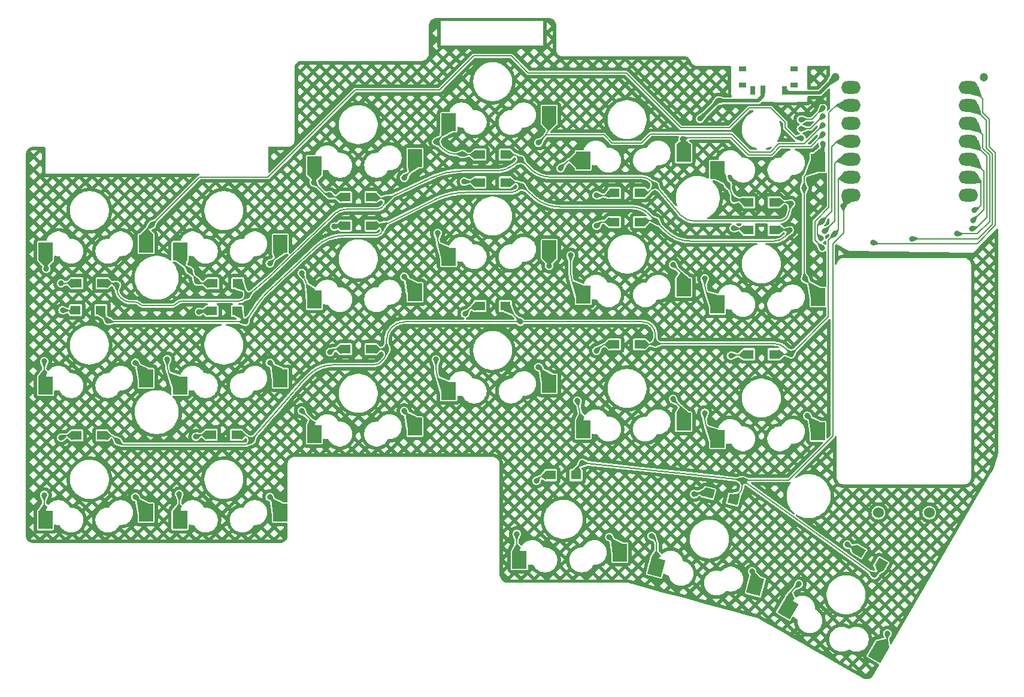
<source format=gtl>
%TF.GenerationSoftware,KiCad,Pcbnew,8.0.5*%
%TF.CreationDate,2024-10-03T04:49:55+03:00*%
%TF.ProjectId,pcb,7063622e-6b69-4636-9164-5f7063625858,rev?*%
%TF.SameCoordinates,Original*%
%TF.FileFunction,Copper,L1,Top*%
%TF.FilePolarity,Positive*%
%FSLAX46Y46*%
G04 Gerber Fmt 4.6, Leading zero omitted, Abs format (unit mm)*
G04 Created by KiCad (PCBNEW 8.0.5) date 2024-10-03 04:49:55*
%MOMM*%
%LPD*%
G01*
G04 APERTURE LIST*
G04 Aperture macros list*
%AMRotRect*
0 Rectangle, with rotation*
0 The origin of the aperture is its center*
0 $1 length*
0 $2 width*
0 $3 Rotation angle, in degrees counterclockwise*
0 Add horizontal line*
21,1,$1,$2,0,0,$3*%
%AMOutline5P*
0 Free polygon, 5 corners , with rotation*
0 The origin of the aperture is its center*
0 number of corners: always 5*
0 $1 to $10 corner X, Y*
0 $11 Rotation angle, in degrees counterclockwise*
0 create outline with 5 corners*
4,1,5,$1,$2,$3,$4,$5,$6,$7,$8,$9,$10,$1,$2,$11*%
%AMOutline6P*
0 Free polygon, 6 corners , with rotation*
0 The origin of the aperture is its center*
0 number of corners: always 6*
0 $1 to $12 corner X, Y*
0 $13 Rotation angle, in degrees counterclockwise*
0 create outline with 6 corners*
4,1,6,$1,$2,$3,$4,$5,$6,$7,$8,$9,$10,$11,$12,$1,$2,$13*%
%AMOutline7P*
0 Free polygon, 7 corners , with rotation*
0 The origin of the aperture is its center*
0 number of corners: always 7*
0 $1 to $14 corner X, Y*
0 $15 Rotation angle, in degrees counterclockwise*
0 create outline with 7 corners*
4,1,7,$1,$2,$3,$4,$5,$6,$7,$8,$9,$10,$11,$12,$13,$14,$1,$2,$15*%
%AMOutline8P*
0 Free polygon, 8 corners , with rotation*
0 The origin of the aperture is its center*
0 number of corners: always 8*
0 $1 to $16 corner X, Y*
0 $17 Rotation angle, in degrees counterclockwise*
0 create outline with 8 corners*
4,1,8,$1,$2,$3,$4,$5,$6,$7,$8,$9,$10,$11,$12,$13,$14,$15,$16,$1,$2,$17*%
G04 Aperture macros list end*
%TA.AperFunction,SMDPad,CuDef*%
%ADD10O,2.750000X1.800000*%
%TD*%
%TA.AperFunction,ComponentPad*%
%ADD11C,1.200000*%
%TD*%
%TA.AperFunction,ComponentPad*%
%ADD12C,1.524000*%
%TD*%
%TA.AperFunction,SMDPad,CuDef*%
%ADD13RotRect,2.000000X2.500000X330.000000*%
%TD*%
%TA.AperFunction,SMDPad,CuDef*%
%ADD14R,2.000000X2.500000*%
%TD*%
%TA.AperFunction,SMDPad,CuDef*%
%ADD15RotRect,2.000000X2.500000X345.000000*%
%TD*%
%TA.AperFunction,SMDPad,CuDef*%
%ADD16RotRect,1.425000X1.300000X165.000000*%
%TD*%
%TA.AperFunction,SMDPad,CuDef*%
%ADD17R,1.425000X1.300000*%
%TD*%
%TA.AperFunction,SMDPad,CuDef*%
%ADD18RotRect,1.425000X1.300000X150.000000*%
%TD*%
%TA.AperFunction,SMDPad,CuDef*%
%ADD19R,1.000000X0.800000*%
%TD*%
%TA.AperFunction,SMDPad,CuDef*%
%ADD20R,0.700000X1.280000*%
%TD*%
%TA.AperFunction,SMDPad,CuDef*%
%ADD21Outline5P,-0.350000X0.640000X0.350000X0.640000X0.350000X-0.360000X0.070000X-0.640000X-0.350000X-0.640000X0.000000*%
%TD*%
%TA.AperFunction,ViaPad*%
%ADD22C,0.800000*%
%TD*%
%TA.AperFunction,Conductor*%
%ADD23C,0.200000*%
%TD*%
%TA.AperFunction,Conductor*%
%ADD24C,0.500000*%
%TD*%
%TA.AperFunction,Conductor*%
%ADD25C,0.400000*%
%TD*%
G04 APERTURE END LIST*
D10*
X208794960Y-58696046D03*
X208794960Y-61236046D03*
X208794960Y-63776046D03*
X208794960Y-66316046D03*
X208794960Y-68856046D03*
X208794960Y-71396046D03*
X208794960Y-73936046D03*
X192205040Y-73936046D03*
X192205040Y-71396046D03*
X192205040Y-68856046D03*
X192205040Y-66316046D03*
X192205040Y-63776046D03*
X192205040Y-61236046D03*
X192205040Y-58696046D03*
D11*
X190000000Y-57216046D03*
X211000000Y-57216046D03*
D12*
X196044000Y-118806000D03*
X203244000Y-118806000D03*
D13*
X183232906Y-132298819D03*
X196055467Y-138489492D03*
D14*
X116300000Y-88690970D03*
X130500000Y-87640970D03*
D15*
X164658126Y-126472581D03*
X178646033Y-129133590D03*
D14*
X97300000Y-81840970D03*
X111500000Y-80790970D03*
X78300000Y-100840970D03*
X92500000Y-99790970D03*
X154300000Y-68990970D03*
X168500000Y-67940970D03*
X116300000Y-107690970D03*
X130500000Y-106640970D03*
X173300000Y-89365970D03*
X187500000Y-88315970D03*
X173300000Y-70365970D03*
X187500000Y-69315970D03*
X154300000Y-106990970D03*
X168500000Y-105940970D03*
X154300000Y-87990970D03*
X168500000Y-86940970D03*
X116300000Y-69690970D03*
X130500000Y-68640970D03*
X173300000Y-108365970D03*
X187500000Y-107315970D03*
X97300000Y-100840970D03*
X111500000Y-99790970D03*
X135300000Y-63615970D03*
X149500000Y-62565970D03*
X145300000Y-125490700D03*
X159500000Y-124440700D03*
X78300000Y-81840970D03*
X92500000Y-80790970D03*
X135300000Y-101615970D03*
X149500000Y-100565970D03*
X97300000Y-119840970D03*
X111500000Y-118790970D03*
X78300000Y-119840970D03*
X92500000Y-118790970D03*
X135300000Y-82615970D03*
X149500000Y-81565970D03*
D16*
X175526592Y-116962639D03*
X172073408Y-116037361D03*
D17*
X181287500Y-96400000D03*
X177712500Y-96400000D03*
D18*
X196448020Y-126093750D03*
X193351980Y-124306250D03*
D17*
X153287500Y-113500000D03*
X149712500Y-113500000D03*
X105487500Y-86400000D03*
X101912500Y-86400000D03*
X105419500Y-90297000D03*
X101844500Y-90297000D03*
X162287500Y-95000000D03*
X158712500Y-95000000D03*
X181287500Y-74900000D03*
X177712500Y-74900000D03*
X86115500Y-90170000D03*
X82540500Y-90170000D03*
X181287500Y-78800000D03*
X177712500Y-78800000D03*
X143287500Y-68200000D03*
X139712500Y-68200000D03*
X143287500Y-72100000D03*
X139712500Y-72100000D03*
X162287500Y-73600000D03*
X158712500Y-73600000D03*
X124287500Y-74200000D03*
X120712500Y-74200000D03*
X143287500Y-89600000D03*
X139712500Y-89600000D03*
X86287500Y-107900000D03*
X82712500Y-107900000D03*
X162287500Y-77700000D03*
X158712500Y-77700000D03*
D19*
X184150000Y-58300970D03*
X184150000Y-56080970D03*
X176850000Y-58300970D03*
X176850000Y-56080970D03*
D20*
X182750000Y-59060970D03*
D21*
X179750000Y-59060970D03*
D20*
X178250000Y-59060970D03*
D17*
X124287500Y-78200000D03*
X120712500Y-78200000D03*
X86287500Y-86360000D03*
X82712500Y-86360000D03*
X124287500Y-95700000D03*
X120712500Y-95700000D03*
X105287500Y-107800000D03*
X101712500Y-107800000D03*
D22*
X183700000Y-75100000D03*
X126600000Y-74400000D03*
X145500000Y-68865970D03*
X106807000Y-88138000D03*
X88392000Y-86614000D03*
X188087000Y-77597000D03*
X164500000Y-72500000D03*
X187960000Y-80010000D03*
X80476691Y-86376691D03*
X78400000Y-84300000D03*
X98679000Y-84582000D03*
X99700000Y-86100000D03*
X116200000Y-72100000D03*
X118500000Y-73900000D03*
X133500000Y-66365970D03*
X137200000Y-68100000D03*
X151100000Y-70100000D03*
X156210000Y-73927175D03*
X174752000Y-72390000D03*
X175641000Y-74549000D03*
X106553000Y-91821000D03*
X188468000Y-78994000D03*
X145669000Y-72644000D03*
X183491860Y-78867000D03*
X87122000Y-91694000D03*
X126000000Y-78200000D03*
X164600000Y-77590970D03*
X78105000Y-97409000D03*
X80700000Y-90200000D03*
X95500000Y-97100000D03*
X100000000Y-90400000D03*
X119126000Y-78359000D03*
X114500000Y-84900000D03*
X137500000Y-72000000D03*
X133731000Y-79248000D03*
X156210000Y-78232000D03*
X152525450Y-82423000D03*
X175600000Y-78600000D03*
X171500000Y-85700000D03*
X189865000Y-79375000D03*
X126500000Y-95700000D03*
X183700000Y-96400000D03*
X145415000Y-91821000D03*
X88500000Y-108700000D03*
X107442000Y-108585000D03*
X164500000Y-94900000D03*
X78100000Y-116300000D03*
X80518000Y-108204000D03*
X99568000Y-108077000D03*
X97200000Y-116200000D03*
X114500000Y-104400000D03*
X118500000Y-96100000D03*
X133500000Y-97155000D03*
X137600000Y-90700000D03*
X153500000Y-103000000D03*
X156200000Y-95900000D03*
X171500000Y-104700000D03*
X175200000Y-96600000D03*
X176805500Y-114194500D03*
X195453000Y-127635000D03*
X154178000Y-111760000D03*
X191073000Y-75438000D03*
X144900000Y-121800000D03*
X147700000Y-114300000D03*
X170000000Y-116200000D03*
X164000000Y-122100000D03*
X191643000Y-123317000D03*
X184800000Y-128900000D03*
X195326000Y-80612000D03*
X91000000Y-116590970D03*
X185166000Y-65843525D03*
X93341156Y-78101156D03*
X91000000Y-97590970D03*
X110000000Y-116590970D03*
X185101000Y-63222908D03*
X110000000Y-83590970D03*
X200787000Y-80070000D03*
X110000000Y-97590970D03*
X188214000Y-61595000D03*
X188214000Y-62738000D03*
X185101000Y-64516000D03*
X207137000Y-79370000D03*
X129000000Y-71440970D03*
X129000000Y-85440970D03*
X129000000Y-104440970D03*
X148000000Y-98200000D03*
X158000000Y-122240700D03*
X149500000Y-83900000D03*
X148000000Y-66500000D03*
X188214000Y-64008000D03*
X209296000Y-78670000D03*
X167000000Y-83740970D03*
X168402000Y-65978000D03*
X178172155Y-127115970D03*
X167000000Y-102740970D03*
X209423000Y-77470000D03*
X188214000Y-65304050D03*
X185674000Y-85725000D03*
X197300000Y-135900000D03*
X188214000Y-66675000D03*
X186000000Y-105115970D03*
X185547000Y-72898000D03*
X209580081Y-76025592D03*
X188100000Y-81352355D03*
X173418500Y-60514000D03*
X170815000Y-63119000D03*
D23*
X191073000Y-75438000D02*
X191178006Y-75438000D01*
X191178006Y-75438000D02*
X192405000Y-74211006D01*
X183366500Y-114194500D02*
X176805500Y-114194500D01*
X189611000Y-107950000D02*
X183366500Y-114194500D01*
X189611000Y-80772000D02*
X189611000Y-107950000D01*
X191135000Y-75500000D02*
X191135000Y-79248000D01*
X191135000Y-79248000D02*
X189611000Y-80772000D01*
X191073000Y-75438000D02*
X191135000Y-75500000D01*
X88392000Y-86614000D02*
X88265000Y-86487000D01*
X183700000Y-75100000D02*
X183650000Y-75100000D01*
X90953789Y-89027000D02*
X90343223Y-89027000D01*
X188087000Y-77597000D02*
X189465000Y-76219000D01*
X189465000Y-76219000D02*
X189465000Y-67075000D01*
X190423954Y-66116046D02*
X191930040Y-66116046D01*
X145167015Y-68532985D02*
X145500000Y-68865970D01*
X126258578Y-74200000D02*
X126600000Y-74400000D01*
X92180210Y-89535000D02*
X96070987Y-89535000D01*
X106807000Y-88138000D02*
X108013500Y-87122000D01*
X120865127Y-75900000D02*
X125072352Y-75900000D01*
X97604012Y-88900000D02*
X105506184Y-88900000D01*
X170132129Y-77600000D02*
X182017902Y-77600000D01*
X88841012Y-88333012D02*
X88963500Y-88455500D01*
X119170240Y-76526608D02*
X110387112Y-85044988D01*
X167772857Y-76400000D02*
X168049526Y-76695967D01*
X189465000Y-67075000D02*
X190423954Y-66116046D01*
X145500000Y-68865970D02*
X146754015Y-70119985D01*
X183752693Y-75184000D02*
X183742731Y-75174038D01*
X137188655Y-70485000D02*
X142085370Y-70485000D01*
X163251906Y-73748093D02*
X164500000Y-72500000D01*
X87958394Y-86360000D02*
X86287500Y-86360000D01*
X183500000Y-75000000D02*
X183564644Y-75064644D01*
X126600000Y-74400000D02*
X132781741Y-71474992D01*
X144363118Y-68200000D02*
X143287500Y-68200000D01*
X126600000Y-74400000D02*
X126249983Y-75150036D01*
X145500000Y-68865970D02*
X145432985Y-68932985D01*
X145426503Y-68885167D02*
X144404751Y-69685083D01*
X164500000Y-72500000D02*
X163937000Y-71937000D01*
X106807000Y-88138000D02*
X106426000Y-88519000D01*
X183258578Y-74900000D02*
X181287500Y-74900000D01*
X183700000Y-75100000D02*
X183700000Y-75150000D01*
X126600000Y-74400000D02*
X124287500Y-74200000D01*
X106807000Y-88138000D02*
X105866786Y-86106000D01*
X88392000Y-86614000D02*
X88392000Y-87249000D01*
X164500000Y-72500000D02*
X167772857Y-76400000D01*
X145500000Y-68865970D02*
X145472850Y-68865970D01*
X187452000Y-78232000D02*
X187452000Y-79502000D01*
X188087000Y-77597000D02*
X187452000Y-78232000D01*
X187452000Y-79502000D02*
X187960000Y-80010000D01*
X162577797Y-71374000D02*
X149781475Y-71374000D01*
X183682714Y-75246917D02*
X183387281Y-76448807D01*
X183387281Y-76448807D02*
X183289946Y-76713010D01*
X163251906Y-73748093D02*
G75*
G02*
X162643750Y-74000024I-608206J608193D01*
G01*
X149781475Y-71374000D02*
G75*
G02*
X146754022Y-70119978I25J4281500D01*
G01*
X90343223Y-89027000D02*
G75*
G02*
X88963493Y-88455507I-23J1951200D01*
G01*
X183650000Y-75100000D02*
G75*
G02*
X183564646Y-75064642I0J120700D01*
G01*
X183742731Y-75174038D02*
G75*
G02*
X183699959Y-75150000I-14631J24038D01*
G01*
X125072352Y-75900000D02*
G75*
G03*
X126249986Y-75150037I48J1299500D01*
G01*
X145167015Y-68532985D02*
G75*
G03*
X144363118Y-68199993I-803915J-803915D01*
G01*
X137188655Y-70485000D02*
G75*
G03*
X132781749Y-71475010I45J-10303600D01*
G01*
X142085370Y-70485000D02*
G75*
G03*
X144404761Y-69685095I30J3762500D01*
G01*
X96837500Y-89217500D02*
G75*
G02*
X96070987Y-89534995I-766500J766500D01*
G01*
X88841012Y-88333012D02*
G75*
G02*
X88391992Y-87249000I1083988J1084012D01*
G01*
X96837500Y-89217500D02*
G75*
G02*
X97604012Y-88900005I766500J-766500D01*
G01*
X170132129Y-77600000D02*
G75*
G02*
X168049520Y-76695972I-29J2850800D01*
G01*
X105506184Y-88900000D02*
G75*
G03*
X106426005Y-88519005I16J1300800D01*
G01*
X119170240Y-76526608D02*
G75*
G02*
X119951504Y-76050012I1444760J-1489692D01*
G01*
X183682714Y-75246917D02*
G75*
G03*
X183699996Y-75150000I-263114J96917D01*
G01*
X108013500Y-87122000D02*
G75*
G03*
X110387111Y-85044986I-53579300J63625200D01*
G01*
X183500000Y-75000000D02*
G75*
G03*
X183258578Y-74900009I-241400J-241400D01*
G01*
X120865127Y-75900000D02*
G75*
G03*
X119951499Y-76049996I-27J-2857300D01*
G01*
X145426503Y-68885167D02*
G75*
G02*
X145472850Y-68866001I46297J-46333D01*
G01*
X87958394Y-86360000D02*
G75*
G02*
X88265002Y-86486998I6J-433600D01*
G01*
X92180210Y-89535000D02*
G75*
G02*
X91566997Y-89281003I-10J867200D01*
G01*
X90953789Y-89027000D02*
G75*
G02*
X91567003Y-89280997I11J-867200D01*
G01*
X182017902Y-77600000D02*
G75*
G03*
X183289930Y-76713004I-2J1355600D01*
G01*
X183742731Y-75174038D02*
G75*
G03*
X183682730Y-75246923I74369J-122362D01*
G01*
X126500000Y-74300000D02*
G75*
G03*
X126258578Y-74200009I-241400J-241400D01*
G01*
X162577797Y-71374000D02*
G75*
G02*
X163937001Y-71936999I3J-1922200D01*
G01*
X78400000Y-84300000D02*
X78350000Y-84250000D01*
X81115802Y-86360000D02*
X82712500Y-86360000D01*
X78300000Y-84129289D02*
X78300000Y-81853470D01*
X80476691Y-86376691D02*
X80962500Y-86423500D01*
X78400000Y-84300000D02*
X78400000Y-84112249D01*
X78300000Y-84129289D02*
X78300000Y-81840970D01*
X81115802Y-86360000D02*
G75*
G03*
X80962499Y-86423499I-2J-216800D01*
G01*
X78300000Y-84129289D02*
G75*
G03*
X78349997Y-84250003I170700J-11D01*
G01*
X78300000Y-84129289D02*
G75*
G03*
X78349997Y-84250003I170700J-11D01*
G01*
X98854553Y-84784545D02*
X99700000Y-86100000D01*
X99700000Y-86100000D02*
X99850000Y-86250000D01*
X97781550Y-83684550D02*
X98679000Y-84582000D01*
X98679000Y-84582000D02*
X98742500Y-84645500D01*
X100212132Y-86400000D02*
X101912500Y-86400000D01*
X98854553Y-84784545D02*
G75*
G03*
X98742500Y-84645500I-702753J-451655D01*
G01*
X99850000Y-86250000D02*
G75*
G03*
X100212132Y-86399987I362100J362100D01*
G01*
X97781550Y-83684550D02*
G75*
G02*
X97300006Y-82521985I1162550J1162550D01*
G01*
X119012132Y-74200000D02*
X120712500Y-74200000D01*
X117823223Y-73723223D02*
X116200000Y-72100000D01*
X116250000Y-72050000D02*
X116200000Y-72100000D01*
X116300000Y-71929289D02*
X116300000Y-69690970D01*
X118500000Y-73900000D02*
X118250000Y-73900000D01*
X118500000Y-73900000D02*
X118650000Y-74050000D01*
X116250000Y-72050000D02*
G75*
G03*
X116299996Y-71929289I-120700J120700D01*
G01*
X118650000Y-74050000D02*
G75*
G03*
X119012132Y-74199987I362100J362100D01*
G01*
X117823223Y-73723223D02*
G75*
G03*
X118250000Y-73899986I426777J426823D01*
G01*
X137370710Y-68200000D02*
X139712500Y-68200000D01*
X133500000Y-66365970D02*
X135300000Y-64565970D01*
X137200000Y-68100000D02*
X137250000Y-68150000D01*
X136217015Y-68100000D02*
X137200000Y-68100000D01*
X133500000Y-66365970D02*
X134538954Y-67404924D01*
X136217015Y-68100000D02*
G75*
G02*
X134538954Y-67404924I-15J2373100D01*
G01*
X137370710Y-68200000D02*
G75*
G02*
X137249997Y-68150003I-10J170700D01*
G01*
X156985765Y-74000000D02*
X158659375Y-74000000D01*
X152209030Y-68990970D02*
X151100000Y-70100000D01*
X156261679Y-73957448D02*
X156373709Y-73957448D01*
X154300000Y-68990970D02*
X152209030Y-68990970D01*
X156225136Y-73942311D02*
X156210000Y-73927175D01*
X156985765Y-74000000D02*
G75*
G02*
X156373709Y-73957446I20035J4711000D01*
G01*
X156225136Y-73942311D02*
G75*
G03*
X156261679Y-73957472I36564J36511D01*
G01*
X175641000Y-74549000D02*
X177663500Y-74549000D01*
X175420500Y-74024500D02*
X175641000Y-74549000D01*
X174752000Y-72390000D02*
X173300000Y-70938000D01*
X174752000Y-72390000D02*
X174987053Y-72972387D01*
X175420500Y-74024500D02*
G75*
G02*
X174987053Y-72972387I73058000J30713600D01*
G01*
X126000000Y-78200000D02*
X126000000Y-78589000D01*
X147256500Y-74104500D02*
X145669000Y-72644000D01*
X133311900Y-74562754D02*
X126000000Y-78200000D01*
X145397000Y-72372000D02*
X145669000Y-72644000D01*
X189865000Y-77597000D02*
X189865000Y-69469000D01*
X183252512Y-79347487D02*
X182849999Y-79749999D01*
X106553000Y-91821000D02*
X105419500Y-90687500D01*
X120498960Y-79629000D02*
X124888673Y-79629000D01*
X164600000Y-77590970D02*
X166004515Y-78995485D01*
X190677954Y-68656046D02*
X191185954Y-68656046D01*
X164444704Y-77500000D02*
X162287500Y-77500000D01*
X183500000Y-78750000D02*
X183491860Y-78867000D01*
X87338802Y-91821000D02*
X106553000Y-91821000D01*
X125724935Y-79253064D02*
X125674499Y-79303499D01*
X145161000Y-73088500D02*
X145669000Y-72644000D01*
X188468000Y-78994000D02*
X189865000Y-77597000D01*
X144740333Y-72100000D02*
X143287500Y-72100000D01*
X126000000Y-78200000D02*
X124287500Y-78200000D01*
X164600000Y-77590970D02*
X163604515Y-76595485D01*
X87122000Y-91694000D02*
X86115500Y-90687500D01*
X107548648Y-90327527D02*
X106553000Y-91821000D01*
X164554515Y-77545485D02*
X164600000Y-77590970D01*
X183295930Y-78833500D02*
X183491860Y-78867000D01*
X189865000Y-69469000D02*
X190677954Y-68656046D01*
X87122000Y-91694000D02*
X87185500Y-91757500D01*
X143977985Y-73533000D02*
X137694078Y-73533000D01*
X116580281Y-81169048D02*
X109917635Y-87362493D01*
X169395314Y-80400000D02*
X181280761Y-80400000D01*
X161201201Y-75600000D02*
X151001122Y-75571109D01*
X182901226Y-78800000D02*
X181287500Y-78800000D01*
X164600000Y-77590970D02*
X164487031Y-77590970D01*
X133311900Y-74562754D02*
G75*
G02*
X137694078Y-73532992I4382200J-8809446D01*
G01*
X164554515Y-77545485D02*
G75*
G03*
X164444704Y-77499998I-109815J-109815D01*
G01*
X166004515Y-78995485D02*
G75*
G03*
X169395314Y-80399994I3390785J3390785D01*
G01*
X161201201Y-75600000D02*
G75*
G02*
X163604515Y-76595485I-1J-3398800D01*
G01*
X87185500Y-91757500D02*
G75*
G03*
X87338802Y-91820999I153300J153300D01*
G01*
X182849999Y-79749999D02*
G75*
G02*
X181280761Y-80399983I-1569199J1569199D01*
G01*
X120498960Y-79629000D02*
G75*
G03*
X116580299Y-81169067I40J-5755600D01*
G01*
X108648500Y-88773000D02*
G75*
G03*
X107548647Y-90327526I27453000J-20589800D01*
G01*
X182901226Y-78800000D02*
G75*
G02*
X183295929Y-78833504I-26J-2342000D01*
G01*
X125674499Y-79303499D02*
G75*
G02*
X124888673Y-79628988I-785799J785799D01*
G01*
X125724935Y-79253064D02*
G75*
G03*
X126000008Y-78589000I-664035J664064D01*
G01*
X145397000Y-72372000D02*
G75*
G03*
X144740333Y-72099986I-656700J-656700D01*
G01*
X183252512Y-79347487D02*
G75*
G03*
X183499992Y-78750000I-597512J597487D01*
G01*
X143977985Y-73533000D02*
G75*
G03*
X145161004Y-73088504I15J1796500D01*
G01*
X147256500Y-74104500D02*
G75*
G03*
X151001122Y-75571152I3760400J4087300D01*
G01*
X108648500Y-88773000D02*
G75*
G02*
X109917640Y-87362498I8520900J-6390700D01*
G01*
X81697348Y-90237483D02*
X81734832Y-90274967D01*
X78105000Y-97409000D02*
X78105000Y-100508084D01*
X80700000Y-90200000D02*
X81606855Y-90200000D01*
X81734832Y-90274967D02*
G75*
G02*
X82164250Y-90169983I434968J-848433D01*
G01*
X81697348Y-90237483D02*
G75*
G03*
X81606855Y-90200038I-90448J-90517D01*
G01*
X100175831Y-90297000D02*
X101844500Y-90297000D01*
X95500000Y-98070485D02*
X95500000Y-97100000D01*
X96186236Y-99727206D02*
X97300000Y-100840970D01*
X100000000Y-90400000D02*
X100051500Y-90348500D01*
X95500000Y-98070485D02*
G75*
G03*
X96186241Y-99727201I2342900J-15D01*
G01*
X100051500Y-90348500D02*
G75*
G02*
X100175831Y-90297013I124300J-124300D01*
G01*
X119397429Y-78200000D02*
X120712500Y-78200000D01*
X114500000Y-84900000D02*
X116000000Y-88178837D01*
X119126000Y-78359000D02*
X119205500Y-78279500D01*
X119205500Y-78279500D02*
G75*
G02*
X119397429Y-78200012I191900J-191900D01*
G01*
X137500000Y-72000000D02*
X139712500Y-72000000D01*
X133731000Y-80147485D02*
X133731000Y-79248000D01*
X134367031Y-81683001D02*
X135300000Y-82615970D01*
X133731000Y-80147485D02*
G75*
G03*
X134367034Y-81682998I2171500J-15D01*
G01*
X152525450Y-82423000D02*
X152525450Y-84961623D01*
X156476000Y-77966000D02*
X156210000Y-78232000D01*
X157118180Y-77700000D02*
X158712500Y-77700000D01*
X152525450Y-84961623D02*
G75*
G03*
X153412736Y-87103684I3029350J23D01*
G01*
X157118180Y-77700000D02*
G75*
G03*
X156476006Y-77966006I20J-908200D01*
G01*
X172159720Y-88225690D02*
X173300000Y-89365970D01*
X175600000Y-78600000D02*
X177712500Y-78800000D01*
X171500000Y-85700000D02*
X171500000Y-86632985D01*
X175941421Y-78800000D02*
X175600000Y-78600000D01*
X175600000Y-78600000D02*
X175700000Y-78700000D01*
X175700000Y-78700000D02*
G75*
G03*
X175941421Y-78799991I241400J241400D01*
G01*
X171500000Y-86632985D02*
G75*
G03*
X172159718Y-88225692I2252400J-15D01*
G01*
X181274085Y-94900000D02*
X164500000Y-94900000D01*
X126500000Y-96106000D02*
X126500000Y-95700000D01*
X106101921Y-107800000D02*
X105287500Y-107800000D01*
X188976000Y-80264000D02*
X188976000Y-91124000D01*
X126500000Y-95700000D02*
X124287500Y-95700000D01*
X114244790Y-100656071D02*
X107442000Y-108585000D01*
X145381942Y-91694442D02*
X143287500Y-89600000D01*
X88500000Y-108700000D02*
X88760000Y-108960000D01*
X183700000Y-96400000D02*
X181287500Y-96400000D01*
X88500000Y-108700000D02*
X88100000Y-108300000D01*
X87134314Y-107900000D02*
X86287500Y-107900000D01*
X189865000Y-79375000D02*
X190373000Y-78867000D01*
X164450000Y-94950000D02*
X164500000Y-94900000D01*
X89387695Y-109220000D02*
X106357987Y-109220000D01*
X189865000Y-79375000D02*
X188976000Y-80264000D01*
X164500000Y-93615169D02*
X164500000Y-94900000D01*
X107124500Y-108902500D02*
X107442000Y-108585000D01*
X183700000Y-96400000D02*
X183000000Y-95650000D01*
X190373000Y-78867000D02*
X190373000Y-71628000D01*
X107049500Y-108192500D02*
X107442000Y-108585000D01*
X129087973Y-91821000D02*
X162705830Y-91821000D01*
X164329289Y-95000000D02*
X162287500Y-95000000D01*
X190804954Y-71196046D02*
X191312954Y-71196046D01*
X126500000Y-94408973D02*
X126500000Y-95700000D01*
X145415000Y-91774250D02*
X145415000Y-91821000D01*
X188976000Y-91124000D02*
X183700000Y-96400000D01*
X126260869Y-96840104D02*
X125988000Y-97214500D01*
X190373000Y-71628000D02*
X190804954Y-71196046D01*
X114255656Y-100628343D02*
X115608500Y-99275500D01*
X118888209Y-97917000D02*
X124606718Y-97917000D01*
X87134314Y-107900000D02*
G75*
G02*
X88099996Y-108300004I-14J-1365700D01*
G01*
X126500000Y-96106000D02*
G75*
G02*
X126260873Y-96840107I-1246400J0D01*
G01*
X107049500Y-108192500D02*
G75*
G03*
X106101921Y-107799991I-947600J-947600D01*
G01*
X126500000Y-94408973D02*
G75*
G02*
X127258008Y-92579008I2588000J-27D01*
G01*
X88760000Y-108960000D02*
G75*
G03*
X89387695Y-109220002I627700J627700D01*
G01*
X145381942Y-91694442D02*
G75*
G02*
X145415025Y-91774250I-79842J-79858D01*
G01*
X183000000Y-95650000D02*
G75*
G03*
X181274085Y-94900025I-1725900J-1610900D01*
G01*
X107124500Y-108902500D02*
G75*
G02*
X106357987Y-109219995I-766500J766500D01*
G01*
X114244790Y-100656071D02*
G75*
G03*
X114250002Y-100642000I-16390J14071D01*
G01*
X129087973Y-91821000D02*
G75*
G03*
X127258008Y-92579008I27J-2588000D01*
G01*
X164450000Y-94950000D02*
G75*
G02*
X164329289Y-94999996I-120700J120700D01*
G01*
X164500000Y-93615169D02*
G75*
G03*
X163974491Y-92346509I-1794200J-31D01*
G01*
X162705830Y-91821000D02*
G75*
G02*
X163974491Y-92346509I-30J-1794200D01*
G01*
X118888209Y-97917000D02*
G75*
G03*
X115608497Y-99275497I-9J-4638200D01*
G01*
X125988000Y-97214500D02*
G75*
G02*
X124606718Y-97917020I-1381300J1006700D01*
G01*
X114250000Y-100642000D02*
G75*
G02*
X114255659Y-100628346I19300J0D01*
G01*
X81036960Y-107900000D02*
X82712500Y-107900000D01*
X78100000Y-116300000D02*
X78100000Y-119640970D01*
X80518000Y-108204000D02*
X80670000Y-108052000D01*
X81036960Y-107900000D02*
G75*
G03*
X80670012Y-108052012I40J-519000D01*
G01*
X97200000Y-116200000D02*
X97200000Y-119740970D01*
X99568000Y-108077000D02*
X99706500Y-107938500D01*
X100040868Y-107800000D02*
X101712500Y-107800000D01*
X100040868Y-107800000D02*
G75*
G03*
X99706509Y-107938509I32J-472900D01*
G01*
X118500000Y-96100000D02*
X118700000Y-95900000D01*
X115722862Y-105622862D02*
X114500000Y-104400000D01*
X119182842Y-95700000D02*
X120712500Y-95700000D01*
X118700000Y-95900000D02*
G75*
G02*
X119182842Y-95700018I482800J-482800D01*
G01*
X115722862Y-105622862D02*
G75*
G02*
X116249999Y-106895485I-1272662J-1272638D01*
G01*
X137600000Y-90700000D02*
X138342027Y-89957972D01*
X133500000Y-98543177D02*
X133500000Y-97155000D01*
X133500000Y-98543177D02*
G75*
G03*
X134399987Y-100715983I3072800J-23D01*
G01*
X138342027Y-89957972D02*
G75*
G02*
X139206250Y-89600036I864173J-864228D01*
G01*
X153500000Y-103000000D02*
X154300000Y-106990970D01*
X156650000Y-95450000D02*
X156200000Y-95900000D01*
X157736396Y-95000000D02*
X158712500Y-95000000D01*
X157736396Y-95000000D02*
G75*
G03*
X156650001Y-95450001I4J-1536400D01*
G01*
X172159720Y-107225690D02*
X173300000Y-108365970D01*
X171500000Y-105632985D02*
X171500000Y-104700000D01*
X175200000Y-96600000D02*
X175300000Y-96500000D01*
X175541421Y-96400000D02*
X175200000Y-96600000D01*
X175200000Y-96600000D02*
X177712500Y-96400000D01*
X171500000Y-105632985D02*
G75*
G03*
X172159718Y-107225692I2252400J-15D01*
G01*
X175300000Y-96500000D02*
G75*
G02*
X175541421Y-96400009I241400J-241400D01*
G01*
X176278977Y-116210253D02*
X175526592Y-116962639D01*
X153587843Y-112350156D02*
X154178000Y-111760000D01*
X195453000Y-127635000D02*
X176805500Y-114194500D01*
X195453000Y-127635000D02*
X196084647Y-127240220D01*
X176805500Y-114939115D02*
X176805500Y-114194500D01*
X154178000Y-111760000D02*
X171627721Y-113608977D01*
X175080250Y-113993250D02*
X176805500Y-114194500D01*
X153587843Y-112350156D02*
G75*
G03*
X153287524Y-113075250I725057J-725044D01*
G01*
X175080250Y-113993250D02*
G75*
G03*
X171627721Y-113608977I-38114850J-326743950D01*
G01*
X176278977Y-116210253D02*
G75*
G03*
X176805499Y-114939115I-1271177J1271153D01*
G01*
X196084647Y-127240220D02*
G75*
G03*
X196458496Y-126546875I-421847J674920D01*
G01*
X148100000Y-113900000D02*
X147700000Y-114300000D01*
X144900000Y-121800000D02*
X144900000Y-124574152D01*
X149065685Y-113500000D02*
X149712500Y-113500000D01*
X149065685Y-113500000D02*
G75*
G03*
X148100004Y-113900004I15J-1365700D01*
G01*
X170277642Y-116037361D02*
X172073408Y-116037361D01*
X170000000Y-116200000D02*
X170081319Y-116118680D01*
X164658126Y-123223491D02*
X164658126Y-126472581D01*
X164329063Y-122429063D02*
X164000000Y-122100000D01*
X170277642Y-116037361D02*
G75*
G03*
X170081299Y-116118660I-42J-277639D01*
G01*
X164329063Y-122429063D02*
G75*
G02*
X164658122Y-123223491I-794463J-794437D01*
G01*
X191643000Y-123317000D02*
X193351980Y-124306250D01*
X184800000Y-128900000D02*
X183880518Y-129819481D01*
X183880518Y-129819481D02*
G75*
G03*
X183232876Y-131382956I1563482J-1563519D01*
G01*
X209988686Y-80772000D02*
X212566000Y-78194686D01*
X122047000Y-59055000D02*
X109728000Y-71374000D01*
X210820000Y-62220400D02*
X210820000Y-60246086D01*
X92500000Y-80790970D02*
X92500000Y-78942312D01*
X177800000Y-61595000D02*
X175006000Y-64389000D01*
X138811000Y-54229000D02*
X133985000Y-59055000D01*
X212566000Y-78194686D02*
X212566000Y-67915028D01*
X91000000Y-116590970D02*
X92252512Y-117843482D01*
X182880000Y-64389000D02*
X182880000Y-63627000D01*
X195486000Y-80772000D02*
X209988686Y-80772000D01*
X144145000Y-54229000D02*
X138811000Y-54229000D01*
X184334525Y-65843525D02*
X182880000Y-64389000D01*
X210820000Y-60246086D02*
X209069960Y-58496046D01*
X182880000Y-63627000D02*
X180848000Y-61595000D01*
X211728000Y-63128400D02*
X210820000Y-62220400D01*
X211728000Y-67077028D02*
X211728000Y-63128400D01*
X185166000Y-65843525D02*
X184334525Y-65843525D01*
X175006000Y-64389000D02*
X168148000Y-64389000D01*
X109728000Y-71374000D02*
X100068312Y-71374000D01*
X100068312Y-71374000D02*
X93341156Y-78101156D01*
X160401000Y-56642000D02*
X146558000Y-56642000D01*
X146558000Y-56642000D02*
X144145000Y-54229000D01*
X168148000Y-64389000D02*
X160401000Y-56642000D01*
X180848000Y-61595000D02*
X177800000Y-61595000D01*
X195326000Y-80612000D02*
X195486000Y-80772000D01*
X133985000Y-59055000D02*
X122047000Y-59055000D01*
X91000000Y-97590970D02*
X92500000Y-99090970D01*
X92500000Y-78942312D02*
X93341156Y-78101156D01*
X212566000Y-67915028D02*
X211728000Y-67077028D01*
X186635475Y-63173525D02*
X188214000Y-61595000D01*
X212166000Y-78029000D02*
X212166000Y-68080714D01*
X211328000Y-63294086D02*
X209069960Y-61036046D01*
X111040380Y-82550589D02*
X110000000Y-83590970D01*
X185150383Y-63173525D02*
X186635475Y-63173525D01*
X211328000Y-67242714D02*
X211328000Y-63294086D01*
X200787000Y-80070000D02*
X210125000Y-80070000D01*
X110000000Y-116590970D02*
X111252512Y-117843482D01*
X110000000Y-97590970D02*
X111500000Y-99090970D01*
X185101000Y-63222908D02*
X185150383Y-63173525D01*
X210125000Y-80070000D02*
X212166000Y-78029000D01*
X212166000Y-68080714D02*
X211328000Y-67242714D01*
X111040380Y-82550589D02*
G75*
G03*
X111499989Y-81440970I-1109580J1109589D01*
G01*
X210820000Y-67300400D02*
X210820000Y-65326086D01*
X211766000Y-68246400D02*
X210820000Y-67300400D01*
X211766000Y-77667000D02*
X211766000Y-68246400D01*
X186436000Y-64516000D02*
X188214000Y-62738000D01*
X129000000Y-85440970D02*
X130500000Y-86940970D01*
X129000000Y-104440970D02*
X130500000Y-105940970D01*
X185101000Y-64516000D02*
X186436000Y-64516000D01*
X210058000Y-79375000D02*
X211766000Y-77667000D01*
X207137000Y-79370000D02*
X207142000Y-79375000D01*
X207142000Y-79375000D02*
X210058000Y-79375000D01*
X210820000Y-65326086D02*
X209069960Y-63576046D01*
X130040380Y-70400589D02*
X129000000Y-71440970D01*
X130040380Y-70400589D02*
G75*
G03*
X130499989Y-69290970I-1109580J1109589D01*
G01*
X188214000Y-64008000D02*
X185566000Y-66656000D01*
X211366000Y-68412086D02*
X209069960Y-66116046D01*
X177857686Y-67818000D02*
X175317686Y-65278000D01*
X181952314Y-66656000D02*
X180790314Y-67818000D01*
X157274662Y-65405000D02*
X149095000Y-65405000D01*
X148000000Y-98200000D02*
X148620558Y-98820558D01*
X149500000Y-63939339D02*
X149500000Y-62565970D01*
X158417662Y-66548000D02*
X157274662Y-65405000D01*
X158000000Y-122240700D02*
X159252512Y-123493212D01*
X175317686Y-65278000D02*
X163830000Y-65278000D01*
X149095000Y-65405000D02*
X148000000Y-66500000D01*
X148000000Y-66500000D02*
X148750000Y-65750000D01*
X163830000Y-65278000D02*
X162560000Y-66548000D01*
X185566000Y-66656000D02*
X181952314Y-66656000D01*
X180790314Y-67818000D02*
X177857686Y-67818000D01*
X162560000Y-66548000D02*
X158417662Y-66548000D01*
X149500000Y-83900000D02*
X149500000Y-81914589D01*
X209747000Y-78670000D02*
X211366000Y-77051000D01*
X211366000Y-77051000D02*
X211366000Y-68412086D01*
X209296000Y-78670000D02*
X209747000Y-78670000D01*
X148620558Y-98820558D02*
G75*
G02*
X149049986Y-99857275I-1036758J-1036742D01*
G01*
X148750000Y-65750000D02*
G75*
G03*
X149500016Y-63939339I-1810700J1810700D01*
G01*
X178172155Y-127115970D02*
X178409094Y-127352909D01*
X210966000Y-75927000D02*
X210966000Y-70552086D01*
X168594000Y-65786000D02*
X175260000Y-65786000D01*
X168500000Y-66076000D02*
X168500000Y-67940970D01*
X168500000Y-86940970D02*
X168500000Y-85240970D01*
X182118000Y-67056000D02*
X186462050Y-67056000D01*
X180956000Y-68218000D02*
X182118000Y-67056000D01*
X178646033Y-127924930D02*
X178646033Y-129133590D01*
X168402000Y-65978000D02*
X168500000Y-66076000D01*
X168500000Y-85240970D02*
X167000000Y-83740970D01*
X175260000Y-65786000D02*
X177692000Y-68218000D01*
X209423000Y-77470000D02*
X210966000Y-75927000D01*
X177692000Y-68218000D02*
X180956000Y-68218000D01*
X186462050Y-67056000D02*
X188214000Y-65304050D01*
X210966000Y-70552086D02*
X209069960Y-68656046D01*
X168402000Y-65978000D02*
X168594000Y-65786000D01*
X167898959Y-103639929D02*
X167000000Y-102740970D01*
X178646033Y-127924930D02*
G75*
G03*
X178409104Y-127352899I-808933J30D01*
G01*
X167898959Y-103639929D02*
G75*
G02*
X168500016Y-105090970I-1451059J-1451071D01*
G01*
X210566000Y-75380314D02*
X210566000Y-71882000D01*
X185547000Y-85598000D02*
X185547000Y-72898000D01*
X185674000Y-85725000D02*
X185674000Y-85789970D01*
X185674000Y-85725000D02*
X185547000Y-85598000D01*
X209920722Y-76025592D02*
X210566000Y-75380314D01*
X185547000Y-71268970D02*
X187500000Y-69315970D01*
X197300000Y-135900000D02*
X197300000Y-136572479D01*
X209880046Y-71196046D02*
X209069960Y-71196046D01*
X185547000Y-72898000D02*
X185547000Y-71268970D01*
X186000000Y-105115970D02*
X187500000Y-106615970D01*
X209580081Y-76025592D02*
X209920722Y-76025592D01*
X185674000Y-85789970D02*
X187500000Y-87615970D01*
X188214000Y-66675000D02*
X188214000Y-68601970D01*
X210566000Y-71882000D02*
X209880046Y-71196046D01*
X197300000Y-136572479D02*
G75*
G02*
X196824494Y-137720482I-1623500J-21D01*
G01*
X187052000Y-77616000D02*
X189065000Y-75603000D01*
X189065000Y-62268000D02*
X190296954Y-61036046D01*
X187052000Y-80304355D02*
X187052000Y-77616000D01*
X188100000Y-81352355D02*
X187052000Y-80304355D01*
X189065000Y-75603000D02*
X189065000Y-62268000D01*
X190296954Y-61036046D02*
X191930040Y-61036046D01*
D24*
X173418500Y-60515500D02*
X173418500Y-60514000D01*
X170815000Y-63119000D02*
X173418500Y-60515500D01*
X179750000Y-59899000D02*
X179750000Y-59060970D01*
X179070000Y-60579000D02*
X179750000Y-59899000D01*
X173483500Y-60579000D02*
X179070000Y-60579000D01*
X173418500Y-60514000D02*
X173483500Y-60579000D01*
X183125030Y-59436000D02*
X187780046Y-59436000D01*
X187780046Y-59436000D02*
X190000000Y-57216046D01*
D25*
X182790000Y-59100970D02*
X183125030Y-59436000D01*
%TA.AperFunction,Conductor*%
G36*
X110321126Y-116766874D02*
G01*
X111656127Y-117427354D01*
X111876849Y-117536555D01*
X111882745Y-117543295D01*
X111882843Y-117550485D01*
X111502560Y-118785657D01*
X111496851Y-118792555D01*
X111494660Y-118793444D01*
X110512859Y-119080365D01*
X110503957Y-119079397D01*
X110498347Y-119072417D01*
X110498007Y-119070875D01*
X110173061Y-116910411D01*
X110175219Y-116901720D01*
X110176351Y-116900405D01*
X110307668Y-116769088D01*
X110315940Y-116765662D01*
X110321126Y-116766874D01*
G37*
%TD.AperFunction*%
%TA.AperFunction,Conductor*%
G36*
X125007840Y-77556634D02*
G01*
X125008176Y-77556918D01*
X125645858Y-78096495D01*
X125649960Y-78104455D01*
X125650000Y-78105427D01*
X125650000Y-78294572D01*
X125646573Y-78302845D01*
X125645858Y-78303504D01*
X125007842Y-78843364D01*
X124999312Y-78846092D01*
X124992405Y-78843081D01*
X124295992Y-78208647D01*
X124292185Y-78200544D01*
X124295223Y-78192121D01*
X124295983Y-78191360D01*
X124992406Y-77556917D01*
X125000828Y-77553880D01*
X125007840Y-77556634D01*
G37*
%TD.AperFunction*%
%TA.AperFunction,Conductor*%
G36*
X107040484Y-108041005D02*
G01*
X107582914Y-108211623D01*
X107589777Y-108217374D01*
X107590564Y-108226295D01*
X107590223Y-108227235D01*
X107444664Y-108581075D01*
X107438348Y-108587422D01*
X107438298Y-108587443D01*
X107084473Y-108733121D01*
X107075519Y-108733102D01*
X107069200Y-108726756D01*
X107068791Y-108725591D01*
X106916516Y-108205796D01*
X106917479Y-108196895D01*
X106918271Y-108195644D01*
X107027510Y-108045288D01*
X107035144Y-108040611D01*
X107040484Y-108041005D01*
G37*
%TD.AperFunction*%
%TA.AperFunction,Conductor*%
G36*
X207300840Y-79005025D02*
G01*
X207300883Y-79005042D01*
X207928882Y-79271972D01*
X207935155Y-79278362D01*
X207936005Y-79282740D01*
X207936005Y-79467148D01*
X207932578Y-79475421D01*
X207928739Y-79477975D01*
X207300831Y-79735145D01*
X207291877Y-79735110D01*
X207285599Y-79728821D01*
X207137875Y-79374499D01*
X207137855Y-79365550D01*
X207285539Y-79011321D01*
X207291886Y-79005004D01*
X207300840Y-79005025D01*
G37*
%TD.AperFunction*%
%TA.AperFunction,Conductor*%
G36*
X148496717Y-65866592D02*
G01*
X148500490Y-65869119D01*
X148630880Y-65999509D01*
X148634307Y-66007782D01*
X148633426Y-66012237D01*
X148374005Y-66642256D01*
X148367686Y-66648601D01*
X148358734Y-66648621D01*
X148003804Y-66502563D01*
X147997457Y-66496245D01*
X147997436Y-66496195D01*
X147851378Y-66141265D01*
X147851399Y-66132311D01*
X147857742Y-66125994D01*
X148487764Y-65866573D01*
X148496717Y-65866592D01*
G37*
%TD.AperFunction*%
%TA.AperFunction,Conductor*%
G36*
X88750372Y-86762414D02*
G01*
X88756690Y-86768759D01*
X88756671Y-86777713D01*
X88756509Y-86778084D01*
X88495457Y-87348141D01*
X88488896Y-87354237D01*
X88486649Y-87354826D01*
X88304205Y-87383722D01*
X88295498Y-87381631D01*
X88291672Y-87376891D01*
X88281498Y-87353845D01*
X88027270Y-86777997D01*
X88027064Y-86769046D01*
X88033249Y-86762570D01*
X88033378Y-86762514D01*
X88387343Y-86614889D01*
X88396296Y-86614868D01*
X88750372Y-86762414D01*
G37*
%TD.AperFunction*%
%TA.AperFunction,Conductor*%
G36*
X174264233Y-71756572D02*
G01*
X174832944Y-71990747D01*
X174894256Y-72015994D01*
X174900601Y-72022313D01*
X174900621Y-72031265D01*
X174754563Y-72386195D01*
X174748245Y-72392542D01*
X174748195Y-72392563D01*
X174393265Y-72538621D01*
X174384311Y-72538600D01*
X174377994Y-72532256D01*
X174317851Y-72386195D01*
X174118573Y-71902235D01*
X174118592Y-71893282D01*
X174121116Y-71889512D01*
X174251510Y-71759118D01*
X174259782Y-71755692D01*
X174264233Y-71756572D01*
G37*
%TD.AperFunction*%
%TA.AperFunction,Conductor*%
G36*
X171858755Y-85848571D02*
G01*
X171865073Y-85854918D01*
X171865053Y-85863870D01*
X171603000Y-86492800D01*
X171596655Y-86499119D01*
X171592200Y-86500000D01*
X171407800Y-86500000D01*
X171399527Y-86496573D01*
X171397000Y-86492800D01*
X171134945Y-85863868D01*
X171134927Y-85854915D01*
X171141242Y-85848572D01*
X171495500Y-85700875D01*
X171504449Y-85700855D01*
X171858755Y-85848571D01*
G37*
%TD.AperFunction*%
%TA.AperFunction,Conductor*%
G36*
X137363205Y-67736548D02*
G01*
X137364638Y-67737264D01*
X137974351Y-68096606D01*
X137979737Y-68103758D01*
X137980109Y-68106685D01*
X137980109Y-68291043D01*
X137976682Y-68299316D01*
X137971463Y-68302337D01*
X137362977Y-68466873D01*
X137354096Y-68465725D01*
X137349124Y-68460081D01*
X137200875Y-68104499D01*
X137200855Y-68095550D01*
X137347904Y-67742844D01*
X137354251Y-67736527D01*
X137363205Y-67736548D01*
G37*
%TD.AperFunction*%
%TA.AperFunction,Conductor*%
G36*
X164967688Y-77442369D02*
G01*
X164974005Y-77448713D01*
X165233426Y-78078732D01*
X165233407Y-78087687D01*
X165230880Y-78091460D01*
X165100490Y-78221850D01*
X165092217Y-78225277D01*
X165087762Y-78224396D01*
X164457743Y-77964975D01*
X164451398Y-77958656D01*
X164451378Y-77949705D01*
X164597437Y-77594772D01*
X164603753Y-77588427D01*
X164958735Y-77442348D01*
X164967688Y-77442369D01*
G37*
%TD.AperFunction*%
%TA.AperFunction,Conductor*%
G36*
X144983660Y-91151052D02*
G01*
X145558510Y-91446532D01*
X145564301Y-91453362D01*
X145563981Y-91461390D01*
X145417563Y-91817195D01*
X145411245Y-91823542D01*
X145411195Y-91823563D01*
X145057312Y-91969190D01*
X145048358Y-91969169D01*
X145042040Y-91962822D01*
X145041677Y-91961809D01*
X144836723Y-91295305D01*
X144837567Y-91286390D01*
X144839630Y-91283596D01*
X144970041Y-91153185D01*
X144978313Y-91149759D01*
X144983660Y-91151052D01*
G37*
%TD.AperFunction*%
%TA.AperFunction,Conductor*%
G36*
X91367688Y-97442369D02*
G01*
X91374005Y-97448713D01*
X91633426Y-98078732D01*
X91633407Y-98087687D01*
X91630880Y-98091460D01*
X91500490Y-98221850D01*
X91492217Y-98225277D01*
X91487762Y-98224396D01*
X90857743Y-97964975D01*
X90851398Y-97958656D01*
X90851378Y-97949705D01*
X90997437Y-97594772D01*
X91003753Y-97588427D01*
X91358735Y-97442348D01*
X91367688Y-97442369D01*
G37*
%TD.AperFunction*%
%TA.AperFunction,Conductor*%
G36*
X78401587Y-83523318D02*
G01*
X78403394Y-83525650D01*
X78762732Y-84135355D01*
X78763980Y-84144223D01*
X78758593Y-84151376D01*
X78757154Y-84152095D01*
X78404502Y-84299123D01*
X78395548Y-84299144D01*
X78395498Y-84299123D01*
X78039918Y-84150875D01*
X78033600Y-84144528D01*
X78033126Y-84137022D01*
X78197662Y-83528537D01*
X78203129Y-83521445D01*
X78208956Y-83519891D01*
X78393314Y-83519891D01*
X78401587Y-83523318D01*
G37*
%TD.AperFunction*%
%TA.AperFunction,Conductor*%
G36*
X139008463Y-89099341D02*
G01*
X139701376Y-89590904D01*
X139706141Y-89598486D01*
X139704149Y-89607217D01*
X139702492Y-89609090D01*
X139006186Y-90244356D01*
X138997764Y-90247401D01*
X138992663Y-90245966D01*
X138481238Y-89964775D01*
X138478466Y-89962657D01*
X138348256Y-89828061D01*
X138344967Y-89819732D01*
X138347999Y-89812065D01*
X138541749Y-89598486D01*
X138993028Y-89101022D01*
X139001124Y-89097198D01*
X139008463Y-89099341D01*
G37*
%TD.AperFunction*%
%TA.AperFunction,Conductor*%
G36*
X185017428Y-65484769D02*
G01*
X185165123Y-65839023D01*
X185165144Y-65847977D01*
X185165123Y-65848027D01*
X185017428Y-66202280D01*
X185011081Y-66208598D01*
X185002129Y-66208578D01*
X184373200Y-65946524D01*
X184366881Y-65940179D01*
X184366000Y-65935724D01*
X184366000Y-65751325D01*
X184369427Y-65743052D01*
X184373200Y-65740525D01*
X185002131Y-65478470D01*
X185011084Y-65478452D01*
X185017428Y-65484769D01*
G37*
%TD.AperFunction*%
%TA.AperFunction,Conductor*%
G36*
X116307313Y-69699569D02*
G01*
X116309147Y-69701403D01*
X117293768Y-70933174D01*
X117296257Y-70941775D01*
X117293283Y-70948352D01*
X116403519Y-71926334D01*
X116395417Y-71930147D01*
X116394757Y-71930160D01*
X116205106Y-71928415D01*
X116196865Y-71924912D01*
X116196567Y-71924597D01*
X116017311Y-71727934D01*
X115306732Y-70948352D01*
X115303693Y-70939930D01*
X115306239Y-70933168D01*
X116290871Y-69701401D01*
X116298711Y-69697080D01*
X116307313Y-69699569D01*
G37*
%TD.AperFunction*%
%TA.AperFunction,Conductor*%
G36*
X144007840Y-71456634D02*
G01*
X144008176Y-71456918D01*
X144645858Y-71996495D01*
X144649960Y-72004455D01*
X144650000Y-72005427D01*
X144650000Y-72194572D01*
X144646573Y-72202845D01*
X144645858Y-72203504D01*
X144007842Y-72743364D01*
X143999312Y-72746092D01*
X143992405Y-72743081D01*
X143295992Y-72108647D01*
X143292185Y-72100544D01*
X143295223Y-72092121D01*
X143295983Y-72091360D01*
X143992406Y-71456917D01*
X144000828Y-71453880D01*
X144007840Y-71456634D01*
G37*
%TD.AperFunction*%
%TA.AperFunction,Conductor*%
G36*
X187554060Y-79421228D02*
G01*
X187590956Y-79435697D01*
X188101983Y-79636099D01*
X188108432Y-79642308D01*
X188108602Y-79651262D01*
X188108524Y-79651457D01*
X187961858Y-80006500D01*
X187955532Y-80012838D01*
X187955496Y-80012853D01*
X187602166Y-80158250D01*
X187593212Y-80158229D01*
X187586894Y-80151882D01*
X187586574Y-80151007D01*
X187356905Y-79435697D01*
X187357639Y-79426772D01*
X187364468Y-79420980D01*
X187368045Y-79420420D01*
X187549788Y-79420420D01*
X187554060Y-79421228D01*
G37*
%TD.AperFunction*%
%TA.AperFunction,Conductor*%
G36*
X170013730Y-115802471D02*
G01*
X170753533Y-115935628D01*
X170761068Y-115940466D01*
X170763160Y-115947143D01*
X170763160Y-116131364D01*
X170759733Y-116139637D01*
X170758292Y-116140862D01*
X170290902Y-116477046D01*
X170282185Y-116479095D01*
X170275811Y-116475836D01*
X170002453Y-116203441D01*
X169999012Y-116195174D01*
X169999012Y-116195124D01*
X169999157Y-116137361D01*
X169999965Y-115813957D01*
X170003413Y-115805693D01*
X170011694Y-115802287D01*
X170013730Y-115802471D01*
G37*
%TD.AperFunction*%
%TA.AperFunction,Conductor*%
G36*
X183703641Y-75102446D02*
G01*
X183975960Y-75375930D01*
X183979369Y-75384210D01*
X183977281Y-75390856D01*
X183630427Y-75890619D01*
X183622895Y-75895462D01*
X183618022Y-75895310D01*
X183439032Y-75851313D01*
X183431816Y-75846010D01*
X183430301Y-75841975D01*
X183302404Y-75113690D01*
X183304349Y-75104949D01*
X183311904Y-75100142D01*
X183313896Y-75099966D01*
X183695363Y-75099040D01*
X183703641Y-75102446D01*
G37*
%TD.AperFunction*%
%TA.AperFunction,Conductor*%
G36*
X129321126Y-104616874D02*
G01*
X130656127Y-105277354D01*
X130876849Y-105386555D01*
X130882745Y-105393295D01*
X130882843Y-105400485D01*
X130502560Y-106635657D01*
X130496851Y-106642555D01*
X130494660Y-106643444D01*
X129512859Y-106930365D01*
X129503957Y-106929397D01*
X129498347Y-106922417D01*
X129498007Y-106920875D01*
X129173061Y-104760411D01*
X129175219Y-104751720D01*
X129176351Y-104750405D01*
X129307668Y-104619088D01*
X129315940Y-104615662D01*
X129321126Y-104616874D01*
G37*
%TD.AperFunction*%
%TA.AperFunction,Conductor*%
G36*
X164112233Y-76957542D02*
G01*
X164680944Y-77191717D01*
X164742256Y-77216964D01*
X164748601Y-77223283D01*
X164748621Y-77232235D01*
X164602563Y-77587165D01*
X164596245Y-77593512D01*
X164596195Y-77593533D01*
X164241265Y-77739591D01*
X164232311Y-77739570D01*
X164225994Y-77733226D01*
X164165851Y-77587165D01*
X163966573Y-77103205D01*
X163966592Y-77094252D01*
X163969116Y-77090482D01*
X164099510Y-76960088D01*
X164107782Y-76956662D01*
X164112233Y-76957542D01*
G37*
%TD.AperFunction*%
%TA.AperFunction,Conductor*%
G36*
X145412953Y-91736581D02*
G01*
X145415000Y-91743192D01*
X145415000Y-91910860D01*
X145411573Y-91919133D01*
X145404963Y-91922441D01*
X145095152Y-91966934D01*
X145086476Y-91964718D01*
X145081908Y-91957016D01*
X145084124Y-91948340D01*
X145086873Y-91945704D01*
X145396690Y-91733538D01*
X145405451Y-91731692D01*
X145412953Y-91736581D01*
G37*
%TD.AperFunction*%
%TA.AperFunction,Conductor*%
G36*
X87007840Y-85716634D02*
G01*
X87008176Y-85716918D01*
X87645858Y-86256495D01*
X87649960Y-86264455D01*
X87650000Y-86265427D01*
X87650000Y-86454572D01*
X87646573Y-86462845D01*
X87645858Y-86463504D01*
X87007842Y-87003364D01*
X86999312Y-87006092D01*
X86992405Y-87003081D01*
X86295992Y-86368647D01*
X86292185Y-86360544D01*
X86295223Y-86352121D01*
X86295983Y-86351360D01*
X86992406Y-85716917D01*
X87000828Y-85713880D01*
X87007840Y-85716634D01*
G37*
%TD.AperFunction*%
%TA.AperFunction,Conductor*%
G36*
X133916276Y-80718408D02*
G01*
X135363065Y-81279790D01*
X135369539Y-81285978D01*
X135370433Y-81292225D01*
X135349500Y-81451236D01*
X135349500Y-81680703D01*
X135379451Y-81908206D01*
X135423144Y-82071273D01*
X135423251Y-82076899D01*
X135301698Y-82610611D01*
X135296519Y-82617917D01*
X135294131Y-82619064D01*
X134311925Y-82960479D01*
X134302986Y-82959959D01*
X134297033Y-82953269D01*
X134296773Y-82952418D01*
X134208650Y-82619064D01*
X133722508Y-80780060D01*
X133723706Y-80771187D01*
X133730791Y-80765770D01*
X133909017Y-80718015D01*
X133916276Y-80718408D01*
G37*
%TD.AperFunction*%
%TA.AperFunction,Conductor*%
G36*
X210185774Y-75625937D02*
G01*
X210316172Y-75756335D01*
X210319599Y-75764608D01*
X210316829Y-75772167D01*
X209871116Y-76298755D01*
X209863156Y-76302856D01*
X209854627Y-76300126D01*
X209853934Y-76299490D01*
X209582830Y-76029738D01*
X209579382Y-76021474D01*
X209580060Y-75637209D01*
X209583501Y-75628944D01*
X209591697Y-75625532D01*
X210177485Y-75622552D01*
X210185774Y-75625937D01*
G37*
%TD.AperFunction*%
%TA.AperFunction,Conductor*%
G36*
X167367688Y-83592369D02*
G01*
X167374005Y-83598713D01*
X167633426Y-84228732D01*
X167633407Y-84237687D01*
X167630880Y-84241460D01*
X167500490Y-84371850D01*
X167492217Y-84375277D01*
X167487762Y-84374396D01*
X166857743Y-84114975D01*
X166851398Y-84108656D01*
X166851378Y-84099705D01*
X166997437Y-83744772D01*
X167003753Y-83738427D01*
X167358735Y-83592348D01*
X167367688Y-83592369D01*
G37*
%TD.AperFunction*%
%TA.AperFunction,Conductor*%
G36*
X188210195Y-64005436D02*
G01*
X188216542Y-64011754D01*
X188216563Y-64011804D01*
X188362621Y-64366734D01*
X188362600Y-64375688D01*
X188356256Y-64382005D01*
X187726237Y-64641426D01*
X187717282Y-64641407D01*
X187713509Y-64638880D01*
X187583119Y-64508490D01*
X187579692Y-64500217D01*
X187580572Y-64495766D01*
X187839994Y-63865742D01*
X187846313Y-63859398D01*
X187855264Y-63859378D01*
X188210195Y-64005436D01*
G37*
%TD.AperFunction*%
%TA.AperFunction,Conductor*%
G36*
X129496716Y-70807562D02*
G01*
X129500489Y-70810089D01*
X129630880Y-70940479D01*
X129634307Y-70948752D01*
X129633426Y-70953207D01*
X129374005Y-71583226D01*
X129367686Y-71589571D01*
X129358734Y-71589591D01*
X129003804Y-71443533D01*
X128997457Y-71437215D01*
X128997436Y-71437165D01*
X128851378Y-71082235D01*
X128851399Y-71073281D01*
X128857742Y-71066964D01*
X129487763Y-70807543D01*
X129496716Y-70807562D01*
G37*
%TD.AperFunction*%
%TA.AperFunction,Conductor*%
G36*
X164663868Y-94534945D02*
G01*
X165292800Y-94797000D01*
X165299119Y-94803345D01*
X165300000Y-94807800D01*
X165300000Y-94992199D01*
X165296573Y-95000472D01*
X165292800Y-95002999D01*
X164663870Y-95265053D01*
X164654915Y-95265072D01*
X164648571Y-95258755D01*
X164500875Y-94904499D01*
X164500855Y-94895550D01*
X164648572Y-94541242D01*
X164654918Y-94534926D01*
X164663868Y-94534945D01*
G37*
%TD.AperFunction*%
%TA.AperFunction,Conductor*%
G36*
X152884205Y-82571571D02*
G01*
X152890523Y-82577918D01*
X152890503Y-82586870D01*
X152628450Y-83215800D01*
X152622105Y-83222119D01*
X152617650Y-83223000D01*
X152433250Y-83223000D01*
X152424977Y-83219573D01*
X152422450Y-83215800D01*
X152160395Y-82586868D01*
X152160377Y-82577915D01*
X152166692Y-82571572D01*
X152520950Y-82423875D01*
X152529899Y-82423855D01*
X152884205Y-82571571D01*
G37*
%TD.AperFunction*%
%TA.AperFunction,Conductor*%
G36*
X145310421Y-72495443D02*
G01*
X145556255Y-72596632D01*
X145665251Y-72641497D01*
X145671597Y-72647815D01*
X145671618Y-72647864D01*
X145816939Y-73001075D01*
X145816918Y-73010030D01*
X145810571Y-73016347D01*
X145808995Y-73016868D01*
X145232697Y-73163025D01*
X145223836Y-73161737D01*
X145220891Y-73159244D01*
X145100887Y-73017494D01*
X145098157Y-73008965D01*
X145098914Y-73005691D01*
X145295120Y-72502035D01*
X145301315Y-72495572D01*
X145310268Y-72495382D01*
X145310421Y-72495443D01*
G37*
%TD.AperFunction*%
%TA.AperFunction,Conductor*%
G36*
X100770819Y-90194688D02*
G01*
X100777933Y-90200125D01*
X100779512Y-90205995D01*
X100779512Y-90390345D01*
X100776085Y-90398618D01*
X100773792Y-90400401D01*
X100164662Y-90762659D01*
X100155800Y-90763943D01*
X100148626Y-90758583D01*
X100147886Y-90757112D01*
X100000875Y-90404499D01*
X100000855Y-90395550D01*
X100149141Y-90039877D01*
X100155488Y-90033560D01*
X100162946Y-90033073D01*
X100770819Y-90194688D01*
G37*
%TD.AperFunction*%
%TA.AperFunction,Conductor*%
G36*
X158007594Y-77056918D02*
G01*
X158704006Y-77691351D01*
X158707814Y-77699456D01*
X158704776Y-77707879D01*
X158704006Y-77708649D01*
X158007594Y-78343081D01*
X157999171Y-78346119D01*
X157992157Y-78343364D01*
X157354142Y-77803504D01*
X157350040Y-77795544D01*
X157350000Y-77794572D01*
X157350000Y-77605427D01*
X157353427Y-77597154D01*
X157354142Y-77596495D01*
X157992159Y-77056634D01*
X158000687Y-77053907D01*
X158007594Y-77056918D01*
G37*
%TD.AperFunction*%
%TA.AperFunction,Conductor*%
G36*
X98191233Y-83948572D02*
G01*
X98759944Y-84182747D01*
X98821256Y-84207994D01*
X98827601Y-84214313D01*
X98827621Y-84223265D01*
X98681563Y-84578195D01*
X98675245Y-84584542D01*
X98675195Y-84584563D01*
X98320265Y-84730621D01*
X98311311Y-84730600D01*
X98304994Y-84724256D01*
X98244851Y-84578195D01*
X98045573Y-84094235D01*
X98045592Y-84085282D01*
X98048116Y-84081512D01*
X98178510Y-83951118D01*
X98186782Y-83947692D01*
X98191233Y-83948572D01*
G37*
%TD.AperFunction*%
%TA.AperFunction,Conductor*%
G36*
X110496716Y-82957562D02*
G01*
X110500489Y-82960089D01*
X110630880Y-83090479D01*
X110634307Y-83098752D01*
X110633426Y-83103207D01*
X110374005Y-83733226D01*
X110367686Y-83739571D01*
X110358734Y-83739591D01*
X110003804Y-83593533D01*
X109997457Y-83587215D01*
X109997436Y-83587165D01*
X109851378Y-83232235D01*
X109851399Y-83223281D01*
X109857742Y-83216964D01*
X110487763Y-82957543D01*
X110496716Y-82957562D01*
G37*
%TD.AperFunction*%
%TA.AperFunction,Conductor*%
G36*
X133858755Y-97303571D02*
G01*
X133865073Y-97309918D01*
X133865053Y-97318870D01*
X133603000Y-97947800D01*
X133596655Y-97954119D01*
X133592200Y-97955000D01*
X133407800Y-97955000D01*
X133399527Y-97951573D01*
X133397000Y-97947800D01*
X133134945Y-97318868D01*
X133134927Y-97309915D01*
X133141242Y-97303572D01*
X133495500Y-97155875D01*
X133504449Y-97155855D01*
X133858755Y-97303571D01*
G37*
%TD.AperFunction*%
%TA.AperFunction,Conductor*%
G36*
X173357416Y-88066534D02*
G01*
X173364308Y-88072251D01*
X173365561Y-88079239D01*
X173349500Y-88201236D01*
X173349500Y-88430703D01*
X173379451Y-88658206D01*
X173405409Y-88755085D01*
X173405636Y-88760113D01*
X173301516Y-89360355D01*
X173296725Y-89367920D01*
X173294187Y-89369275D01*
X172311586Y-89747132D01*
X172302635Y-89746903D01*
X172296467Y-89740411D01*
X172296242Y-89739774D01*
X171640795Y-87678880D01*
X171641554Y-87669958D01*
X171647466Y-87664527D01*
X171818413Y-87593718D01*
X171826344Y-87593350D01*
X173357416Y-88066534D01*
G37*
%TD.AperFunction*%
%TA.AperFunction,Conductor*%
G36*
X188312548Y-67069397D02*
G01*
X188315778Y-67075530D01*
X188498883Y-68059967D01*
X188499021Y-68060706D01*
X188497165Y-68069467D01*
X188496657Y-68070151D01*
X187511211Y-69302944D01*
X187503369Y-69307267D01*
X187494767Y-69304778D01*
X187491698Y-69301048D01*
X186852185Y-68074558D01*
X186851398Y-68065638D01*
X186855307Y-68059967D01*
X188110811Y-67068487D01*
X188118062Y-67065970D01*
X188304275Y-67065970D01*
X188312548Y-67069397D01*
G37*
%TD.AperFunction*%
%TA.AperFunction,Conductor*%
G36*
X120007873Y-77557172D02*
G01*
X120704004Y-78191330D01*
X120707812Y-78199435D01*
X120704774Y-78207858D01*
X120704004Y-78208628D01*
X120007901Y-78842792D01*
X119999478Y-78845830D01*
X119992119Y-78842771D01*
X119403238Y-78303353D01*
X119399453Y-78295239D01*
X119399447Y-78295061D01*
X119395419Y-78105344D01*
X119398669Y-78097000D01*
X119399228Y-78096455D01*
X119992122Y-77557165D01*
X120000547Y-77554134D01*
X120007873Y-77557172D01*
G37*
%TD.AperFunction*%
%TA.AperFunction,Conductor*%
G36*
X146037117Y-72495223D02*
G01*
X146043245Y-72501133D01*
X146320029Y-73102981D01*
X146320372Y-73111930D01*
X146318009Y-73115792D01*
X146193146Y-73251511D01*
X146185023Y-73255279D01*
X146180547Y-73254588D01*
X145527403Y-73017714D01*
X145520794Y-73011672D01*
X145520393Y-73002726D01*
X145520572Y-73002263D01*
X145666409Y-72647832D01*
X145672724Y-72641487D01*
X146028164Y-72495202D01*
X146037117Y-72495223D01*
G37*
%TD.AperFunction*%
%TA.AperFunction,Conductor*%
G36*
X168760876Y-66126622D02*
G01*
X168762054Y-66127113D01*
X168768372Y-66133460D01*
X168768838Y-66140998D01*
X168602355Y-66749893D01*
X168596867Y-66756969D01*
X168591069Y-66758507D01*
X168406706Y-66758507D01*
X168398433Y-66755080D01*
X168396611Y-66752721D01*
X168256586Y-66513690D01*
X168039217Y-66142629D01*
X168037993Y-66133760D01*
X168043399Y-66126622D01*
X168044803Y-66125921D01*
X168397500Y-65978875D01*
X168406449Y-65978855D01*
X168760876Y-66126622D01*
G37*
%TD.AperFunction*%
%TA.AperFunction,Conductor*%
G36*
X194876126Y-127092260D02*
G01*
X195592742Y-127262285D01*
X195600000Y-127267528D01*
X195601424Y-127276369D01*
X195600860Y-127278119D01*
X195455666Y-127631073D01*
X195449350Y-127637420D01*
X195449300Y-127637441D01*
X195092619Y-127784296D01*
X195083665Y-127784277D01*
X195078221Y-127779641D01*
X194767327Y-127278119D01*
X194755695Y-127259355D01*
X194754249Y-127250519D01*
X194756146Y-127246355D01*
X194863939Y-127096803D01*
X194871555Y-127092096D01*
X194876126Y-127092260D01*
G37*
%TD.AperFunction*%
%TA.AperFunction,Conductor*%
G36*
X145867688Y-68717369D02*
G01*
X145874005Y-68723713D01*
X146133426Y-69353732D01*
X146133407Y-69362687D01*
X146130880Y-69366460D01*
X146000490Y-69496850D01*
X145992217Y-69500277D01*
X145987762Y-69499396D01*
X145357743Y-69239975D01*
X145351398Y-69233656D01*
X145351378Y-69224705D01*
X145497437Y-68869772D01*
X145503753Y-68863427D01*
X145858735Y-68717348D01*
X145867688Y-68717369D01*
G37*
%TD.AperFunction*%
%TA.AperFunction,Conductor*%
G36*
X78307305Y-81849568D02*
G01*
X78309135Y-81851398D01*
X78785398Y-82447203D01*
X79293801Y-83083216D01*
X79296290Y-83091818D01*
X79293359Y-83098348D01*
X78403486Y-84087097D01*
X78395404Y-84090954D01*
X78394789Y-84090970D01*
X78205211Y-84090970D01*
X78196938Y-84087543D01*
X78196514Y-84087097D01*
X77306640Y-83098348D01*
X77303653Y-83089906D01*
X77306198Y-83083216D01*
X78290862Y-81851401D01*
X78298703Y-81847079D01*
X78307305Y-81849568D01*
G37*
%TD.AperFunction*%
%TA.AperFunction,Conductor*%
G36*
X149507305Y-81574568D02*
G01*
X149509135Y-81576398D01*
X149985398Y-82172203D01*
X150493801Y-82808216D01*
X150496290Y-82816818D01*
X150493359Y-82823348D01*
X149603486Y-83812097D01*
X149595404Y-83815954D01*
X149594789Y-83815970D01*
X149405211Y-83815970D01*
X149396938Y-83812543D01*
X149396514Y-83812097D01*
X148506640Y-82823348D01*
X148503653Y-82814906D01*
X148506198Y-82808216D01*
X149490862Y-81576401D01*
X149498703Y-81572079D01*
X149507305Y-81574568D01*
G37*
%TD.AperFunction*%
%TA.AperFunction,Conductor*%
G36*
X106007563Y-107208563D02*
G01*
X106654472Y-107804844D01*
X106658232Y-107812971D01*
X106656967Y-107818759D01*
X106571327Y-107986836D01*
X106568257Y-107990623D01*
X106007813Y-108443683D01*
X105999225Y-108446219D01*
X105992575Y-108443230D01*
X105890702Y-108350345D01*
X105296496Y-107808562D01*
X105292692Y-107800456D01*
X105295734Y-107792034D01*
X105296852Y-107790961D01*
X105992117Y-107208198D01*
X106000659Y-107205511D01*
X106007563Y-107208563D01*
G37*
%TD.AperFunction*%
%TA.AperFunction,Conductor*%
G36*
X118495308Y-73504151D02*
G01*
X118499899Y-73511839D01*
X118500023Y-73513516D01*
X118500698Y-73895831D01*
X118497286Y-73904111D01*
X118497250Y-73904146D01*
X118224805Y-74175232D01*
X118216524Y-74178638D01*
X118208953Y-74175833D01*
X117992387Y-73990802D01*
X117706652Y-73746671D01*
X117702589Y-73738694D01*
X117705358Y-73730178D01*
X117705967Y-73729518D01*
X117835714Y-73599771D01*
X117842285Y-73596470D01*
X118486626Y-73501961D01*
X118495308Y-73504151D01*
G37*
%TD.AperFunction*%
%TA.AperFunction,Conductor*%
G36*
X106197941Y-86204777D02*
G01*
X106203364Y-86211502D01*
X106560677Y-87364281D01*
X106559854Y-87373198D01*
X106554415Y-87378363D01*
X106386496Y-87456060D01*
X106377728Y-87456489D01*
X105224558Y-87054105D01*
X105217876Y-87048144D01*
X105217366Y-87039203D01*
X105217623Y-87038534D01*
X105484885Y-86404303D01*
X105491256Y-86398010D01*
X105492526Y-86397577D01*
X106189053Y-86203695D01*
X106197941Y-86204777D01*
G37*
%TD.AperFunction*%
%TA.AperFunction,Conductor*%
G36*
X158008658Y-73137601D02*
G01*
X158700888Y-73591726D01*
X158705926Y-73599130D01*
X158704253Y-73607927D01*
X158702349Y-73610158D01*
X158004533Y-74245869D01*
X157996110Y-74248907D01*
X157994023Y-74248620D01*
X157359069Y-74102092D01*
X157351778Y-74096893D01*
X157350000Y-74090692D01*
X157350000Y-73904285D01*
X157352768Y-73896728D01*
X157993311Y-73139824D01*
X158001269Y-73135724D01*
X158008658Y-73137601D01*
G37*
%TD.AperFunction*%
%TA.AperFunction,Conductor*%
G36*
X133996717Y-65732562D02*
G01*
X134000490Y-65735089D01*
X134130880Y-65865479D01*
X134134307Y-65873752D01*
X134133426Y-65878207D01*
X133874005Y-66508226D01*
X133867686Y-66514571D01*
X133858734Y-66514591D01*
X133503804Y-66368533D01*
X133497457Y-66362215D01*
X133497436Y-66362165D01*
X133351378Y-66007235D01*
X133351399Y-65998281D01*
X133357742Y-65991964D01*
X133987764Y-65732543D01*
X133996717Y-65732562D01*
G37*
%TD.AperFunction*%
%TA.AperFunction,Conductor*%
G36*
X156794257Y-77656626D02*
G01*
X156799368Y-77662366D01*
X156869805Y-77832407D01*
X156869805Y-77841362D01*
X156869317Y-77842396D01*
X156584539Y-78375731D01*
X156577619Y-78381415D01*
X156569760Y-78381037D01*
X156213585Y-78234240D01*
X156207242Y-78227919D01*
X156207222Y-78227873D01*
X156061913Y-77874571D01*
X156061936Y-77865617D01*
X156068284Y-77859300D01*
X156069525Y-77858870D01*
X156785364Y-77655589D01*
X156794257Y-77656626D01*
G37*
%TD.AperFunction*%
%TA.AperFunction,Conductor*%
G36*
X137663868Y-71634945D02*
G01*
X138292800Y-71897000D01*
X138299119Y-71903345D01*
X138300000Y-71907800D01*
X138300000Y-72092199D01*
X138296573Y-72100472D01*
X138292800Y-72102999D01*
X137663870Y-72365053D01*
X137654915Y-72365072D01*
X137648571Y-72358755D01*
X137500875Y-72004499D01*
X137500855Y-71995550D01*
X137648572Y-71641242D01*
X137654918Y-71634926D01*
X137663868Y-71634945D01*
G37*
%TD.AperFunction*%
%TA.AperFunction,Conductor*%
G36*
X174197141Y-60326546D02*
G01*
X174204127Y-60332149D01*
X174205571Y-60337780D01*
X174205571Y-60818495D01*
X174202144Y-60826768D01*
X174195127Y-60830127D01*
X173431423Y-60912604D01*
X173422830Y-60910086D01*
X173418535Y-60902228D01*
X173418467Y-60901010D01*
X173417505Y-60516350D01*
X173418404Y-60511829D01*
X173567548Y-60154101D01*
X173573894Y-60147785D01*
X173581614Y-60147371D01*
X174197141Y-60326546D01*
G37*
%TD.AperFunction*%
%TA.AperFunction,Conductor*%
G36*
X153307849Y-67998811D02*
G01*
X154292714Y-68982693D01*
X154296145Y-68990964D01*
X154292722Y-68999239D01*
X154292714Y-68999247D01*
X153307849Y-69983128D01*
X153299574Y-69986551D01*
X153291753Y-69983548D01*
X153291286Y-69983128D01*
X152995389Y-69716820D01*
X152303873Y-69094455D01*
X152300016Y-69086373D01*
X152300000Y-69085758D01*
X152300000Y-68896181D01*
X152303427Y-68887908D01*
X152303873Y-68887484D01*
X153291755Y-67998390D01*
X153300195Y-67995404D01*
X153307849Y-67998811D01*
G37*
%TD.AperFunction*%
%TA.AperFunction,Conductor*%
G36*
X188572755Y-66823571D02*
G01*
X188579073Y-66829918D01*
X188579053Y-66838870D01*
X188317000Y-67467800D01*
X188310655Y-67474119D01*
X188306200Y-67475000D01*
X188121800Y-67475000D01*
X188113527Y-67471573D01*
X188111000Y-67467800D01*
X187848945Y-66838868D01*
X187848927Y-66829915D01*
X187855242Y-66823572D01*
X188209500Y-66675875D01*
X188218449Y-66675855D01*
X188572755Y-66823571D01*
G37*
%TD.AperFunction*%
%TA.AperFunction,Conductor*%
G36*
X183551428Y-96041244D02*
G01*
X183699123Y-96395498D01*
X183699144Y-96404452D01*
X183699123Y-96404502D01*
X183551428Y-96758755D01*
X183545081Y-96765073D01*
X183536129Y-96765053D01*
X182907200Y-96502999D01*
X182900881Y-96496654D01*
X182900000Y-96492199D01*
X182900000Y-96307800D01*
X182903427Y-96299527D01*
X182907200Y-96297000D01*
X183536131Y-96034945D01*
X183545084Y-96034927D01*
X183551428Y-96041244D01*
G37*
%TD.AperFunction*%
%TA.AperFunction,Conductor*%
G36*
X183695434Y-74704068D02*
G01*
X183699929Y-74711813D01*
X183700033Y-74713337D01*
X183700987Y-75095124D01*
X183697581Y-75103405D01*
X183697546Y-75103441D01*
X183424677Y-75375348D01*
X183416397Y-75378760D01*
X183408969Y-75376082D01*
X182957735Y-75003509D01*
X182953537Y-74995599D01*
X182953484Y-74994487D01*
X182953484Y-74810236D01*
X182956911Y-74801963D01*
X182963628Y-74798641D01*
X183686782Y-74701770D01*
X183695434Y-74704068D01*
G37*
%TD.AperFunction*%
%TA.AperFunction,Conductor*%
G36*
X185905755Y-73046571D02*
G01*
X185912073Y-73052918D01*
X185912053Y-73061870D01*
X185650000Y-73690800D01*
X185643655Y-73697119D01*
X185639200Y-73698000D01*
X185454800Y-73698000D01*
X185446527Y-73694573D01*
X185444000Y-73690800D01*
X185181945Y-73061868D01*
X185181927Y-73052915D01*
X185188242Y-73046572D01*
X185542500Y-72898875D01*
X185551449Y-72898855D01*
X185905755Y-73046571D01*
G37*
%TD.AperFunction*%
%TA.AperFunction,Conductor*%
G36*
X99044804Y-84434173D02*
G01*
X99051120Y-84440520D01*
X99051690Y-84442297D01*
X99221390Y-85165251D01*
X99219945Y-85174089D01*
X99216326Y-85177767D01*
X99061261Y-85277427D01*
X99052448Y-85279018D01*
X99048745Y-85277513D01*
X98534323Y-84956786D01*
X98529116Y-84949501D01*
X98529693Y-84942405D01*
X98676603Y-84585666D01*
X98682919Y-84579324D01*
X99035851Y-84434151D01*
X99044804Y-84434173D01*
G37*
%TD.AperFunction*%
%TA.AperFunction,Conductor*%
G36*
X163007840Y-94356634D02*
G01*
X163008176Y-94356918D01*
X163645858Y-94896495D01*
X163649960Y-94904455D01*
X163650000Y-94905427D01*
X163650000Y-95094572D01*
X163646573Y-95102845D01*
X163645858Y-95103504D01*
X163007842Y-95643364D01*
X162999312Y-95646092D01*
X162992405Y-95643081D01*
X162295992Y-95008647D01*
X162292185Y-95000544D01*
X162295223Y-94992121D01*
X162295983Y-94991360D01*
X162992406Y-94356917D01*
X163000828Y-94353880D01*
X163007840Y-94356634D01*
G37*
%TD.AperFunction*%
%TA.AperFunction,Conductor*%
G36*
X188210195Y-65301486D02*
G01*
X188216542Y-65307804D01*
X188216563Y-65307854D01*
X188362621Y-65662784D01*
X188362600Y-65671738D01*
X188356256Y-65678055D01*
X187726237Y-65937476D01*
X187717282Y-65937457D01*
X187713509Y-65934930D01*
X187583119Y-65804540D01*
X187579692Y-65796267D01*
X187580572Y-65791816D01*
X187839994Y-65161792D01*
X187846313Y-65155448D01*
X187855264Y-65155428D01*
X188210195Y-65301486D01*
G37*
%TD.AperFunction*%
%TA.AperFunction,Conductor*%
G36*
X185264868Y-64150945D02*
G01*
X185893800Y-64413000D01*
X185900119Y-64419345D01*
X185901000Y-64423800D01*
X185901000Y-64608199D01*
X185897573Y-64616472D01*
X185893800Y-64618999D01*
X185264870Y-64881053D01*
X185255915Y-64881072D01*
X185249571Y-64874755D01*
X185101875Y-64520499D01*
X185101855Y-64511550D01*
X185249572Y-64157242D01*
X185255918Y-64150926D01*
X185264868Y-64150945D01*
G37*
%TD.AperFunction*%
%TA.AperFunction,Conductor*%
G36*
X106568766Y-87377839D02*
G01*
X107080850Y-87846919D01*
X107084636Y-87855034D01*
X107081574Y-87863449D01*
X107081239Y-87863800D01*
X106810858Y-88135449D01*
X106802593Y-88138895D01*
X106802540Y-88138895D01*
X106418245Y-88138025D01*
X106409979Y-88134579D01*
X106406579Y-88126763D01*
X106381803Y-87464347D01*
X106384918Y-87455953D01*
X106388579Y-87453294D01*
X106555953Y-87375849D01*
X106564899Y-87375486D01*
X106568766Y-87377839D01*
G37*
%TD.AperFunction*%
%TA.AperFunction,Conductor*%
G36*
X99362137Y-85383841D02*
G01*
X99971421Y-85809183D01*
X99976243Y-85816729D01*
X99974318Y-85825474D01*
X99973017Y-85827030D01*
X99703980Y-86097383D01*
X99695716Y-86100830D01*
X99695662Y-86100830D01*
X99309724Y-86100020D01*
X99301459Y-86096576D01*
X99298242Y-86090434D01*
X99249847Y-85827030D01*
X99188882Y-85495203D01*
X99190757Y-85486449D01*
X99194061Y-85483250D01*
X99349119Y-85383594D01*
X99357930Y-85382004D01*
X99362137Y-85383841D01*
G37*
%TD.AperFunction*%
%TA.AperFunction,Conductor*%
G36*
X168480897Y-65913928D02*
G01*
X169430350Y-66683873D01*
X169434618Y-66691744D01*
X169432340Y-66699981D01*
X168509768Y-67929599D01*
X168502061Y-67934160D01*
X168493387Y-67931936D01*
X168491275Y-67929889D01*
X167507435Y-66700262D01*
X167504942Y-66691661D01*
X167509261Y-66683816D01*
X167509361Y-66683737D01*
X168331290Y-66048712D01*
X168465259Y-65914742D01*
X168473531Y-65911316D01*
X168480897Y-65913928D01*
G37*
%TD.AperFunction*%
%TA.AperFunction,Conductor*%
G36*
X175426898Y-73776143D02*
G01*
X175430625Y-73778623D01*
X175915493Y-74257903D01*
X175918968Y-74266156D01*
X175915589Y-74274449D01*
X175915560Y-74274478D01*
X175644821Y-74546466D01*
X175636556Y-74549912D01*
X175636502Y-74549912D01*
X175252659Y-74549026D01*
X175244394Y-74545580D01*
X175240986Y-74537341D01*
X175240200Y-73857199D01*
X175243617Y-73848922D01*
X175247441Y-73846368D01*
X175417944Y-73776126D01*
X175426898Y-73776143D01*
G37*
%TD.AperFunction*%
%TA.AperFunction,Conductor*%
G36*
X148411533Y-98466693D02*
G01*
X148667600Y-98609375D01*
X149927124Y-99311187D01*
X149932683Y-99318207D01*
X149932480Y-99325250D01*
X149502749Y-100560804D01*
X149496794Y-100567493D01*
X149494698Y-100568270D01*
X148513187Y-100828615D01*
X148504311Y-100827424D01*
X148498878Y-100820306D01*
X148498553Y-100818547D01*
X148471696Y-100566677D01*
X148262985Y-98609372D01*
X148265515Y-98600785D01*
X148266337Y-98599870D01*
X148397567Y-98468640D01*
X148405839Y-98465214D01*
X148411533Y-98466693D01*
G37*
%TD.AperFunction*%
%TA.AperFunction,Conductor*%
G36*
X190465228Y-78788847D02*
G01*
X190468655Y-78797120D01*
X190468095Y-78800697D01*
X190238425Y-79516007D01*
X190232633Y-79522836D01*
X190223708Y-79523570D01*
X190222833Y-79523250D01*
X189869503Y-79377853D01*
X189863156Y-79371535D01*
X189863141Y-79371500D01*
X189716475Y-79016457D01*
X189716484Y-79007502D01*
X189722822Y-79001176D01*
X189722914Y-79001139D01*
X190008707Y-78889063D01*
X190270941Y-78786228D01*
X190275212Y-78785420D01*
X190456955Y-78785420D01*
X190465228Y-78788847D01*
G37*
%TD.AperFunction*%
%TA.AperFunction,Conductor*%
G36*
X183106415Y-58859581D02*
G01*
X183293130Y-59042486D01*
X183436120Y-59182559D01*
X183439632Y-59190795D01*
X183439633Y-59190916D01*
X183439633Y-59672988D01*
X183436206Y-59681261D01*
X183427933Y-59684688D01*
X183426695Y-59684622D01*
X183105816Y-59650464D01*
X183097952Y-59646181D01*
X183097009Y-59644828D01*
X182755008Y-59071050D01*
X182753717Y-59062192D01*
X182759069Y-59055013D01*
X182759082Y-59055004D01*
X183092271Y-58857868D01*
X183101135Y-58856606D01*
X183106415Y-58859581D01*
G37*
%TD.AperFunction*%
%TA.AperFunction,Conductor*%
G36*
X168190002Y-84788114D02*
G01*
X169276817Y-85684433D01*
X169281019Y-85692340D01*
X169279286Y-85699673D01*
X168509460Y-86927713D01*
X168502163Y-86932903D01*
X168493333Y-86931412D01*
X168490411Y-86928809D01*
X167505487Y-85697828D01*
X167502994Y-85689227D01*
X167505052Y-85683787D01*
X168039806Y-84923588D01*
X168041093Y-84922059D01*
X168174286Y-84788866D01*
X168182558Y-84785440D01*
X168190002Y-84788114D01*
G37*
%TD.AperFunction*%
%TA.AperFunction,Conductor*%
G36*
X82007594Y-85716918D02*
G01*
X82704006Y-86351351D01*
X82707814Y-86359456D01*
X82704776Y-86367879D01*
X82704006Y-86368649D01*
X82007594Y-87003081D01*
X81999171Y-87006119D01*
X81992157Y-87003364D01*
X81354142Y-86463504D01*
X81350040Y-86455544D01*
X81350000Y-86454572D01*
X81350000Y-86265427D01*
X81353427Y-86257154D01*
X81354142Y-86256495D01*
X81992159Y-85716634D01*
X82000687Y-85713907D01*
X82007594Y-85716918D01*
G37*
%TD.AperFunction*%
%TA.AperFunction,Conductor*%
G36*
X158007720Y-94377715D02*
G01*
X158649448Y-94943284D01*
X158703657Y-94991059D01*
X158707598Y-94999100D01*
X158704699Y-95007573D01*
X158703803Y-95008484D01*
X158007700Y-95642981D01*
X157999277Y-95646021D01*
X157992139Y-95643162D01*
X157410488Y-95137223D01*
X157407041Y-95132012D01*
X157348619Y-94952211D01*
X157349321Y-94943284D01*
X157352027Y-94939804D01*
X157992266Y-94377700D01*
X158000743Y-94374818D01*
X158007720Y-94377715D01*
G37*
%TD.AperFunction*%
%TA.AperFunction,Conductor*%
G36*
X120007594Y-95056918D02*
G01*
X120704006Y-95691351D01*
X120707814Y-95699456D01*
X120704776Y-95707879D01*
X120704006Y-95708649D01*
X120007594Y-96343081D01*
X119999171Y-96346119D01*
X119992157Y-96343364D01*
X119354142Y-95803504D01*
X119350040Y-95795544D01*
X119350000Y-95794572D01*
X119350000Y-95605427D01*
X119353427Y-95597154D01*
X119354142Y-95596495D01*
X119992159Y-95056634D01*
X120000687Y-95053907D01*
X120007594Y-95056918D01*
G37*
%TD.AperFunction*%
%TA.AperFunction,Conductor*%
G36*
X175763424Y-78236022D02*
G01*
X175764423Y-78236496D01*
X176393369Y-78571650D01*
X176399059Y-78578564D01*
X176399515Y-78583078D01*
X176382134Y-78766666D01*
X176377943Y-78774579D01*
X176373956Y-78776737D01*
X175763244Y-78966393D01*
X175754327Y-78965574D01*
X175748975Y-78959720D01*
X175600880Y-78604406D01*
X175600861Y-78595455D01*
X175748123Y-78242316D01*
X175754469Y-78236001D01*
X175763424Y-78236022D01*
G37*
%TD.AperFunction*%
%TA.AperFunction,Conductor*%
G36*
X137051428Y-67741244D02*
G01*
X137199123Y-68095498D01*
X137199144Y-68104452D01*
X137199123Y-68104502D01*
X137051428Y-68458755D01*
X137045081Y-68465073D01*
X137036129Y-68465053D01*
X136407200Y-68202999D01*
X136400881Y-68196654D01*
X136400000Y-68192199D01*
X136400000Y-68007800D01*
X136403427Y-67999527D01*
X136407200Y-67997000D01*
X137036131Y-67734945D01*
X137045084Y-67734927D01*
X137051428Y-67741244D01*
G37*
%TD.AperFunction*%
%TA.AperFunction,Conductor*%
G36*
X156373401Y-73563252D02*
G01*
X156374444Y-73563748D01*
X156992538Y-73896687D01*
X156998195Y-73903627D01*
X156998688Y-73906987D01*
X156998688Y-74091373D01*
X156995261Y-74099646D01*
X156990447Y-74102550D01*
X156373236Y-74293581D01*
X156364320Y-74292753D01*
X156358978Y-74286906D01*
X156210875Y-73931674D01*
X156210855Y-73922725D01*
X156358101Y-73569547D01*
X156364447Y-73563231D01*
X156373401Y-73563252D01*
G37*
%TD.AperFunction*%
%TA.AperFunction,Conductor*%
G36*
X164367138Y-121951625D02*
G01*
X164373455Y-121957973D01*
X164373661Y-121958511D01*
X164616745Y-122643750D01*
X164616281Y-122652693D01*
X164610195Y-122658471D01*
X164440320Y-122728833D01*
X164431365Y-122728833D01*
X164431098Y-122728719D01*
X163857340Y-122474171D01*
X163851168Y-122467683D01*
X163851267Y-122459019D01*
X163997760Y-122103583D01*
X164004080Y-122097242D01*
X164004087Y-122097238D01*
X164358185Y-121951602D01*
X164367138Y-121951625D01*
G37*
%TD.AperFunction*%
%TA.AperFunction,Conductor*%
G36*
X184196717Y-95766592D02*
G01*
X184200490Y-95769119D01*
X184330880Y-95899509D01*
X184334307Y-95907782D01*
X184333426Y-95912237D01*
X184074005Y-96542256D01*
X184067686Y-96548601D01*
X184058734Y-96548621D01*
X183703804Y-96402563D01*
X183697457Y-96396245D01*
X183697436Y-96396195D01*
X183551378Y-96041265D01*
X183551399Y-96032311D01*
X183557742Y-96025994D01*
X184187764Y-95766573D01*
X184196717Y-95766592D01*
G37*
%TD.AperFunction*%
%TA.AperFunction,Conductor*%
G36*
X173357416Y-107066534D02*
G01*
X173364308Y-107072251D01*
X173365561Y-107079239D01*
X173349500Y-107201236D01*
X173349500Y-107430703D01*
X173379451Y-107658206D01*
X173405409Y-107755085D01*
X173405636Y-107760113D01*
X173301516Y-108360355D01*
X173296725Y-108367920D01*
X173294187Y-108369275D01*
X172311586Y-108747132D01*
X172302635Y-108746903D01*
X172296467Y-108740411D01*
X172296242Y-108739774D01*
X171640795Y-106678880D01*
X171641554Y-106669958D01*
X171647466Y-106664527D01*
X171818413Y-106593718D01*
X171826344Y-106593350D01*
X173357416Y-107066534D01*
G37*
%TD.AperFunction*%
%TA.AperFunction,Conductor*%
G36*
X197388720Y-136632941D02*
G01*
X197396931Y-136636511D01*
X197400137Y-136643293D01*
X197545454Y-137898004D01*
X197543002Y-137906616D01*
X197538096Y-137910245D01*
X196069662Y-138484928D01*
X196060709Y-138484752D01*
X196054503Y-138478297D01*
X196053769Y-138475321D01*
X195991169Y-137910245D01*
X195885640Y-136957649D01*
X195888135Y-136949050D01*
X195894519Y-136944990D01*
X197197534Y-136629991D01*
X197200485Y-136629666D01*
X197388720Y-136632941D01*
G37*
%TD.AperFunction*%
%TA.AperFunction,Conductor*%
G36*
X93837873Y-77467748D02*
G01*
X93841646Y-77470275D01*
X93972036Y-77600665D01*
X93975463Y-77608938D01*
X93974582Y-77613393D01*
X93715161Y-78243412D01*
X93708842Y-78249757D01*
X93699890Y-78249777D01*
X93344960Y-78103719D01*
X93338613Y-78097401D01*
X93338592Y-78097351D01*
X93192534Y-77742421D01*
X93192555Y-77733467D01*
X93198898Y-77727150D01*
X93828920Y-77467729D01*
X93837873Y-77467748D01*
G37*
%TD.AperFunction*%
%TA.AperFunction,Conductor*%
G36*
X163007716Y-72958797D02*
G01*
X163007867Y-72958966D01*
X163424629Y-73433935D01*
X163424635Y-73433941D01*
X163558156Y-73567461D01*
X163561583Y-73575734D01*
X163558528Y-73583618D01*
X163007545Y-74187797D01*
X162999438Y-74191601D01*
X162991402Y-74188895D01*
X162297083Y-73609297D01*
X162292928Y-73601364D01*
X162295599Y-73592817D01*
X162296689Y-73591677D01*
X162991188Y-72958039D01*
X162999609Y-72954995D01*
X163007716Y-72958797D01*
G37*
%TD.AperFunction*%
%TA.AperFunction,Conductor*%
G36*
X188210195Y-61592436D02*
G01*
X188216542Y-61598754D01*
X188216563Y-61598804D01*
X188362621Y-61953734D01*
X188362600Y-61962688D01*
X188356256Y-61969005D01*
X187726237Y-62228426D01*
X187717282Y-62228407D01*
X187713509Y-62225880D01*
X187583119Y-62095490D01*
X187579692Y-62087217D01*
X187580572Y-62082766D01*
X187839994Y-61452742D01*
X187846313Y-61446398D01*
X187855264Y-61446378D01*
X188210195Y-61592436D01*
G37*
%TD.AperFunction*%
%TA.AperFunction,Conductor*%
G36*
X177002538Y-74252805D02*
G01*
X177004925Y-74254487D01*
X177441617Y-74652314D01*
X177702563Y-74890036D01*
X177706371Y-74898141D01*
X177703333Y-74906564D01*
X177701285Y-74908345D01*
X177008545Y-75381678D01*
X176999781Y-75383516D01*
X176993161Y-75379748D01*
X176352917Y-74652314D01*
X176350000Y-74644584D01*
X176350000Y-74457653D01*
X176353427Y-74449380D01*
X176358273Y-74446467D01*
X176993626Y-74251951D01*
X177002538Y-74252805D01*
G37*
%TD.AperFunction*%
%TA.AperFunction,Conductor*%
G36*
X125851428Y-77841244D02*
G01*
X125999123Y-78195498D01*
X125999144Y-78204452D01*
X125999123Y-78204502D01*
X125851428Y-78558755D01*
X125845081Y-78565073D01*
X125836129Y-78565053D01*
X125207200Y-78302999D01*
X125200881Y-78296654D01*
X125200000Y-78292199D01*
X125200000Y-78107800D01*
X125203427Y-78099527D01*
X125207200Y-78097000D01*
X125836131Y-77834945D01*
X125845084Y-77834927D01*
X125851428Y-77841244D01*
G37*
%TD.AperFunction*%
%TA.AperFunction,Conductor*%
G36*
X148367688Y-98051399D02*
G01*
X148374005Y-98057743D01*
X148633426Y-98687762D01*
X148633407Y-98696717D01*
X148630880Y-98700490D01*
X148500490Y-98830880D01*
X148492217Y-98834307D01*
X148487762Y-98833426D01*
X147857743Y-98574005D01*
X147851398Y-98567686D01*
X147851378Y-98558735D01*
X147997437Y-98203802D01*
X148003753Y-98197457D01*
X148358735Y-98051378D01*
X148367688Y-98051399D01*
G37*
%TD.AperFunction*%
%TA.AperFunction,Conductor*%
G36*
X118790453Y-73626091D02*
G01*
X118791045Y-73626733D01*
X119193617Y-74096715D01*
X119196431Y-74104325D01*
X119196431Y-74288300D01*
X119193004Y-74296573D01*
X119184731Y-74300000D01*
X118511671Y-74300000D01*
X118503398Y-74296573D01*
X118499971Y-74288329D01*
X118499012Y-73904875D01*
X118502418Y-73896594D01*
X118773906Y-73626061D01*
X118782186Y-73622650D01*
X118790453Y-73626091D01*
G37*
%TD.AperFunction*%
%TA.AperFunction,Conductor*%
G36*
X183236046Y-95751947D02*
G01*
X183842760Y-96025793D01*
X183848891Y-96032320D01*
X183848767Y-96040910D01*
X183702538Y-96396220D01*
X183696220Y-96402566D01*
X183696170Y-96402587D01*
X183341655Y-96548461D01*
X183332700Y-96548440D01*
X183326383Y-96542093D01*
X183326242Y-96541734D01*
X183085448Y-95892511D01*
X183085784Y-95883563D01*
X183088433Y-95879892D01*
X183223256Y-95754058D01*
X183231640Y-95750919D01*
X183236046Y-95751947D01*
G37*
%TD.AperFunction*%
%TA.AperFunction,Conductor*%
G36*
X81844917Y-89589239D02*
G01*
X82530908Y-90162107D01*
X82535062Y-90170040D01*
X82532389Y-90178586D01*
X82531285Y-90179739D01*
X81840550Y-90808574D01*
X81832126Y-90811609D01*
X81824022Y-90807798D01*
X81821786Y-90804206D01*
X81629445Y-90315327D01*
X81629605Y-90306373D01*
X81632057Y-90302773D01*
X81768058Y-90166773D01*
X81825778Y-89597038D01*
X81830021Y-89589154D01*
X81838597Y-89586579D01*
X81844917Y-89589239D01*
G37*
%TD.AperFunction*%
%TA.AperFunction,Conductor*%
G36*
X99580001Y-107677392D02*
G01*
X100260574Y-107699630D01*
X100268731Y-107703325D01*
X100271892Y-107711324D01*
X100271892Y-107895452D01*
X100268821Y-107903353D01*
X99859085Y-108350841D01*
X99850971Y-108354629D01*
X99842555Y-108351569D01*
X99842209Y-108351239D01*
X99570452Y-108080440D01*
X99567012Y-108072174D01*
X99567012Y-108072124D01*
X99567442Y-107900000D01*
X99567969Y-107689055D01*
X99571417Y-107680793D01*
X99579698Y-107677387D01*
X99580001Y-107677392D01*
G37*
%TD.AperFunction*%
%TA.AperFunction,Conductor*%
G36*
X145028466Y-68293973D02*
G01*
X145550699Y-68463237D01*
X145641053Y-68492522D01*
X145647867Y-68498333D01*
X145648576Y-68507259D01*
X145648266Y-68508103D01*
X145502686Y-68862013D01*
X145496370Y-68868360D01*
X145496321Y-68868381D01*
X145141429Y-69014521D01*
X145132474Y-69014502D01*
X145126155Y-69008157D01*
X145126090Y-69007996D01*
X144928550Y-68507259D01*
X144911183Y-68463236D01*
X144911335Y-68454283D01*
X144912339Y-68452443D01*
X145015133Y-68298604D01*
X145022579Y-68293629D01*
X145028466Y-68293973D01*
G37*
%TD.AperFunction*%
%TA.AperFunction,Conductor*%
G36*
X171516698Y-115395142D02*
G01*
X171993001Y-115943619D01*
X172064655Y-116026130D01*
X172067492Y-116034623D01*
X172063492Y-116042635D01*
X172061196Y-116044193D01*
X171222981Y-116477686D01*
X171214058Y-116478443D01*
X171211255Y-116477120D01*
X170691120Y-116140818D01*
X170686034Y-116133448D01*
X170685773Y-116130993D01*
X170685773Y-115943619D01*
X170689200Y-115935346D01*
X170690974Y-115933889D01*
X171501369Y-115393080D01*
X171510153Y-115391339D01*
X171516698Y-115395142D01*
G37*
%TD.AperFunction*%
%TA.AperFunction,Conductor*%
G36*
X91367688Y-116442369D02*
G01*
X91374005Y-116448713D01*
X91633426Y-117078732D01*
X91633407Y-117087687D01*
X91630880Y-117091460D01*
X91500490Y-117221850D01*
X91492217Y-117225277D01*
X91487762Y-117224396D01*
X90857743Y-116964975D01*
X90851398Y-116958656D01*
X90851378Y-116949705D01*
X90997437Y-116594772D01*
X91003753Y-116588427D01*
X91358735Y-116442348D01*
X91367688Y-116442369D01*
G37*
%TD.AperFunction*%
%TA.AperFunction,Conductor*%
G36*
X149008082Y-112948475D02*
G01*
X149009200Y-112949349D01*
X149702472Y-113491016D01*
X149706882Y-113498810D01*
X149704489Y-113507439D01*
X149703152Y-113508882D01*
X149006711Y-114143880D01*
X148998289Y-114146922D01*
X148992407Y-114145015D01*
X148428689Y-113774960D01*
X148424686Y-113770492D01*
X148339189Y-113602700D01*
X148338488Y-113593775D01*
X148341413Y-113589047D01*
X148992682Y-112949348D01*
X149000985Y-112945996D01*
X149008082Y-112948475D01*
G37*
%TD.AperFunction*%
%TA.AperFunction,Conductor*%
G36*
X129321126Y-85616874D02*
G01*
X130656127Y-86277354D01*
X130876849Y-86386555D01*
X130882745Y-86393295D01*
X130882843Y-86400485D01*
X130502560Y-87635657D01*
X130496851Y-87642555D01*
X130494660Y-87643444D01*
X129512859Y-87930365D01*
X129503957Y-87929397D01*
X129498347Y-87922417D01*
X129498007Y-87920875D01*
X129173061Y-85760411D01*
X129175219Y-85751720D01*
X129176351Y-85750405D01*
X129307668Y-85619088D01*
X129315940Y-85615662D01*
X129321126Y-85616874D01*
G37*
%TD.AperFunction*%
%TA.AperFunction,Conductor*%
G36*
X107351973Y-87552716D02*
G01*
X107355509Y-87555553D01*
X107474297Y-87696612D01*
X107477005Y-87705147D01*
X107475752Y-87709500D01*
X107181469Y-88281514D01*
X107174637Y-88287303D01*
X107166612Y-88286981D01*
X106810747Y-88140501D01*
X106804401Y-88134183D01*
X106804380Y-88134134D01*
X106658778Y-87780239D01*
X106658799Y-87771284D01*
X106665146Y-87764967D01*
X106666067Y-87764633D01*
X107343053Y-87551927D01*
X107351973Y-87552716D01*
G37*
%TD.AperFunction*%
%TA.AperFunction,Conductor*%
G36*
X126351428Y-95341244D02*
G01*
X126499123Y-95695498D01*
X126499144Y-95704452D01*
X126499123Y-95704502D01*
X126351428Y-96058755D01*
X126345081Y-96065073D01*
X126336129Y-96065053D01*
X125707200Y-95802999D01*
X125700881Y-95796654D01*
X125700000Y-95792199D01*
X125700000Y-95607800D01*
X125703427Y-95599527D01*
X125707200Y-95597000D01*
X126336131Y-95334945D01*
X126345084Y-95334927D01*
X126351428Y-95341244D01*
G37*
%TD.AperFunction*%
%TA.AperFunction,Conductor*%
G36*
X82007594Y-107256918D02*
G01*
X82704006Y-107891351D01*
X82707814Y-107899456D01*
X82704776Y-107907879D01*
X82704006Y-107908649D01*
X82007594Y-108543081D01*
X81999171Y-108546119D01*
X81992157Y-108543364D01*
X81354142Y-108003504D01*
X81350040Y-107995544D01*
X81350000Y-107994572D01*
X81350000Y-107805427D01*
X81353427Y-107797154D01*
X81354142Y-107796495D01*
X81992159Y-107256634D01*
X82000687Y-107253907D01*
X82007594Y-107256918D01*
G37*
%TD.AperFunction*%
%TA.AperFunction,Conductor*%
G36*
X167367688Y-102592369D02*
G01*
X167374005Y-102598713D01*
X167633426Y-103228732D01*
X167633407Y-103237687D01*
X167630880Y-103241460D01*
X167500490Y-103371850D01*
X167492217Y-103375277D01*
X167487762Y-103374396D01*
X166857743Y-103114975D01*
X166851398Y-103108656D01*
X166851378Y-103099705D01*
X166997437Y-102744772D01*
X167003753Y-102738427D01*
X167358735Y-102592348D01*
X167367688Y-102592369D01*
G37*
%TD.AperFunction*%
%TA.AperFunction,Conductor*%
G36*
X196446400Y-126097731D02*
G01*
X196452394Y-126104383D01*
X196452521Y-126104761D01*
X196737126Y-127003641D01*
X196736357Y-127012563D01*
X196731479Y-127017496D01*
X196045827Y-127383288D01*
X196036915Y-127384159D01*
X196030398Y-127379166D01*
X195930899Y-127219969D01*
X195929753Y-127217561D01*
X195861182Y-127017496D01*
X195646157Y-126390132D01*
X195646716Y-126381196D01*
X195653312Y-126375314D01*
X196437459Y-126097266D01*
X196446400Y-126097731D01*
G37*
%TD.AperFunction*%
%TA.AperFunction,Conductor*%
G36*
X78458755Y-116448571D02*
G01*
X78465073Y-116454918D01*
X78465053Y-116463870D01*
X78203000Y-117092800D01*
X78196655Y-117099119D01*
X78192200Y-117100000D01*
X78007800Y-117100000D01*
X77999527Y-117096573D01*
X77997000Y-117092800D01*
X77734945Y-116463868D01*
X77734927Y-116454915D01*
X77741242Y-116448572D01*
X78095500Y-116300875D01*
X78104449Y-116300855D01*
X78458755Y-116448571D01*
G37*
%TD.AperFunction*%
%TA.AperFunction,Conductor*%
G36*
X154174195Y-111757436D02*
G01*
X154180542Y-111763754D01*
X154180563Y-111763804D01*
X154326621Y-112118734D01*
X154326600Y-112127688D01*
X154320256Y-112134005D01*
X153690237Y-112393426D01*
X153681282Y-112393407D01*
X153677509Y-112390880D01*
X153547119Y-112260489D01*
X153543692Y-112252216D01*
X153544572Y-112247766D01*
X153803994Y-111617742D01*
X153810313Y-111611398D01*
X153819264Y-111611378D01*
X154174195Y-111757436D01*
G37*
%TD.AperFunction*%
%TA.AperFunction,Conductor*%
G36*
X99990453Y-85826091D02*
G01*
X99991045Y-85826733D01*
X100393617Y-86296715D01*
X100396431Y-86304325D01*
X100396431Y-86488300D01*
X100393004Y-86496573D01*
X100384731Y-86500000D01*
X99711671Y-86500000D01*
X99703398Y-86496573D01*
X99699971Y-86488329D01*
X99699012Y-86104875D01*
X99702418Y-86096594D01*
X99973906Y-85826061D01*
X99982186Y-85822650D01*
X99990453Y-85826091D01*
G37*
%TD.AperFunction*%
%TA.AperFunction,Conductor*%
G36*
X107083179Y-108436349D02*
G01*
X107438415Y-108582760D01*
X107444757Y-108589080D01*
X107444777Y-108589126D01*
X107590330Y-108943021D01*
X107590307Y-108951975D01*
X107583959Y-108958292D01*
X107583263Y-108958552D01*
X106919065Y-109183567D01*
X106910130Y-109182976D01*
X106904502Y-109176963D01*
X106834029Y-109006820D01*
X106834029Y-108997865D01*
X106834056Y-108997801D01*
X106850591Y-108958552D01*
X107067941Y-108442623D01*
X107074310Y-108436331D01*
X107083179Y-108436349D01*
G37*
%TD.AperFunction*%
%TA.AperFunction,Conductor*%
G36*
X126445621Y-74034462D02*
G01*
X126451058Y-74040360D01*
X126530816Y-74231713D01*
X126599119Y-74395582D01*
X126599139Y-74404536D01*
X126599119Y-74404586D01*
X126451838Y-74757773D01*
X126445491Y-74764090D01*
X126436536Y-74764069D01*
X126435618Y-74763639D01*
X125806543Y-74434762D01*
X125800799Y-74427892D01*
X125800308Y-74423388D01*
X125816198Y-74239658D01*
X125820324Y-74231713D01*
X125824289Y-74229524D01*
X126436699Y-74033718D01*
X126445621Y-74034462D01*
G37*
%TD.AperFunction*%
%TA.AperFunction,Conductor*%
G36*
X153885859Y-102999965D02*
G01*
X153894123Y-103003412D01*
X153897530Y-103011694D01*
X153897318Y-103013883D01*
X153755262Y-103749495D01*
X153750328Y-103756969D01*
X153746074Y-103758749D01*
X153565377Y-103794971D01*
X153556591Y-103793237D01*
X153553330Y-103789971D01*
X153526455Y-103749495D01*
X153138289Y-103164883D01*
X153136569Y-103156097D01*
X153141565Y-103148666D01*
X153143529Y-103147616D01*
X153497631Y-102999926D01*
X153502156Y-102999025D01*
X153885859Y-102999965D01*
G37*
%TD.AperFunction*%
%TA.AperFunction,Conductor*%
G36*
X144007797Y-67560143D02*
G01*
X144007861Y-67560214D01*
X144490463Y-68100066D01*
X144493422Y-68108518D01*
X144493215Y-68110147D01*
X144455912Y-68297672D01*
X144453445Y-68302855D01*
X144007825Y-68840558D01*
X143999908Y-68844741D01*
X143991351Y-68842100D01*
X143990936Y-68841740D01*
X143296023Y-68208465D01*
X143292217Y-68200359D01*
X143295256Y-68191936D01*
X143296035Y-68191158D01*
X143396272Y-68100066D01*
X143991271Y-67559352D01*
X143999697Y-67556325D01*
X144007797Y-67560143D01*
G37*
%TD.AperFunction*%
%TA.AperFunction,Conductor*%
G36*
X145258755Y-121948571D02*
G01*
X145265073Y-121954918D01*
X145265053Y-121963870D01*
X145003000Y-122592800D01*
X144996655Y-122599119D01*
X144992200Y-122600000D01*
X144807800Y-122600000D01*
X144799527Y-122596573D01*
X144797000Y-122592800D01*
X144534945Y-121963868D01*
X144534927Y-121954915D01*
X144541242Y-121948572D01*
X144895500Y-121800875D01*
X144904449Y-121800855D01*
X145258755Y-121948571D01*
G37*
%TD.AperFunction*%
%TA.AperFunction,Conductor*%
G36*
X177006733Y-78156135D02*
G01*
X177444387Y-78554899D01*
X177703494Y-78790982D01*
X177707301Y-78799087D01*
X177704262Y-78807510D01*
X177703035Y-78808675D01*
X177007929Y-79378944D01*
X176999359Y-79381542D01*
X176992512Y-79378440D01*
X176347662Y-78774759D01*
X176343964Y-78766604D01*
X176344010Y-78765115D01*
X176361791Y-78577292D01*
X176365982Y-78569381D01*
X176366970Y-78568649D01*
X176992402Y-78155024D01*
X177001192Y-78153320D01*
X177006733Y-78156135D01*
G37*
%TD.AperFunction*%
%TA.AperFunction,Conductor*%
G36*
X184796195Y-128897436D02*
G01*
X184802542Y-128903754D01*
X184802563Y-128903804D01*
X184948621Y-129258734D01*
X184948600Y-129267688D01*
X184942256Y-129274005D01*
X184312237Y-129533426D01*
X184303282Y-129533407D01*
X184299509Y-129530880D01*
X184169119Y-129400489D01*
X184165692Y-129392216D01*
X184166572Y-129387766D01*
X184425994Y-128757742D01*
X184432313Y-128751398D01*
X184441264Y-128751378D01*
X184796195Y-128897436D01*
G37*
%TD.AperFunction*%
%TA.AperFunction,Conductor*%
G36*
X115342755Y-86493508D02*
G01*
X116402556Y-87181252D01*
X116407631Y-87188631D01*
X116407488Y-87194095D01*
X116379451Y-87298733D01*
X116349500Y-87526236D01*
X116349500Y-87755703D01*
X116379451Y-87983206D01*
X116438841Y-88204855D01*
X116438845Y-88204866D01*
X116466037Y-88270513D01*
X116466085Y-88279350D01*
X116302693Y-88686207D01*
X116296430Y-88692607D01*
X116294458Y-88693249D01*
X115313452Y-88918870D01*
X115304622Y-88917385D01*
X115299428Y-88910090D01*
X115299152Y-88908186D01*
X115255880Y-88204866D01*
X115155986Y-86581227D01*
X115158898Y-86572761D01*
X115162795Y-86569872D01*
X115331520Y-86492683D01*
X115340468Y-86492358D01*
X115342755Y-86493508D01*
G37*
%TD.AperFunction*%
%TA.AperFunction,Conductor*%
G36*
X175977165Y-96434806D02*
G01*
X175983960Y-96440637D01*
X175985186Y-96444997D01*
X175999819Y-96628831D01*
X175997060Y-96637350D01*
X175993507Y-96640164D01*
X175364344Y-96963754D01*
X175355420Y-96964490D01*
X175348588Y-96958700D01*
X175348194Y-96957852D01*
X175200879Y-96604577D01*
X175200859Y-96595628D01*
X175348912Y-96240429D01*
X175355257Y-96234113D01*
X175363349Y-96233813D01*
X175977165Y-96434806D01*
G37*
%TD.AperFunction*%
%TA.AperFunction,Conductor*%
G36*
X171210775Y-62383404D02*
G01*
X171550595Y-62723224D01*
X171554022Y-62731497D01*
X171551978Y-62738104D01*
X171105783Y-63390237D01*
X171098283Y-63395130D01*
X171089520Y-63393286D01*
X171087875Y-63391924D01*
X170814293Y-63119707D01*
X170814251Y-63119665D01*
X170542075Y-62846124D01*
X170538669Y-62837843D01*
X170542117Y-62829578D01*
X170543756Y-62828220D01*
X171195895Y-62382020D01*
X171204658Y-62380177D01*
X171210775Y-62383404D01*
G37*
%TD.AperFunction*%
%TA.AperFunction,Conductor*%
G36*
X183337486Y-78501459D02*
G01*
X183342916Y-78507352D01*
X183490983Y-78862498D01*
X183491004Y-78871452D01*
X183490983Y-78871502D01*
X183343724Y-79224708D01*
X183337377Y-79231026D01*
X183328423Y-79231005D01*
X183327448Y-79230545D01*
X182709708Y-78903296D01*
X182704001Y-78896395D01*
X182703485Y-78892957D01*
X182703485Y-78708549D01*
X182706912Y-78700276D01*
X182711628Y-78697403D01*
X183328564Y-78500707D01*
X183337486Y-78501459D01*
G37*
%TD.AperFunction*%
%TA.AperFunction,Conductor*%
G36*
X126603823Y-74402513D02*
G01*
X126603862Y-74402551D01*
X126874211Y-74674170D01*
X126877618Y-74682451D01*
X126874172Y-74690717D01*
X126873793Y-74691077D01*
X126359377Y-75159195D01*
X126350951Y-75162229D01*
X126346554Y-75161144D01*
X126179436Y-75083155D01*
X126173388Y-75076551D01*
X126172694Y-75072078D01*
X126199545Y-74411196D01*
X126203304Y-74403072D01*
X126211206Y-74399974D01*
X126595543Y-74399105D01*
X126603823Y-74402513D01*
G37*
%TD.AperFunction*%
%TA.AperFunction,Conductor*%
G36*
X148496717Y-65866592D02*
G01*
X148500490Y-65869119D01*
X148630880Y-65999509D01*
X148634307Y-66007782D01*
X148633426Y-66012237D01*
X148374005Y-66642256D01*
X148367686Y-66648601D01*
X148358734Y-66648621D01*
X148003804Y-66502563D01*
X147997457Y-66496245D01*
X147997436Y-66496195D01*
X147851378Y-66141265D01*
X147851399Y-66132311D01*
X147857742Y-66125994D01*
X148487764Y-65866573D01*
X148496717Y-65866592D01*
G37*
%TD.AperFunction*%
%TA.AperFunction,Conductor*%
G36*
X101007594Y-107156918D02*
G01*
X101704006Y-107791351D01*
X101707814Y-107799456D01*
X101704776Y-107807879D01*
X101704006Y-107808649D01*
X101007594Y-108443081D01*
X100999171Y-108446119D01*
X100992157Y-108443364D01*
X100354142Y-107903504D01*
X100350040Y-107895544D01*
X100350000Y-107894572D01*
X100350000Y-107705427D01*
X100353427Y-107697154D01*
X100354142Y-107696495D01*
X100992159Y-107156634D01*
X101000687Y-107153907D01*
X101007594Y-107156918D01*
G37*
%TD.AperFunction*%
%TA.AperFunction,Conductor*%
G36*
X86634233Y-91060572D02*
G01*
X87202944Y-91294747D01*
X87264256Y-91319994D01*
X87270601Y-91326313D01*
X87270621Y-91335265D01*
X87124563Y-91690195D01*
X87118245Y-91696542D01*
X87118195Y-91696563D01*
X86763265Y-91842621D01*
X86754311Y-91842600D01*
X86747994Y-91836256D01*
X86687851Y-91690195D01*
X86488573Y-91206235D01*
X86488592Y-91197282D01*
X86491116Y-91193512D01*
X86621510Y-91063118D01*
X86629782Y-91059692D01*
X86634233Y-91060572D01*
G37*
%TD.AperFunction*%
%TA.AperFunction,Conductor*%
G36*
X95858755Y-97248571D02*
G01*
X95865073Y-97254918D01*
X95865053Y-97263870D01*
X95603000Y-97892800D01*
X95596655Y-97899119D01*
X95592200Y-97900000D01*
X95407800Y-97900000D01*
X95399527Y-97896573D01*
X95397000Y-97892800D01*
X95134945Y-97263868D01*
X95134927Y-97254915D01*
X95141242Y-97248572D01*
X95495500Y-97100875D01*
X95504449Y-97100855D01*
X95858755Y-97248571D01*
G37*
%TD.AperFunction*%
%TA.AperFunction,Conductor*%
G36*
X175804868Y-74183945D02*
G01*
X176433800Y-74446000D01*
X176440119Y-74452345D01*
X176441000Y-74456800D01*
X176441000Y-74641199D01*
X176437573Y-74649472D01*
X176433800Y-74651999D01*
X175804870Y-74914053D01*
X175795915Y-74914072D01*
X175789571Y-74907755D01*
X175641875Y-74553499D01*
X175641855Y-74544550D01*
X175789572Y-74190242D01*
X175795918Y-74183926D01*
X175804868Y-74183945D01*
G37*
%TD.AperFunction*%
%TA.AperFunction,Conductor*%
G36*
X163007296Y-77053928D02*
G01*
X163643848Y-77396687D01*
X163649507Y-77403626D01*
X163650000Y-77406988D01*
X163650000Y-77595165D01*
X163646588Y-77603424D01*
X163007286Y-78244984D01*
X162999019Y-78248425D01*
X162991836Y-78245977D01*
X162646196Y-77978429D01*
X162297509Y-77708522D01*
X162293066Y-77700749D01*
X162295420Y-77692109D01*
X162296786Y-77690628D01*
X162993873Y-77055580D01*
X163002294Y-77052544D01*
X163007296Y-77053928D01*
G37*
%TD.AperFunction*%
%TA.AperFunction,Conductor*%
G36*
X91321126Y-116766874D02*
G01*
X92656127Y-117427354D01*
X92876849Y-117536555D01*
X92882745Y-117543295D01*
X92882843Y-117550485D01*
X92502560Y-118785657D01*
X92496851Y-118792555D01*
X92494660Y-118793444D01*
X91512859Y-119080365D01*
X91503957Y-119079397D01*
X91498347Y-119072417D01*
X91498007Y-119070875D01*
X91173061Y-116910411D01*
X91175219Y-116901720D01*
X91176351Y-116900405D01*
X91307668Y-116769088D01*
X91315940Y-116765662D01*
X91321126Y-116766874D01*
G37*
%TD.AperFunction*%
%TA.AperFunction,Conductor*%
G36*
X114867688Y-104251399D02*
G01*
X114874005Y-104257743D01*
X115133426Y-104887762D01*
X115133407Y-104896717D01*
X115130880Y-104900490D01*
X115000490Y-105030880D01*
X114992217Y-105034307D01*
X114987762Y-105033426D01*
X114357743Y-104774005D01*
X114351398Y-104767686D01*
X114351378Y-104758735D01*
X114497437Y-104403802D01*
X114503753Y-104397457D01*
X114858735Y-104251378D01*
X114867688Y-104251399D01*
G37*
%TD.AperFunction*%
%TA.AperFunction,Conductor*%
G36*
X129367688Y-85292369D02*
G01*
X129374005Y-85298713D01*
X129633426Y-85928732D01*
X129633407Y-85937687D01*
X129630880Y-85941460D01*
X129500490Y-86071850D01*
X129492217Y-86075277D01*
X129487762Y-86074396D01*
X128857743Y-85814975D01*
X128851398Y-85808656D01*
X128851378Y-85799705D01*
X128997437Y-85444772D01*
X129003753Y-85438427D01*
X129358735Y-85292348D01*
X129367688Y-85292369D01*
G37*
%TD.AperFunction*%
%TA.AperFunction,Conductor*%
G36*
X158367688Y-122092099D02*
G01*
X158374005Y-122098443D01*
X158633426Y-122728462D01*
X158633407Y-122737417D01*
X158630880Y-122741190D01*
X158500490Y-122871580D01*
X158492217Y-122875007D01*
X158487762Y-122874126D01*
X157857743Y-122614705D01*
X157851398Y-122608386D01*
X157851378Y-122599435D01*
X157997437Y-122244502D01*
X158003753Y-122238157D01*
X158358735Y-122092078D01*
X158367688Y-122092099D01*
G37*
%TD.AperFunction*%
%TA.AperFunction,Conductor*%
G36*
X78203402Y-117594397D02*
G01*
X78203432Y-117594427D01*
X78555064Y-117948613D01*
X78558461Y-117956898D01*
X78556894Y-117962706D01*
X78526652Y-118015089D01*
X78438845Y-118227073D01*
X78438841Y-118227084D01*
X78379451Y-118448733D01*
X78349500Y-118676236D01*
X78349500Y-118905703D01*
X78379451Y-119133206D01*
X78438841Y-119354855D01*
X78438845Y-119354866D01*
X78513038Y-119533982D01*
X78513038Y-119542936D01*
X78511753Y-119545255D01*
X78308993Y-119829367D01*
X78301399Y-119834110D01*
X78292674Y-119832094D01*
X78290332Y-119829875D01*
X77305468Y-118597810D01*
X77302979Y-118589208D01*
X77305022Y-118583795D01*
X77399566Y-118448733D01*
X77996507Y-117595960D01*
X78004059Y-117591148D01*
X78006092Y-117590970D01*
X78195129Y-117590970D01*
X78203402Y-117594397D01*
G37*
%TD.AperFunction*%
%TA.AperFunction,Conductor*%
G36*
X126600473Y-94903427D02*
G01*
X126603000Y-94907200D01*
X126865053Y-95536129D01*
X126865072Y-95545084D01*
X126858755Y-95551428D01*
X126504502Y-95699123D01*
X126495548Y-95699144D01*
X126495498Y-95699123D01*
X126141244Y-95551428D01*
X126134926Y-95545081D01*
X126134945Y-95536131D01*
X126397000Y-94907199D01*
X126403345Y-94900881D01*
X126407800Y-94900000D01*
X126592200Y-94900000D01*
X126600473Y-94903427D01*
G37*
%TD.AperFunction*%
%TA.AperFunction,Conductor*%
G36*
X191932937Y-123043603D02*
G01*
X191933940Y-123044752D01*
X192374775Y-123621585D01*
X192377076Y-123630239D01*
X192375605Y-123634550D01*
X192283234Y-123794123D01*
X192276123Y-123799567D01*
X192271579Y-123799862D01*
X191653148Y-123718337D01*
X191645394Y-123713858D01*
X191642977Y-123706764D01*
X191642145Y-123321375D01*
X191645554Y-123313097D01*
X191916391Y-123043562D01*
X191924672Y-123040156D01*
X191932937Y-123043603D01*
G37*
%TD.AperFunction*%
%TA.AperFunction,Conductor*%
G36*
X175140207Y-72389972D02*
G01*
X175148471Y-72393418D01*
X175151879Y-72401699D01*
X175151878Y-72401793D01*
X175144830Y-73084899D01*
X175141318Y-73093136D01*
X175137588Y-73095596D01*
X174967085Y-73165840D01*
X174958130Y-73165823D01*
X174954310Y-73163250D01*
X174824486Y-73032021D01*
X174477320Y-72681095D01*
X174473939Y-72672805D01*
X174477346Y-72664616D01*
X174748179Y-72392532D01*
X174756442Y-72389087D01*
X175140207Y-72389972D01*
G37*
%TD.AperFunction*%
%TA.AperFunction,Conductor*%
G36*
X164866695Y-72351807D02*
G01*
X164873012Y-72358154D01*
X164873360Y-72359118D01*
X165085108Y-73036995D01*
X165084304Y-73045913D01*
X165081461Y-73049445D01*
X164940201Y-73167991D01*
X164931661Y-73170685D01*
X164927309Y-73169424D01*
X164356459Y-72874477D01*
X164350682Y-72867634D01*
X164351010Y-72859630D01*
X164497502Y-72503742D01*
X164503818Y-72497399D01*
X164857741Y-72351786D01*
X164866695Y-72351807D01*
G37*
%TD.AperFunction*%
%TA.AperFunction,Conductor*%
G36*
X182007840Y-95756634D02*
G01*
X182008176Y-95756918D01*
X182645858Y-96296495D01*
X182649960Y-96304455D01*
X182650000Y-96305427D01*
X182650000Y-96494572D01*
X182646573Y-96502845D01*
X182645858Y-96503504D01*
X182007842Y-97043364D01*
X181999312Y-97046092D01*
X181992405Y-97043081D01*
X181295992Y-96408647D01*
X181292185Y-96400544D01*
X181295223Y-96392121D01*
X181295983Y-96391360D01*
X181992406Y-95756917D01*
X182000828Y-95753880D01*
X182007840Y-95756634D01*
G37*
%TD.AperFunction*%
%TA.AperFunction,Conductor*%
G36*
X111505621Y-80802849D02*
G01*
X111508820Y-80806842D01*
X112108287Y-82031789D01*
X112108846Y-82040726D01*
X112104286Y-82046655D01*
X110846415Y-82888615D01*
X110837634Y-82890369D01*
X110831634Y-82887165D01*
X110699188Y-82754720D01*
X110696185Y-82749569D01*
X110501595Y-82046731D01*
X110502690Y-82037845D01*
X110503731Y-82036306D01*
X111489176Y-80804674D01*
X111497020Y-80800356D01*
X111505621Y-80802849D01*
G37*
%TD.AperFunction*%
%TA.AperFunction,Conductor*%
G36*
X139006883Y-71456270D02*
G01*
X139703614Y-72090994D01*
X139707422Y-72099099D01*
X139704384Y-72107522D01*
X139703261Y-72108601D01*
X139007886Y-72692791D01*
X138999347Y-72695489D01*
X138992428Y-72692434D01*
X138353768Y-72103474D01*
X138350010Y-72095346D01*
X138350000Y-72094873D01*
X138350000Y-71906130D01*
X138353427Y-71897857D01*
X138355034Y-71896514D01*
X138992346Y-71455298D01*
X139001097Y-71453408D01*
X139006883Y-71456270D01*
G37*
%TD.AperFunction*%
%TA.AperFunction,Conductor*%
G36*
X156678716Y-95288748D02*
G01*
X156683462Y-95292575D01*
X156792030Y-95442007D01*
X156794120Y-95450712D01*
X156793525Y-95452973D01*
X156573781Y-96041739D01*
X156567678Y-96048292D01*
X156558729Y-96048609D01*
X156558366Y-96048467D01*
X156203701Y-95902443D01*
X156197355Y-95896124D01*
X156197335Y-95896075D01*
X156051467Y-95541484D01*
X156051489Y-95532529D01*
X156057836Y-95526213D01*
X156057996Y-95526148D01*
X156669764Y-95288549D01*
X156678716Y-95288748D01*
G37*
%TD.AperFunction*%
%TA.AperFunction,Conductor*%
G36*
X119139778Y-77961537D02*
G01*
X119882011Y-78098235D01*
X119889527Y-78103103D01*
X119891592Y-78109741D01*
X119891592Y-78293949D01*
X119888165Y-78302222D01*
X119886653Y-78303497D01*
X119416884Y-78636148D01*
X119408152Y-78638133D01*
X119401864Y-78634888D01*
X119128453Y-78362441D01*
X119125012Y-78354174D01*
X119125012Y-78354124D01*
X119125964Y-77973012D01*
X119129412Y-77964750D01*
X119137693Y-77961344D01*
X119139778Y-77961537D01*
G37*
%TD.AperFunction*%
%TA.AperFunction,Conductor*%
G36*
X106915822Y-91110639D02*
G01*
X107069165Y-91212868D01*
X107074148Y-91220307D01*
X107074143Y-91224922D01*
X106925363Y-91960181D01*
X106920363Y-91967611D01*
X106911575Y-91969329D01*
X106909444Y-91968681D01*
X106554625Y-91822728D01*
X106550783Y-91820161D01*
X106280135Y-91548184D01*
X106276728Y-91539902D01*
X106280175Y-91531638D01*
X106281872Y-91530240D01*
X106902786Y-91110680D01*
X106911557Y-91108888D01*
X106915822Y-91110639D01*
G37*
%TD.AperFunction*%
%TA.AperFunction,Conductor*%
G36*
X164013977Y-71868256D02*
G01*
X164642237Y-72126002D01*
X164648590Y-72132312D01*
X164648620Y-72141267D01*
X164648616Y-72141278D01*
X164502573Y-72496184D01*
X164496255Y-72502531D01*
X164496206Y-72502552D01*
X164141297Y-72648608D01*
X164132342Y-72648587D01*
X164126025Y-72642242D01*
X163870233Y-72015828D01*
X163870278Y-72006874D01*
X163872671Y-72003256D01*
X164001147Y-71870930D01*
X164009367Y-71867382D01*
X164013977Y-71868256D01*
G37*
%TD.AperFunction*%
%TA.AperFunction,Conductor*%
G36*
X171858755Y-104848571D02*
G01*
X171865073Y-104854918D01*
X171865053Y-104863870D01*
X171603000Y-105492800D01*
X171596655Y-105499119D01*
X171592200Y-105500000D01*
X171407800Y-105500000D01*
X171399527Y-105496573D01*
X171397000Y-105492800D01*
X171134945Y-104863868D01*
X171134927Y-104854915D01*
X171141242Y-104848572D01*
X171495500Y-104700875D01*
X171504449Y-104700855D01*
X171858755Y-104848571D01*
G37*
%TD.AperFunction*%
%TA.AperFunction,Conductor*%
G36*
X138096716Y-90066592D02*
G01*
X138100489Y-90069119D01*
X138230880Y-90199509D01*
X138234307Y-90207782D01*
X138233426Y-90212237D01*
X137974005Y-90842256D01*
X137967686Y-90848601D01*
X137958734Y-90848621D01*
X137603804Y-90702563D01*
X137597457Y-90696245D01*
X137597436Y-90696195D01*
X137451378Y-90341265D01*
X137451399Y-90332311D01*
X137457742Y-90325994D01*
X138087763Y-90066573D01*
X138096716Y-90066592D01*
G37*
%TD.AperFunction*%
%TA.AperFunction,Conductor*%
G36*
X110367688Y-116442369D02*
G01*
X110374005Y-116448713D01*
X110633426Y-117078732D01*
X110633407Y-117087687D01*
X110630880Y-117091460D01*
X110500490Y-117221850D01*
X110492217Y-117225277D01*
X110487762Y-117224396D01*
X109857743Y-116964975D01*
X109851398Y-116958656D01*
X109851378Y-116949705D01*
X109997437Y-116594772D01*
X110003753Y-116588427D01*
X110358735Y-116442348D01*
X110367688Y-116442369D01*
G37*
%TD.AperFunction*%
%TA.AperFunction,Conductor*%
G36*
X173143980Y-60239717D02*
G01*
X173145636Y-60241086D01*
X173419207Y-60513293D01*
X173419249Y-60513335D01*
X173691437Y-60786887D01*
X173694843Y-60795168D01*
X173691395Y-60803433D01*
X173689762Y-60804787D01*
X173038507Y-61251563D01*
X173029746Y-61253417D01*
X173023615Y-61250188D01*
X172683793Y-60910366D01*
X172680366Y-60902093D01*
X172682399Y-60895503D01*
X173127722Y-60242787D01*
X173135215Y-60237885D01*
X173143980Y-60239717D01*
G37*
%TD.AperFunction*%
%TA.AperFunction,Conductor*%
G36*
X116399317Y-71323318D02*
G01*
X116402338Y-71328537D01*
X116566873Y-71937022D01*
X116565725Y-71945903D01*
X116560081Y-71950875D01*
X116204502Y-72099123D01*
X116195548Y-72099144D01*
X116195498Y-72099123D01*
X115842845Y-71952095D01*
X115836527Y-71945748D01*
X115836548Y-71936794D01*
X115837260Y-71935367D01*
X116155613Y-71395203D01*
X116196606Y-71325650D01*
X116203759Y-71320263D01*
X116206686Y-71319891D01*
X116391044Y-71319891D01*
X116399317Y-71323318D01*
G37*
%TD.AperFunction*%
%TA.AperFunction,Conductor*%
G36*
X164496195Y-72497436D02*
G01*
X164502542Y-72503754D01*
X164502563Y-72503804D01*
X164648621Y-72858734D01*
X164648600Y-72867688D01*
X164642256Y-72874005D01*
X164012237Y-73133426D01*
X164003282Y-73133407D01*
X163999509Y-73130880D01*
X163869119Y-73000489D01*
X163865692Y-72992216D01*
X163866572Y-72987766D01*
X164125994Y-72357742D01*
X164132313Y-72351398D01*
X164141264Y-72351378D01*
X164496195Y-72497436D01*
G37*
%TD.AperFunction*%
%TA.AperFunction,Conductor*%
G36*
X106128286Y-90205474D02*
G01*
X106132773Y-90213224D01*
X106132848Y-90213969D01*
X106208968Y-91330600D01*
X106206112Y-91339087D01*
X106205568Y-91339669D01*
X106074018Y-91471219D01*
X106065745Y-91474646D01*
X106060271Y-91473287D01*
X105076447Y-90952528D01*
X105070739Y-90945629D01*
X105071580Y-90936713D01*
X105415954Y-90301529D01*
X105422909Y-90295890D01*
X105424693Y-90295508D01*
X106119634Y-90203167D01*
X106128286Y-90205474D01*
G37*
%TD.AperFunction*%
%TA.AperFunction,Conductor*%
G36*
X101207594Y-85756918D02*
G01*
X101904006Y-86391351D01*
X101907814Y-86399456D01*
X101904776Y-86407879D01*
X101904006Y-86408649D01*
X101207594Y-87043081D01*
X101199171Y-87046119D01*
X101192157Y-87043364D01*
X100554142Y-86503504D01*
X100550040Y-86495544D01*
X100550000Y-86494572D01*
X100550000Y-86305427D01*
X100553427Y-86297154D01*
X100554142Y-86296495D01*
X101192159Y-85756634D01*
X101200687Y-85753907D01*
X101207594Y-85756918D01*
G37*
%TD.AperFunction*%
%TA.AperFunction,Conductor*%
G36*
X86123489Y-90177544D02*
G01*
X86125364Y-90178938D01*
X86823510Y-90815903D01*
X86827312Y-90824010D01*
X86827230Y-90826028D01*
X86778836Y-91204943D01*
X86775503Y-91211734D01*
X86643278Y-91343959D01*
X86635005Y-91347386D01*
X86629121Y-91345799D01*
X85735610Y-90825956D01*
X85730183Y-90818834D01*
X85731381Y-90809959D01*
X85731455Y-90809835D01*
X86107443Y-90181574D01*
X86114630Y-90176236D01*
X86123489Y-90177544D01*
G37*
%TD.AperFunction*%
%TA.AperFunction,Conductor*%
G36*
X145139617Y-68716671D02*
G01*
X145466444Y-68851216D01*
X145496276Y-68863497D01*
X145502622Y-68869815D01*
X145502642Y-68869865D01*
X145647854Y-69222836D01*
X145647833Y-69231790D01*
X145641485Y-69238107D01*
X145639723Y-69238674D01*
X144927368Y-69406917D01*
X144918529Y-69405483D01*
X144915466Y-69402742D01*
X144801829Y-69257589D01*
X144799428Y-69248963D01*
X144801096Y-69244216D01*
X145125223Y-68721325D01*
X145132492Y-68716100D01*
X145139617Y-68716671D01*
G37*
%TD.AperFunction*%
%TA.AperFunction,Conductor*%
G36*
X158321126Y-122416604D02*
G01*
X159656127Y-123077084D01*
X159876849Y-123186285D01*
X159882745Y-123193025D01*
X159882843Y-123200215D01*
X159502560Y-124435387D01*
X159496851Y-124442285D01*
X159494660Y-124443174D01*
X158512859Y-124730095D01*
X158503957Y-124729127D01*
X158498347Y-124722147D01*
X158498007Y-124720605D01*
X158173061Y-122560141D01*
X158175219Y-122551450D01*
X158176351Y-122550135D01*
X158307668Y-122418818D01*
X158315940Y-122415392D01*
X158321126Y-122416604D01*
G37*
%TD.AperFunction*%
%TA.AperFunction,Conductor*%
G36*
X164351376Y-94541406D02*
G01*
X164352095Y-94542845D01*
X164499123Y-94895498D01*
X164499144Y-94904452D01*
X164499123Y-94904502D01*
X164350875Y-95260081D01*
X164344528Y-95266399D01*
X164337022Y-95266873D01*
X163728537Y-95102337D01*
X163721445Y-95096870D01*
X163719891Y-95091043D01*
X163719891Y-94906685D01*
X163723318Y-94898412D01*
X163725645Y-94896608D01*
X164335357Y-94537266D01*
X164344223Y-94536019D01*
X164351376Y-94541406D01*
G37*
%TD.AperFunction*%
%TA.AperFunction,Conductor*%
G36*
X139007594Y-67556918D02*
G01*
X139704006Y-68191351D01*
X139707814Y-68199456D01*
X139704776Y-68207879D01*
X139704006Y-68208649D01*
X139007594Y-68843081D01*
X138999171Y-68846119D01*
X138992157Y-68843364D01*
X138354142Y-68303504D01*
X138350040Y-68295544D01*
X138350000Y-68294572D01*
X138350000Y-68105427D01*
X138353427Y-68097154D01*
X138354142Y-68096495D01*
X138992159Y-67556634D01*
X139000687Y-67553907D01*
X139007594Y-67556918D01*
G37*
%TD.AperFunction*%
%TA.AperFunction,Conductor*%
G36*
X168415336Y-65579937D02*
G01*
X169135525Y-65684545D01*
X169143218Y-65689124D01*
X169145542Y-65696122D01*
X169145542Y-65880436D01*
X169142115Y-65888709D01*
X169141226Y-65889511D01*
X168693019Y-66254190D01*
X168684439Y-66256754D01*
X168677377Y-66253403D01*
X168404452Y-65981440D01*
X168401012Y-65973174D01*
X168401012Y-65973124D01*
X168401244Y-65880436D01*
X168401966Y-65591486D01*
X168405414Y-65583222D01*
X168413695Y-65579816D01*
X168415336Y-65579937D01*
G37*
%TD.AperFunction*%
%TA.AperFunction,Conductor*%
G36*
X185883299Y-63070802D02*
G01*
X185889999Y-63076743D01*
X185891177Y-63081860D01*
X185891177Y-63266298D01*
X185887750Y-63274571D01*
X185884714Y-63276760D01*
X185265284Y-63586847D01*
X185256352Y-63587486D01*
X185249585Y-63581622D01*
X185249248Y-63580887D01*
X185101875Y-63227407D01*
X185101855Y-63218458D01*
X185249843Y-62863500D01*
X185256189Y-62857184D01*
X185264461Y-62856946D01*
X185883299Y-63070802D01*
G37*
%TD.AperFunction*%
%TA.AperFunction,Conductor*%
G36*
X153581311Y-112230187D02*
G01*
X153714209Y-112363085D01*
X153716030Y-112365442D01*
X153995209Y-112841826D01*
X153996436Y-112850697D01*
X153993001Y-112856385D01*
X153296337Y-113491999D01*
X153287915Y-113495044D01*
X153279808Y-113491242D01*
X153279071Y-113490349D01*
X152808393Y-112858997D01*
X152806195Y-112850316D01*
X152810394Y-112842925D01*
X153565663Y-112229378D01*
X153574243Y-112226822D01*
X153581311Y-112230187D01*
G37*
%TD.AperFunction*%
%TA.AperFunction,Conductor*%
G36*
X209919717Y-76836592D02*
G01*
X209923490Y-76839119D01*
X210053880Y-76969509D01*
X210057307Y-76977782D01*
X210056426Y-76982237D01*
X209797005Y-77612256D01*
X209790686Y-77618601D01*
X209781734Y-77618621D01*
X209426804Y-77472563D01*
X209420457Y-77466245D01*
X209420436Y-77466195D01*
X209274378Y-77111265D01*
X209274399Y-77102311D01*
X209280742Y-77095994D01*
X209910764Y-76836573D01*
X209919717Y-76836592D01*
G37*
%TD.AperFunction*%
%TA.AperFunction,Conductor*%
G36*
X97306801Y-81851327D02*
G01*
X97310647Y-81854453D01*
X98296054Y-83086039D01*
X98298547Y-83094640D01*
X98298042Y-83096975D01*
X98062278Y-83820323D01*
X98059427Y-83824970D01*
X97926910Y-83957487D01*
X97918637Y-83960914D01*
X97911953Y-83958817D01*
X96673602Y-83096784D01*
X96668770Y-83089245D01*
X96669850Y-83081894D01*
X97291075Y-81856472D01*
X97297873Y-81850643D01*
X97306801Y-81851327D01*
G37*
%TD.AperFunction*%
%TA.AperFunction,Conductor*%
G36*
X186511093Y-68906340D02*
G01*
X187406472Y-69276324D01*
X187494451Y-69312678D01*
X187500789Y-69319004D01*
X187501584Y-69321974D01*
X187662916Y-70556041D01*
X187660591Y-70564689D01*
X187654606Y-70568786D01*
X185870261Y-71091835D01*
X185861358Y-71090873D01*
X185858697Y-71088880D01*
X185727531Y-70957714D01*
X185724104Y-70949441D01*
X185724863Y-70945298D01*
X186495727Y-68913019D01*
X186501865Y-68906500D01*
X186510815Y-68906230D01*
X186511093Y-68906340D01*
G37*
%TD.AperFunction*%
%TA.AperFunction,Conductor*%
G36*
X115761513Y-105518140D02*
G01*
X116022089Y-105716098D01*
X116445641Y-106037869D01*
X116450154Y-106045601D01*
X116449372Y-106051661D01*
X116438841Y-106077084D01*
X116438839Y-106077091D01*
X116379451Y-106298733D01*
X116349500Y-106526236D01*
X116349500Y-106755703D01*
X116379451Y-106983206D01*
X116438841Y-107204855D01*
X116438845Y-107204866D01*
X116490883Y-107330496D01*
X116490883Y-107339450D01*
X116490368Y-107340533D01*
X116309101Y-107676134D01*
X116302155Y-107681785D01*
X116293247Y-107680868D01*
X116289671Y-107677884D01*
X115304243Y-106446273D01*
X115301750Y-106437672D01*
X115302499Y-106434659D01*
X115611072Y-105655630D01*
X115613674Y-105651671D01*
X115746163Y-105519182D01*
X115754435Y-105515756D01*
X115761513Y-105518140D01*
G37*
%TD.AperFunction*%
%TA.AperFunction,Conductor*%
G36*
X129367688Y-104292369D02*
G01*
X129374005Y-104298713D01*
X129633426Y-104928732D01*
X129633407Y-104937687D01*
X129630880Y-104941460D01*
X129500490Y-105071850D01*
X129492217Y-105075277D01*
X129487762Y-105074396D01*
X128857743Y-104814975D01*
X128851398Y-104808656D01*
X128851378Y-104799705D01*
X128997437Y-104444772D01*
X129003753Y-104438427D01*
X129358735Y-104292348D01*
X129367688Y-104292369D01*
G37*
%TD.AperFunction*%
%TA.AperFunction,Conductor*%
G36*
X78307305Y-81849568D02*
G01*
X78309135Y-81851398D01*
X78785398Y-82447203D01*
X79293801Y-83083216D01*
X79296290Y-83091818D01*
X79293359Y-83098348D01*
X78403486Y-84087097D01*
X78395404Y-84090954D01*
X78394789Y-84090970D01*
X78205211Y-84090970D01*
X78196938Y-84087543D01*
X78196514Y-84087097D01*
X77306640Y-83098348D01*
X77303653Y-83089906D01*
X77306198Y-83083216D01*
X78290862Y-81851401D01*
X78298703Y-81847079D01*
X78307305Y-81849568D01*
G37*
%TD.AperFunction*%
%TA.AperFunction,Conductor*%
G36*
X134089755Y-79396571D02*
G01*
X134096073Y-79402918D01*
X134096053Y-79411870D01*
X133834000Y-80040800D01*
X133827655Y-80047119D01*
X133823200Y-80048000D01*
X133638800Y-80048000D01*
X133630527Y-80044573D01*
X133628000Y-80040800D01*
X133365945Y-79411868D01*
X133365927Y-79402915D01*
X133372242Y-79396572D01*
X133726500Y-79248875D01*
X133735449Y-79248855D01*
X134089755Y-79396571D01*
G37*
%TD.AperFunction*%
%TA.AperFunction,Conductor*%
G36*
X173624887Y-70265682D02*
G01*
X173629631Y-70270218D01*
X173641381Y-70290570D01*
X173641389Y-70290582D01*
X173781081Y-70472631D01*
X173943339Y-70634889D01*
X174125388Y-70774581D01*
X174324112Y-70889314D01*
X174482241Y-70954813D01*
X174488573Y-70961145D01*
X174489222Y-70963253D01*
X174754509Y-72246186D01*
X174752828Y-72254981D01*
X174751324Y-72256828D01*
X174620177Y-72387975D01*
X174611904Y-72391402D01*
X174606928Y-72390291D01*
X172968301Y-71620147D01*
X172962273Y-71613527D01*
X172961988Y-71606493D01*
X173297620Y-70371418D01*
X173303096Y-70364335D01*
X173305372Y-70363336D01*
X173615969Y-70264915D01*
X173624887Y-70265682D01*
G37*
%TD.AperFunction*%
%TA.AperFunction,Conductor*%
G36*
X125007840Y-95056634D02*
G01*
X125008176Y-95056918D01*
X125645858Y-95596495D01*
X125649960Y-95604455D01*
X125650000Y-95605427D01*
X125650000Y-95794572D01*
X125646573Y-95802845D01*
X125645858Y-95803504D01*
X125007842Y-96343364D01*
X124999312Y-96346092D01*
X124992405Y-96343081D01*
X124295992Y-95708647D01*
X124292185Y-95700544D01*
X124295223Y-95692121D01*
X124295983Y-95691360D01*
X124992406Y-95056917D01*
X125000828Y-95053880D01*
X125007840Y-95056634D01*
G37*
%TD.AperFunction*%
%TA.AperFunction,Conductor*%
G36*
X133853320Y-99734602D02*
G01*
X135361106Y-100293351D01*
X135367672Y-100299439D01*
X135368640Y-100305849D01*
X135349500Y-100451236D01*
X135349500Y-100680703D01*
X135379451Y-100908206D01*
X135416325Y-101045823D01*
X135416485Y-101051202D01*
X135301748Y-101610455D01*
X135296729Y-101617871D01*
X135294278Y-101619102D01*
X134311722Y-101975600D01*
X134302776Y-101975201D01*
X134296733Y-101968593D01*
X134296501Y-101967885D01*
X133671265Y-99829178D01*
X133672233Y-99820276D01*
X133677419Y-99815354D01*
X133844198Y-99735038D01*
X133853136Y-99734537D01*
X133853320Y-99734602D01*
G37*
%TD.AperFunction*%
%TA.AperFunction,Conductor*%
G36*
X145003352Y-123243766D02*
G01*
X145503309Y-123701030D01*
X145507101Y-123709143D01*
X145506222Y-123714141D01*
X145438845Y-123876803D01*
X145438841Y-123876814D01*
X145379451Y-124098463D01*
X145349500Y-124325966D01*
X145349500Y-124555433D01*
X145379451Y-124782936D01*
X145438841Y-125004585D01*
X145438845Y-125004596D01*
X145503712Y-125161198D01*
X145503712Y-125170152D01*
X145502784Y-125171941D01*
X145308781Y-125477852D01*
X145301456Y-125483003D01*
X145292634Y-125481467D01*
X145289761Y-125478891D01*
X144304672Y-124246544D01*
X144302183Y-124237942D01*
X144303346Y-124234007D01*
X144563280Y-123714141D01*
X144796766Y-123247168D01*
X144803531Y-123241300D01*
X144807231Y-123240700D01*
X144995456Y-123240700D01*
X145003352Y-123243766D01*
G37*
%TD.AperFunction*%
%TA.AperFunction,Conductor*%
G36*
X183655281Y-129939864D02*
G01*
X183802552Y-130052873D01*
X183806245Y-130057691D01*
X184173996Y-130948990D01*
X184173983Y-130957945D01*
X184170304Y-130962734D01*
X184160097Y-130970567D01*
X184160089Y-130970574D01*
X183997838Y-131132825D01*
X183997832Y-131132832D01*
X183858141Y-131314879D01*
X183858141Y-131314880D01*
X183743408Y-131513604D01*
X183743406Y-131513607D01*
X183743404Y-131513612D01*
X183655597Y-131725595D01*
X183655593Y-131725606D01*
X183596203Y-131947255D01*
X183579804Y-132071811D01*
X183575326Y-132079566D01*
X183574520Y-132080133D01*
X183247474Y-132289878D01*
X183238660Y-132291459D01*
X183231309Y-132286345D01*
X183229591Y-132281785D01*
X182992672Y-130721497D01*
X182994818Y-130712806D01*
X182995247Y-130712258D01*
X183639182Y-129941644D01*
X183647115Y-129937494D01*
X183655281Y-129939864D01*
G37*
%TD.AperFunction*%
%TA.AperFunction,Conductor*%
G36*
X188964717Y-78360592D02*
G01*
X188968490Y-78363119D01*
X189098880Y-78493509D01*
X189102307Y-78501782D01*
X189101426Y-78506237D01*
X188842005Y-79136256D01*
X188835686Y-79142601D01*
X188826734Y-79142621D01*
X188471804Y-78996563D01*
X188465457Y-78990245D01*
X188465436Y-78990195D01*
X188319378Y-78635265D01*
X188319399Y-78626311D01*
X188325742Y-78619994D01*
X188955764Y-78360573D01*
X188964717Y-78360592D01*
G37*
%TD.AperFunction*%
%TA.AperFunction,Conductor*%
G36*
X188083195Y-77594436D02*
G01*
X188089542Y-77600754D01*
X188089563Y-77600804D01*
X188235621Y-77955734D01*
X188235600Y-77964688D01*
X188229256Y-77971005D01*
X187599237Y-78230426D01*
X187590282Y-78230407D01*
X187586509Y-78227880D01*
X187456119Y-78097490D01*
X187452692Y-78089217D01*
X187453572Y-78084766D01*
X187712994Y-77454742D01*
X187719313Y-77448398D01*
X187728264Y-77448378D01*
X188083195Y-77594436D01*
G37*
%TD.AperFunction*%
%TA.AperFunction,Conductor*%
G36*
X164760356Y-124181913D02*
G01*
X164761623Y-124183413D01*
X165062069Y-124606690D01*
X165254574Y-124877898D01*
X165256568Y-124886628D01*
X165254315Y-124891792D01*
X165209948Y-124949613D01*
X165209942Y-124949622D01*
X165095209Y-125148346D01*
X165095207Y-125148349D01*
X165095205Y-125148354D01*
X165007398Y-125360337D01*
X165007394Y-125360348D01*
X164948004Y-125581997D01*
X164918053Y-125809500D01*
X164918053Y-126038967D01*
X164936752Y-126181004D01*
X164934434Y-126189654D01*
X164933535Y-126190693D01*
X164670253Y-126461123D01*
X164662027Y-126464660D01*
X164653708Y-126461344D01*
X164651153Y-126457656D01*
X164018264Y-125012158D01*
X164018086Y-125003206D01*
X164019191Y-125001061D01*
X164554661Y-124183773D01*
X164562062Y-124178732D01*
X164564448Y-124178486D01*
X164752083Y-124178486D01*
X164760356Y-124181913D01*
G37*
%TD.AperFunction*%
%TA.AperFunction,Conductor*%
G36*
X186367688Y-104967369D02*
G01*
X186374005Y-104973713D01*
X186633426Y-105603732D01*
X186633407Y-105612687D01*
X186630880Y-105616460D01*
X186500490Y-105746850D01*
X186492217Y-105750277D01*
X186487762Y-105749396D01*
X185857743Y-105489975D01*
X185851398Y-105483656D01*
X185851378Y-105474705D01*
X185997437Y-105119772D01*
X186003753Y-105113427D01*
X186358735Y-104967348D01*
X186367688Y-104967369D01*
G37*
%TD.AperFunction*%
%TA.AperFunction,Conductor*%
G36*
X80863868Y-89834945D02*
G01*
X81492800Y-90097000D01*
X81499119Y-90103345D01*
X81500000Y-90107800D01*
X81500000Y-90292199D01*
X81496573Y-90300472D01*
X81492800Y-90302999D01*
X80863870Y-90565053D01*
X80854915Y-90565072D01*
X80848571Y-90558755D01*
X80700875Y-90204499D01*
X80700855Y-90195550D01*
X80848572Y-89841242D01*
X80854918Y-89834926D01*
X80863868Y-89834945D01*
G37*
%TD.AperFunction*%
%TA.AperFunction,Conductor*%
G36*
X187612233Y-80718927D02*
G01*
X188180944Y-80953102D01*
X188242256Y-80978349D01*
X188248601Y-80984668D01*
X188248621Y-80993620D01*
X188102563Y-81348550D01*
X188096245Y-81354897D01*
X188096195Y-81354918D01*
X187741265Y-81500976D01*
X187732311Y-81500955D01*
X187725994Y-81494611D01*
X187665851Y-81348550D01*
X187466573Y-80864590D01*
X187466592Y-80855637D01*
X187469116Y-80851867D01*
X187599510Y-80721473D01*
X187607782Y-80718047D01*
X187612233Y-80718927D01*
G37*
%TD.AperFunction*%
%TA.AperFunction,Conductor*%
G36*
X164445824Y-77225292D02*
G01*
X164450925Y-77231009D01*
X164599123Y-77586468D01*
X164599144Y-77595422D01*
X164599123Y-77595472D01*
X164452033Y-77948274D01*
X164445686Y-77954592D01*
X164436732Y-77954571D01*
X164435415Y-77953922D01*
X163823976Y-77603371D01*
X163818503Y-77596283D01*
X163818095Y-77593221D01*
X163818095Y-77408839D01*
X163821522Y-77400566D01*
X163826595Y-77397585D01*
X164436932Y-77224256D01*
X164445824Y-77225292D01*
G37*
%TD.AperFunction*%
%TA.AperFunction,Conductor*%
G36*
X107889787Y-107921475D02*
G01*
X108029750Y-108041558D01*
X108033798Y-108049546D01*
X108033262Y-108054045D01*
X107815448Y-108726052D01*
X107809637Y-108732866D01*
X107800711Y-108733575D01*
X107799866Y-108733265D01*
X107445859Y-108587613D01*
X107439512Y-108581296D01*
X107439492Y-108581246D01*
X107293057Y-108225481D01*
X107293077Y-108216527D01*
X107298620Y-108210575D01*
X107876915Y-107919900D01*
X107885845Y-107919248D01*
X107889787Y-107921475D01*
G37*
%TD.AperFunction*%
%TA.AperFunction,Conductor*%
G36*
X125007517Y-73616168D02*
G01*
X125652008Y-74214113D01*
X125655742Y-74222251D01*
X125655706Y-74223697D01*
X125639446Y-74411703D01*
X125635320Y-74419650D01*
X125634351Y-74420382D01*
X125007630Y-74844832D01*
X124998858Y-74846634D01*
X124993189Y-74843794D01*
X124296460Y-74208985D01*
X124292653Y-74200879D01*
X124295691Y-74192456D01*
X124296879Y-74191324D01*
X124992101Y-73615733D01*
X125000657Y-73613097D01*
X125007517Y-73616168D01*
G37*
%TD.AperFunction*%
%TA.AperFunction,Conductor*%
G36*
X88089590Y-108147214D02*
G01*
X88641068Y-108326544D01*
X88647876Y-108332362D01*
X88648577Y-108341289D01*
X88648270Y-108342122D01*
X88502664Y-108696075D01*
X88496348Y-108702422D01*
X88496298Y-108702443D01*
X88142345Y-108848174D01*
X88133391Y-108848155D01*
X88127072Y-108841809D01*
X88126699Y-108840764D01*
X87965647Y-108311960D01*
X87966514Y-108303047D01*
X87967368Y-108301683D01*
X88076508Y-108151464D01*
X88084143Y-108146786D01*
X88089590Y-108147214D01*
G37*
%TD.AperFunction*%
%TA.AperFunction,Conductor*%
G36*
X149507330Y-62575091D02*
G01*
X149509427Y-62577268D01*
X150420272Y-63807943D01*
X150422440Y-63816631D01*
X150419220Y-63823097D01*
X149464718Y-64795979D01*
X149456478Y-64799484D01*
X149451889Y-64798594D01*
X149277016Y-64726158D01*
X149272587Y-64722937D01*
X148506262Y-63823321D01*
X148503506Y-63814801D01*
X148506032Y-63808427D01*
X149490609Y-62577268D01*
X149490886Y-62576920D01*
X149498729Y-62572600D01*
X149507330Y-62575091D01*
G37*
%TD.AperFunction*%
%TA.AperFunction,Conductor*%
G36*
X101139594Y-89653918D02*
G01*
X101836006Y-90288351D01*
X101839814Y-90296456D01*
X101836776Y-90304879D01*
X101836006Y-90305649D01*
X101139594Y-90940081D01*
X101131171Y-90943119D01*
X101124157Y-90940364D01*
X100486142Y-90400504D01*
X100482040Y-90392544D01*
X100482000Y-90391572D01*
X100482000Y-90202427D01*
X100485427Y-90194154D01*
X100486142Y-90193495D01*
X101124159Y-89653634D01*
X101132687Y-89650907D01*
X101139594Y-89653918D01*
G37*
%TD.AperFunction*%
%TA.AperFunction,Conductor*%
G36*
X177007874Y-95811229D02*
G01*
X177703192Y-96391324D01*
X177707350Y-96399255D01*
X177704681Y-96407803D01*
X177703577Y-96408957D01*
X177006875Y-97043735D01*
X176998451Y-97046773D01*
X176992346Y-97044713D01*
X176563613Y-96748612D01*
X176364556Y-96611135D01*
X176359697Y-96603615D01*
X176359545Y-96602455D01*
X176344566Y-96414283D01*
X176347325Y-96405767D01*
X176348289Y-96404766D01*
X176992456Y-95811606D01*
X177000862Y-95808524D01*
X177007874Y-95811229D01*
G37*
%TD.AperFunction*%
%TA.AperFunction,Conductor*%
G36*
X200950868Y-79704945D02*
G01*
X201579800Y-79967000D01*
X201586119Y-79973345D01*
X201587000Y-79977800D01*
X201587000Y-80162199D01*
X201583573Y-80170472D01*
X201579800Y-80172999D01*
X200950870Y-80435053D01*
X200941915Y-80435072D01*
X200935571Y-80428755D01*
X200787875Y-80074499D01*
X200787855Y-80065550D01*
X200935572Y-79711242D01*
X200941918Y-79704926D01*
X200950868Y-79704945D01*
G37*
%TD.AperFunction*%
%TA.AperFunction,Conductor*%
G36*
X189861195Y-79372436D02*
G01*
X189867542Y-79378754D01*
X189867563Y-79378804D01*
X190013621Y-79733734D01*
X190013600Y-79742688D01*
X190007256Y-79749005D01*
X189377237Y-80008426D01*
X189368282Y-80008407D01*
X189364509Y-80005880D01*
X189234119Y-79875490D01*
X189230692Y-79867217D01*
X189231572Y-79862766D01*
X189490994Y-79232742D01*
X189497313Y-79226398D01*
X189506264Y-79226378D01*
X189861195Y-79372436D01*
G37*
%TD.AperFunction*%
%TA.AperFunction,Conductor*%
G36*
X186321126Y-86291874D02*
G01*
X187656127Y-86952354D01*
X187876849Y-87061555D01*
X187882745Y-87068295D01*
X187882843Y-87075485D01*
X187502560Y-88310657D01*
X187496851Y-88317555D01*
X187494660Y-88318444D01*
X186512859Y-88605365D01*
X186503957Y-88604397D01*
X186498347Y-88597417D01*
X186498007Y-88595875D01*
X186173061Y-86435411D01*
X186175219Y-86426720D01*
X186176351Y-86425405D01*
X186307668Y-86294088D01*
X186315940Y-86290662D01*
X186321126Y-86291874D01*
G37*
%TD.AperFunction*%
%TA.AperFunction,Conductor*%
G36*
X127277927Y-73972300D02*
G01*
X127280618Y-73975940D01*
X127359496Y-74142641D01*
X127359937Y-74151585D01*
X127357615Y-74155473D01*
X126891073Y-74673700D01*
X126882991Y-74677556D01*
X126874550Y-74674567D01*
X126874124Y-74674165D01*
X126602554Y-74403867D01*
X126599108Y-74395601D01*
X126599108Y-74395548D01*
X126599678Y-74142641D01*
X126599974Y-74011147D01*
X126603420Y-74002884D01*
X126611135Y-73999488D01*
X127269505Y-73969256D01*
X127277927Y-73972300D01*
G37*
%TD.AperFunction*%
%TA.AperFunction,Conductor*%
G36*
X134313898Y-63377706D02*
G01*
X135197134Y-63590329D01*
X135294729Y-63613824D01*
X135301971Y-63619092D01*
X135302912Y-63621000D01*
X135777933Y-64856429D01*
X135777703Y-64865381D01*
X135772639Y-64870886D01*
X134371298Y-65639566D01*
X134362396Y-65640540D01*
X134357398Y-65637581D01*
X134225788Y-65505971D01*
X134222361Y-65497698D01*
X134222369Y-65497270D01*
X134245455Y-64865970D01*
X134299477Y-63388654D01*
X134303204Y-63380513D01*
X134311597Y-63377391D01*
X134313898Y-63377706D01*
G37*
%TD.AperFunction*%
%TA.AperFunction,Conductor*%
G36*
X78401587Y-83523318D02*
G01*
X78403394Y-83525650D01*
X78762732Y-84135355D01*
X78763980Y-84144223D01*
X78758593Y-84151376D01*
X78757154Y-84152095D01*
X78404502Y-84299123D01*
X78395548Y-84299144D01*
X78395498Y-84299123D01*
X78039918Y-84150875D01*
X78033600Y-84144528D01*
X78033126Y-84137022D01*
X78197662Y-83528537D01*
X78203129Y-83521445D01*
X78208956Y-83519891D01*
X78393314Y-83519891D01*
X78401587Y-83523318D01*
G37*
%TD.AperFunction*%
%TA.AperFunction,Conductor*%
G36*
X193058586Y-123390806D02*
G01*
X193063050Y-123396858D01*
X193348944Y-124294504D01*
X193348190Y-124303427D01*
X193341347Y-124309203D01*
X193340288Y-124309487D01*
X192420374Y-124510032D01*
X192411561Y-124508445D01*
X192406869Y-124502550D01*
X192337625Y-124309487D01*
X192124525Y-123715327D01*
X192124958Y-123706384D01*
X192125406Y-123705528D01*
X192220169Y-123541820D01*
X192227278Y-123536378D01*
X192228218Y-123536169D01*
X193049838Y-123388893D01*
X193058586Y-123390806D01*
G37*
%TD.AperFunction*%
%TA.AperFunction,Conductor*%
G36*
X130505621Y-68652849D02*
G01*
X130508820Y-68656842D01*
X131108287Y-69881789D01*
X131108846Y-69890726D01*
X131104286Y-69896655D01*
X129846415Y-70738615D01*
X129837634Y-70740369D01*
X129831634Y-70737165D01*
X129699188Y-70604720D01*
X129696185Y-70599569D01*
X129501595Y-69896731D01*
X129502690Y-69887845D01*
X129503731Y-69886306D01*
X130489176Y-68654674D01*
X130497020Y-68650356D01*
X130505621Y-68652849D01*
G37*
%TD.AperFunction*%
%TA.AperFunction,Conductor*%
G36*
X114888707Y-84899974D02*
G01*
X114896972Y-84903420D01*
X114900374Y-84911286D01*
X114922400Y-85575724D01*
X114919249Y-85584107D01*
X114915573Y-85586751D01*
X114747872Y-85663471D01*
X114738923Y-85663797D01*
X114735065Y-85661425D01*
X114226074Y-85191083D01*
X114222323Y-85182951D01*
X114225421Y-85174550D01*
X114225674Y-85174285D01*
X114496143Y-84902547D01*
X114504408Y-84899102D01*
X114504430Y-84899102D01*
X114888707Y-84899974D01*
G37*
%TD.AperFunction*%
%TA.AperFunction,Conductor*%
G36*
X154341370Y-111396152D02*
G01*
X154342475Y-111396682D01*
X154971210Y-111740472D01*
X154976824Y-111747447D01*
X154977231Y-111751970D01*
X154957800Y-111935346D01*
X154953520Y-111943212D01*
X154949505Y-111945326D01*
X154341162Y-112126546D01*
X154332255Y-112125624D01*
X154327023Y-112119835D01*
X154178881Y-111764396D01*
X154178863Y-111755442D01*
X154178883Y-111755393D01*
X154326069Y-111402446D01*
X154332415Y-111396131D01*
X154341370Y-111396152D01*
G37*
%TD.AperFunction*%
%TA.AperFunction,Conductor*%
G36*
X88868780Y-108550951D02*
G01*
X88874568Y-108556172D01*
X89161758Y-109085461D01*
X89162691Y-109094367D01*
X89162283Y-109095518D01*
X89091843Y-109265574D01*
X89085511Y-109271906D01*
X89077906Y-109272371D01*
X88359636Y-109073078D01*
X88352580Y-109067564D01*
X88351490Y-109058676D01*
X88351938Y-109057367D01*
X88497223Y-108704124D01*
X88503537Y-108697779D01*
X88859827Y-108550935D01*
X88868780Y-108550951D01*
G37*
%TD.AperFunction*%
%TA.AperFunction,Conductor*%
G36*
X182007840Y-74256634D02*
G01*
X182008176Y-74256918D01*
X182645858Y-74796495D01*
X182649960Y-74804455D01*
X182650000Y-74805427D01*
X182650000Y-74994572D01*
X182646573Y-75002845D01*
X182645858Y-75003504D01*
X182007842Y-75543364D01*
X181999312Y-75546092D01*
X181992405Y-75543081D01*
X181295992Y-74908647D01*
X181292185Y-74900544D01*
X181295223Y-74892121D01*
X181295983Y-74891360D01*
X181992406Y-74256917D01*
X182000828Y-74253880D01*
X182007840Y-74256634D01*
G37*
%TD.AperFunction*%
%TA.AperFunction,Conductor*%
G36*
X149600473Y-83103427D02*
G01*
X149603000Y-83107200D01*
X149865053Y-83736129D01*
X149865072Y-83745084D01*
X149858755Y-83751428D01*
X149504502Y-83899123D01*
X149495548Y-83899144D01*
X149495498Y-83899123D01*
X149141244Y-83751428D01*
X149134926Y-83745081D01*
X149134945Y-83736131D01*
X149397000Y-83107199D01*
X149403345Y-83100881D01*
X149407800Y-83100000D01*
X149592200Y-83100000D01*
X149600473Y-83103427D01*
G37*
%TD.AperFunction*%
%TA.AperFunction,Conductor*%
G36*
X93337351Y-78098592D02*
G01*
X93343698Y-78104910D01*
X93343719Y-78104960D01*
X93489777Y-78459890D01*
X93489756Y-78468844D01*
X93483412Y-78475161D01*
X92853393Y-78734582D01*
X92844438Y-78734563D01*
X92840665Y-78732036D01*
X92710275Y-78601646D01*
X92706848Y-78593373D01*
X92707728Y-78588922D01*
X92967150Y-77958898D01*
X92973469Y-77952554D01*
X92982420Y-77952534D01*
X93337351Y-78098592D01*
G37*
%TD.AperFunction*%
%TA.AperFunction,Conductor*%
G36*
X126668432Y-77759544D02*
G01*
X126671194Y-77763130D01*
X126753330Y-77928247D01*
X126753947Y-77937181D01*
X126751702Y-77941115D01*
X126291052Y-78473357D01*
X126283046Y-78477370D01*
X126274548Y-78474547D01*
X126273951Y-78473993D01*
X126002561Y-78203885D01*
X125999115Y-78195621D01*
X125999975Y-77810930D01*
X126003420Y-77802666D01*
X126010906Y-77799283D01*
X126659952Y-77756666D01*
X126668432Y-77759544D01*
G37*
%TD.AperFunction*%
%TA.AperFunction,Conductor*%
G36*
X143998503Y-89397261D02*
G01*
X144003804Y-89403391D01*
X144465179Y-90631851D01*
X144464880Y-90640801D01*
X144462499Y-90644238D01*
X144331891Y-90774846D01*
X144323618Y-90778273D01*
X144319222Y-90777416D01*
X143029172Y-90254423D01*
X143022793Y-90248139D01*
X143022725Y-90239185D01*
X143284642Y-89604504D01*
X143290965Y-89598164D01*
X143292210Y-89597728D01*
X143989604Y-89396265D01*
X143998503Y-89397261D01*
G37*
%TD.AperFunction*%
%TA.AperFunction,Conductor*%
G36*
X188583717Y-76963592D02*
G01*
X188587490Y-76966119D01*
X188717880Y-77096509D01*
X188721307Y-77104782D01*
X188720426Y-77109237D01*
X188461005Y-77739256D01*
X188454686Y-77745601D01*
X188445734Y-77745621D01*
X188090804Y-77599563D01*
X188084457Y-77593245D01*
X188084436Y-77593195D01*
X187938378Y-77238265D01*
X187938399Y-77229311D01*
X187944742Y-77222994D01*
X188574764Y-76963573D01*
X188583717Y-76963592D01*
G37*
%TD.AperFunction*%
%TA.AperFunction,Conductor*%
G36*
X126857942Y-95848230D02*
G01*
X126864257Y-95854576D01*
X126864235Y-95863531D01*
X126863881Y-95864301D01*
X126537995Y-96509623D01*
X126531207Y-96515463D01*
X126523927Y-96515474D01*
X126505964Y-96509623D01*
X126348795Y-96458427D01*
X126341990Y-96452606D01*
X126341385Y-96451193D01*
X126134128Y-95863508D01*
X126134608Y-95854568D01*
X126140662Y-95848819D01*
X126495808Y-95700923D01*
X126504760Y-95700907D01*
X126857942Y-95848230D01*
G37*
%TD.AperFunction*%
%TA.AperFunction,Conductor*%
G36*
X151596717Y-69466592D02*
G01*
X151600490Y-69469119D01*
X151730880Y-69599509D01*
X151734307Y-69607782D01*
X151733426Y-69612237D01*
X151474005Y-70242256D01*
X151467686Y-70248601D01*
X151458734Y-70248621D01*
X151103804Y-70102563D01*
X151097457Y-70096245D01*
X151097436Y-70096195D01*
X150951378Y-69741265D01*
X150951399Y-69732311D01*
X150957742Y-69725994D01*
X151587764Y-69466573D01*
X151596717Y-69466592D01*
G37*
%TD.AperFunction*%
%TA.AperFunction,Conductor*%
G36*
X168122280Y-103738004D02*
G01*
X169245538Y-104684540D01*
X169249657Y-104692492D01*
X169248024Y-104699519D01*
X168509271Y-105927363D01*
X168502070Y-105932685D01*
X168493214Y-105931356D01*
X168490110Y-105928640D01*
X167504861Y-104697046D01*
X167502369Y-104688445D01*
X167503722Y-104684140D01*
X167955233Y-103855866D01*
X167958378Y-103852189D01*
X168107622Y-103737669D01*
X168116271Y-103735352D01*
X168122280Y-103738004D01*
G37*
%TD.AperFunction*%
%TA.AperFunction,Conductor*%
G36*
X183495969Y-78869712D02*
G01*
X183496006Y-78869749D01*
X183764964Y-79140055D01*
X183768370Y-79148336D01*
X183764922Y-79156601D01*
X183763449Y-79157843D01*
X183149343Y-79594406D01*
X183140615Y-79596406D01*
X183134291Y-79593143D01*
X183004062Y-79462915D01*
X183000635Y-79454642D01*
X183000773Y-79452853D01*
X183090323Y-78876884D01*
X183094980Y-78869236D01*
X183101861Y-78866982D01*
X183487692Y-78866301D01*
X183495969Y-78869712D01*
G37*
%TD.AperFunction*%
%TA.AperFunction,Conductor*%
G36*
X179757913Y-59071466D02*
G01*
X179761620Y-59074662D01*
X180053101Y-59459256D01*
X180055367Y-59467919D01*
X180054886Y-59469992D01*
X179825272Y-60165203D01*
X179819423Y-60171984D01*
X179810493Y-60172644D01*
X179805889Y-60169807D01*
X179467071Y-59830989D01*
X179464925Y-59828039D01*
X179402816Y-59706481D01*
X179402104Y-59697555D01*
X179402972Y-59695540D01*
X179526432Y-59469992D01*
X179742032Y-59076110D01*
X179749010Y-59070500D01*
X179757913Y-59071466D01*
G37*
%TD.AperFunction*%
%TA.AperFunction,Conductor*%
G36*
X78208394Y-98594397D02*
G01*
X78556597Y-98945984D01*
X78559984Y-98954274D01*
X78558417Y-98960067D01*
X78526652Y-99015089D01*
X78438845Y-99227073D01*
X78438841Y-99227084D01*
X78379451Y-99448733D01*
X78349500Y-99676236D01*
X78349500Y-99905703D01*
X78379451Y-100133206D01*
X78438841Y-100354855D01*
X78438845Y-100354866D01*
X78513262Y-100534524D01*
X78513262Y-100543478D01*
X78511967Y-100545811D01*
X78308998Y-100829397D01*
X78301396Y-100834130D01*
X78292674Y-100832101D01*
X78290345Y-100829892D01*
X77305485Y-99597832D01*
X77302997Y-99589232D01*
X77305061Y-99583790D01*
X78001505Y-98595928D01*
X78009072Y-98591141D01*
X78011067Y-98590970D01*
X78200121Y-98590970D01*
X78208394Y-98594397D01*
G37*
%TD.AperFunction*%
%TA.AperFunction,Conductor*%
G36*
X188210195Y-62735436D02*
G01*
X188216542Y-62741754D01*
X188216563Y-62741804D01*
X188362621Y-63096734D01*
X188362600Y-63105688D01*
X188356256Y-63112005D01*
X187726237Y-63371426D01*
X187717282Y-63371407D01*
X187713509Y-63368880D01*
X187583119Y-63238490D01*
X187579692Y-63230217D01*
X187580572Y-63225766D01*
X187839994Y-62595742D01*
X187846313Y-62589398D01*
X187855264Y-62589378D01*
X188210195Y-62735436D01*
G37*
%TD.AperFunction*%
%TA.AperFunction,Conductor*%
G36*
X87007698Y-107289051D02*
G01*
X87537502Y-107854124D01*
X87540661Y-107862503D01*
X87540094Y-107865742D01*
X87481254Y-108046827D01*
X87478569Y-108051312D01*
X87007896Y-108541771D01*
X86999695Y-108545368D01*
X86991572Y-108542317D01*
X86547437Y-108137489D01*
X86296271Y-107908553D01*
X86292467Y-107900448D01*
X86295507Y-107892025D01*
X86296479Y-107891076D01*
X86991498Y-107288214D01*
X86999992Y-107285382D01*
X87007698Y-107289051D01*
G37*
%TD.AperFunction*%
%TA.AperFunction,Conductor*%
G36*
X119157369Y-95604619D02*
G01*
X119161988Y-95612290D01*
X119162114Y-95613742D01*
X119166620Y-95796772D01*
X119164705Y-95803481D01*
X118874859Y-96244987D01*
X118867454Y-96250022D01*
X118860612Y-96249380D01*
X118506254Y-96103019D01*
X118499915Y-96096693D01*
X118499020Y-96092178D01*
X118499974Y-95710044D01*
X118503422Y-95701782D01*
X118509933Y-95698506D01*
X119148678Y-95602460D01*
X119157369Y-95604619D01*
G37*
%TD.AperFunction*%
%TA.AperFunction,Conductor*%
G36*
X133867688Y-66217369D02*
G01*
X133874005Y-66223713D01*
X134133426Y-66853732D01*
X134133407Y-66862687D01*
X134130880Y-66866460D01*
X134000490Y-66996850D01*
X133992217Y-67000277D01*
X133987762Y-66999396D01*
X133357743Y-66739975D01*
X133351398Y-66733656D01*
X133351378Y-66724705D01*
X133497437Y-66369772D01*
X133503753Y-66363427D01*
X133858735Y-66217348D01*
X133867688Y-66217369D01*
G37*
%TD.AperFunction*%
%TA.AperFunction,Conductor*%
G36*
X91321126Y-97766874D02*
G01*
X92656127Y-98427354D01*
X92876849Y-98536555D01*
X92882745Y-98543295D01*
X92882843Y-98550485D01*
X92502560Y-99785657D01*
X92496851Y-99792555D01*
X92494660Y-99793444D01*
X91512859Y-100080365D01*
X91503957Y-100079397D01*
X91498347Y-100072417D01*
X91498007Y-100070875D01*
X91173061Y-97910411D01*
X91175219Y-97901720D01*
X91176351Y-97900405D01*
X91307668Y-97769088D01*
X91315940Y-97765662D01*
X91321126Y-97766874D01*
G37*
%TD.AperFunction*%
%TA.AperFunction,Conductor*%
G36*
X106404428Y-91462244D02*
G01*
X106552123Y-91816498D01*
X106552144Y-91825452D01*
X106552123Y-91825502D01*
X106404428Y-92179755D01*
X106398081Y-92186073D01*
X106389129Y-92186053D01*
X105760200Y-91923999D01*
X105753881Y-91917654D01*
X105753000Y-91913199D01*
X105753000Y-91728800D01*
X105756427Y-91720527D01*
X105760200Y-91718000D01*
X106389131Y-91455945D01*
X106398084Y-91455927D01*
X106404428Y-91462244D01*
G37*
%TD.AperFunction*%
%TA.AperFunction,Conductor*%
G36*
X120007594Y-73556918D02*
G01*
X120704006Y-74191351D01*
X120707814Y-74199456D01*
X120704776Y-74207879D01*
X120704006Y-74208649D01*
X120007594Y-74843081D01*
X119999171Y-74846119D01*
X119992157Y-74843364D01*
X119354142Y-74303504D01*
X119350040Y-74295544D01*
X119350000Y-74294572D01*
X119350000Y-74105427D01*
X119353427Y-74097154D01*
X119354142Y-74096495D01*
X119992159Y-73556634D01*
X120000687Y-73553907D01*
X120007594Y-73556918D01*
G37*
%TD.AperFunction*%
%TA.AperFunction,Conductor*%
G36*
X186321126Y-105291874D02*
G01*
X187656127Y-105952354D01*
X187876849Y-106061555D01*
X187882745Y-106068295D01*
X187882843Y-106075485D01*
X187502560Y-107310657D01*
X187496851Y-107317555D01*
X187494660Y-107318444D01*
X186512859Y-107605365D01*
X186503957Y-107604397D01*
X186498347Y-107597417D01*
X186498007Y-107595875D01*
X186173061Y-105435411D01*
X186175219Y-105426720D01*
X186176351Y-105425405D01*
X186307668Y-105294088D01*
X186315940Y-105290662D01*
X186321126Y-105291874D01*
G37*
%TD.AperFunction*%
%TA.AperFunction,Conductor*%
G36*
X92720941Y-78595671D02*
G01*
X92854028Y-78728758D01*
X92854913Y-78729749D01*
X93494191Y-79533665D01*
X93496658Y-79542273D01*
X93494169Y-79548257D01*
X92509240Y-80779243D01*
X92501395Y-80783562D01*
X92492794Y-80781069D01*
X92490399Y-80778467D01*
X91662912Y-79549388D01*
X91661134Y-79540612D01*
X91664775Y-79534171D01*
X92704828Y-78595258D01*
X92713265Y-78592259D01*
X92720941Y-78595671D01*
G37*
%TD.AperFunction*%
%TA.AperFunction,Conductor*%
G36*
X97357498Y-99540888D02*
G01*
X97364391Y-99546602D01*
X97365645Y-99553593D01*
X97349500Y-99676236D01*
X97349500Y-99905703D01*
X97379451Y-100133206D01*
X97406088Y-100232617D01*
X97406311Y-100237665D01*
X97301527Y-100835361D01*
X97296723Y-100842918D01*
X97294190Y-100844266D01*
X96311619Y-101220874D01*
X96302668Y-101220635D01*
X96296507Y-101214136D01*
X96296270Y-101213456D01*
X95649987Y-99156445D01*
X95650776Y-99147525D01*
X95656671Y-99142129D01*
X95827654Y-99071305D01*
X95835579Y-99070936D01*
X97357498Y-99540888D01*
G37*
%TD.AperFunction*%
%TA.AperFunction,Conductor*%
G36*
X88388054Y-86217688D02*
G01*
X88392007Y-86225723D01*
X88392031Y-86226448D01*
X88392987Y-86609124D01*
X88389581Y-86617405D01*
X88389546Y-86617441D01*
X88117496Y-86888532D01*
X88109216Y-86891944D01*
X88100949Y-86888503D01*
X88100898Y-86888451D01*
X87682576Y-86463414D01*
X87679215Y-86455207D01*
X87679215Y-86270969D01*
X87682642Y-86262696D01*
X87690159Y-86259293D01*
X88379578Y-86214801D01*
X88388054Y-86217688D01*
G37*
%TD.AperFunction*%
%TA.AperFunction,Conductor*%
G36*
X106065233Y-91187572D02*
G01*
X106633944Y-91421747D01*
X106695256Y-91446994D01*
X106701601Y-91453313D01*
X106701621Y-91462265D01*
X106555563Y-91817195D01*
X106549245Y-91823542D01*
X106549195Y-91823563D01*
X106194265Y-91969621D01*
X106185311Y-91969600D01*
X106178994Y-91963256D01*
X106118851Y-91817195D01*
X105919573Y-91333235D01*
X105919592Y-91324282D01*
X105922116Y-91320512D01*
X106052510Y-91190118D01*
X106060782Y-91186692D01*
X106065233Y-91187572D01*
G37*
%TD.AperFunction*%
%TA.AperFunction,Conductor*%
G36*
X116567688Y-71951399D02*
G01*
X116574005Y-71957743D01*
X116833426Y-72587762D01*
X116833407Y-72596717D01*
X116830880Y-72600490D01*
X116700490Y-72730880D01*
X116692217Y-72734307D01*
X116687762Y-72733426D01*
X116057743Y-72474005D01*
X116051398Y-72467686D01*
X116051378Y-72458735D01*
X116197437Y-72103802D01*
X116203753Y-72097457D01*
X116558735Y-71951378D01*
X116567688Y-71951399D01*
G37*
%TD.AperFunction*%
%TA.AperFunction,Conductor*%
G36*
X97558755Y-116348571D02*
G01*
X97565073Y-116354918D01*
X97565053Y-116363870D01*
X97303000Y-116992800D01*
X97296655Y-116999119D01*
X97292200Y-117000000D01*
X97107800Y-117000000D01*
X97099527Y-116996573D01*
X97097000Y-116992800D01*
X96834945Y-116363868D01*
X96834927Y-116354915D01*
X96841242Y-116348572D01*
X97195500Y-116200875D01*
X97204449Y-116200855D01*
X97558755Y-116348571D01*
G37*
%TD.AperFunction*%
%TA.AperFunction,Conductor*%
G36*
X145809561Y-72270812D02*
G01*
X145816549Y-72276411D01*
X145817531Y-72285311D01*
X145817117Y-72286497D01*
X145671777Y-72639873D01*
X145665460Y-72646221D01*
X145665414Y-72646240D01*
X145309304Y-72793010D01*
X145300350Y-72792994D01*
X145294489Y-72787635D01*
X145030549Y-72285311D01*
X145012129Y-72250255D01*
X145011315Y-72241339D01*
X145011674Y-72240346D01*
X145082111Y-72070306D01*
X145088441Y-72063978D01*
X145096180Y-72063552D01*
X145809561Y-72270812D01*
G37*
%TD.AperFunction*%
%TA.AperFunction,Conductor*%
G36*
X197657824Y-136048183D02*
G01*
X197664142Y-136054530D01*
X197664121Y-136063484D01*
X197663714Y-136064357D01*
X197403320Y-136567760D01*
X197396475Y-136573534D01*
X197392726Y-136574083D01*
X197206975Y-136570869D01*
X197198762Y-136567300D01*
X197196800Y-136564575D01*
X196936332Y-136064373D01*
X196935550Y-136055452D01*
X196941305Y-136048592D01*
X196942192Y-136048176D01*
X197295517Y-135900876D01*
X197304466Y-135900856D01*
X197657824Y-136048183D01*
G37*
%TD.AperFunction*%
%TA.AperFunction,Conductor*%
G36*
X185647473Y-72101427D02*
G01*
X185650000Y-72105200D01*
X185912053Y-72734129D01*
X185912072Y-72743084D01*
X185905755Y-72749428D01*
X185551502Y-72897123D01*
X185542548Y-72897144D01*
X185542498Y-72897123D01*
X185188244Y-72749428D01*
X185181926Y-72743081D01*
X185181945Y-72734131D01*
X185444000Y-72105199D01*
X185450345Y-72098881D01*
X185454800Y-72098000D01*
X185639200Y-72098000D01*
X185647473Y-72101427D01*
G37*
%TD.AperFunction*%
%TA.AperFunction,Conductor*%
G36*
X78463755Y-97557571D02*
G01*
X78470073Y-97563918D01*
X78470053Y-97572870D01*
X78208000Y-98201800D01*
X78201655Y-98208119D01*
X78197200Y-98209000D01*
X78012800Y-98209000D01*
X78004527Y-98205573D01*
X78002000Y-98201800D01*
X77739945Y-97572868D01*
X77739927Y-97563915D01*
X77746242Y-97557572D01*
X78100500Y-97409875D01*
X78109449Y-97409855D01*
X78463755Y-97557571D01*
G37*
%TD.AperFunction*%
%TA.AperFunction,Conductor*%
G36*
X152860326Y-86104696D02*
G01*
X154361401Y-86666380D01*
X154367949Y-86672489D01*
X154368901Y-86678865D01*
X154349500Y-86826236D01*
X154349500Y-87055703D01*
X154379451Y-87283206D01*
X154417259Y-87424309D01*
X154417413Y-87429721D01*
X154301765Y-87985467D01*
X154296724Y-87992868D01*
X154294281Y-87994089D01*
X153311747Y-88348605D01*
X153302802Y-88348189D01*
X153296770Y-88341570D01*
X153296535Y-88340844D01*
X153193929Y-87985467D01*
X152678198Y-86199220D01*
X152679196Y-86190321D01*
X152684361Y-86185435D01*
X152784564Y-86137179D01*
X152851150Y-86105113D01*
X152860090Y-86104611D01*
X152860326Y-86104696D01*
G37*
%TD.AperFunction*%
%TA.AperFunction,Conductor*%
G36*
X185648859Y-84953689D02*
G01*
X185650448Y-84955668D01*
X185818827Y-85219631D01*
X186036066Y-85560192D01*
X186037626Y-85569010D01*
X186032494Y-85576348D01*
X186030704Y-85577283D01*
X185678502Y-85724123D01*
X185669548Y-85724144D01*
X185669498Y-85724123D01*
X185313555Y-85575723D01*
X185307237Y-85569376D01*
X185306653Y-85562309D01*
X185307139Y-85560192D01*
X185444917Y-84959347D01*
X185450106Y-84952049D01*
X185456321Y-84950262D01*
X185640586Y-84950262D01*
X185648859Y-84953689D01*
G37*
%TD.AperFunction*%
%TA.AperFunction,Conductor*%
G36*
X87285017Y-91330998D02*
G01*
X87286807Y-91331933D01*
X87861468Y-91698502D01*
X87891330Y-91717550D01*
X87896462Y-91724888D01*
X87896738Y-91727414D01*
X87896738Y-91911679D01*
X87893311Y-91919952D01*
X87887653Y-91923083D01*
X87284690Y-92061346D01*
X87275860Y-92059855D01*
X87271276Y-92054444D01*
X87215640Y-91921000D01*
X87122875Y-91698499D01*
X87122855Y-91689550D01*
X87269717Y-91337293D01*
X87276063Y-91330977D01*
X87285017Y-91330998D01*
G37*
%TD.AperFunction*%
%TA.AperFunction,Conductor*%
G36*
X195616888Y-80334878D02*
G01*
X196086005Y-80668502D01*
X196090761Y-80676089D01*
X196090924Y-80678036D01*
X196090924Y-80862246D01*
X196087497Y-80870519D01*
X196081330Y-80873755D01*
X195339770Y-81009479D01*
X195331015Y-81007597D01*
X195326155Y-81000076D01*
X195325965Y-80998010D01*
X195325012Y-80616874D01*
X195328418Y-80608594D01*
X195601849Y-80336125D01*
X195610129Y-80332714D01*
X195616888Y-80334878D01*
G37*
%TD.AperFunction*%
%TA.AperFunction,Conductor*%
G36*
X81210013Y-107803446D02*
G01*
X81213488Y-107811700D01*
X81213488Y-107995708D01*
X81210713Y-108003273D01*
X80809043Y-108477168D01*
X80801080Y-108481263D01*
X80792553Y-108478528D01*
X80791859Y-108477891D01*
X80791133Y-108477168D01*
X80520452Y-108207440D01*
X80517012Y-108199174D01*
X80517012Y-108199124D01*
X80517970Y-107815601D01*
X80521418Y-107807339D01*
X80529602Y-107803933D01*
X81201722Y-107800067D01*
X81210013Y-107803446D01*
G37*
%TD.AperFunction*%
%TA.AperFunction,Conductor*%
G36*
X153953990Y-104743704D02*
G01*
X153955295Y-104744715D01*
X154493089Y-105225652D01*
X154496972Y-105233721D01*
X154496099Y-105238850D01*
X154438845Y-105377073D01*
X154438841Y-105377084D01*
X154379451Y-105598733D01*
X154349500Y-105826236D01*
X154349500Y-106055703D01*
X154379451Y-106283206D01*
X154438841Y-106504855D01*
X154438845Y-106504866D01*
X154501294Y-106655630D01*
X154501294Y-106664584D01*
X154500452Y-106666235D01*
X154308910Y-106977776D01*
X154301658Y-106983029D01*
X154292815Y-106981615D01*
X154289805Y-106978954D01*
X153304563Y-105746677D01*
X153302073Y-105738076D01*
X153303124Y-105734368D01*
X153752328Y-104785438D01*
X153758964Y-104779429D01*
X153760596Y-104778975D01*
X153945206Y-104741970D01*
X153953990Y-104743704D01*
G37*
%TD.AperFunction*%
%TA.AperFunction,Conductor*%
G36*
X164600473Y-94103427D02*
G01*
X164603000Y-94107200D01*
X164865053Y-94736129D01*
X164865072Y-94745084D01*
X164858755Y-94751428D01*
X164504502Y-94899123D01*
X164495548Y-94899144D01*
X164495498Y-94899123D01*
X164141244Y-94751428D01*
X164134926Y-94745081D01*
X164134945Y-94736131D01*
X164397000Y-94107199D01*
X164403345Y-94100881D01*
X164407800Y-94100000D01*
X164592200Y-94100000D01*
X164600473Y-94103427D01*
G37*
%TD.AperFunction*%
%TA.AperFunction,Conductor*%
G36*
X186040966Y-85576696D02*
G01*
X186047284Y-85583043D01*
X186047548Y-85583748D01*
X186269122Y-86239115D01*
X186268525Y-86248050D01*
X186266311Y-86251135D01*
X186135894Y-86381552D01*
X186127621Y-86384979D01*
X186122551Y-86383823D01*
X185702343Y-86181780D01*
X185530877Y-86099336D01*
X185524907Y-86092664D01*
X185525127Y-86084343D01*
X185671437Y-85728802D01*
X185677753Y-85722457D01*
X186032014Y-85576675D01*
X186040966Y-85576696D01*
G37*
%TD.AperFunction*%
%TA.AperFunction,Conductor*%
G36*
X126357566Y-78348073D02*
G01*
X126363883Y-78354421D01*
X126363860Y-78363375D01*
X126363333Y-78364474D01*
X126007929Y-79016040D01*
X126000959Y-79021662D01*
X125993180Y-79021246D01*
X125823162Y-78950819D01*
X125816831Y-78944487D01*
X125816481Y-78943526D01*
X125633663Y-78363277D01*
X125634445Y-78354356D01*
X125640324Y-78348961D01*
X125995882Y-78200949D01*
X126004834Y-78200934D01*
X126357566Y-78348073D01*
G37*
%TD.AperFunction*%
%TA.AperFunction,Conductor*%
G36*
X178251087Y-127052262D02*
G01*
X178408895Y-127186681D01*
X179410057Y-128039456D01*
X179414133Y-128047430D01*
X179412014Y-128055131D01*
X178650311Y-129129261D01*
X178642730Y-129134027D01*
X178640566Y-129134191D01*
X177630054Y-129116857D01*
X177621841Y-129113289D01*
X177618557Y-129104958D01*
X177618907Y-129102310D01*
X178100657Y-127189809D01*
X178103727Y-127184398D01*
X178235229Y-127052896D01*
X178243501Y-127049470D01*
X178251087Y-127052262D01*
G37*
%TD.AperFunction*%
%TA.AperFunction,Conductor*%
G36*
X110367688Y-97442369D02*
G01*
X110374005Y-97448713D01*
X110633426Y-98078732D01*
X110633407Y-98087687D01*
X110630880Y-98091460D01*
X110500490Y-98221850D01*
X110492217Y-98225277D01*
X110487762Y-98224396D01*
X109857743Y-97964975D01*
X109851398Y-97958656D01*
X109851378Y-97949705D01*
X109997437Y-97594772D01*
X110003753Y-97588427D01*
X110358735Y-97442348D01*
X110367688Y-97442369D01*
G37*
%TD.AperFunction*%
%TA.AperFunction,Conductor*%
G36*
X106449403Y-87989849D02*
G01*
X106665009Y-88078619D01*
X106803298Y-88135556D01*
X106809644Y-88141875D01*
X106809664Y-88141924D01*
X106955204Y-88495716D01*
X106955182Y-88504671D01*
X106948835Y-88510987D01*
X106947849Y-88511342D01*
X106402976Y-88680313D01*
X106394060Y-88679490D01*
X106390045Y-88676015D01*
X106280817Y-88525672D01*
X106278727Y-88516965D01*
X106279072Y-88515448D01*
X106280404Y-88510987D01*
X106433747Y-87997321D01*
X106439396Y-87990377D01*
X106448304Y-87989460D01*
X106449403Y-87989849D01*
G37*
%TD.AperFunction*%
%TA.AperFunction,Conductor*%
G36*
X178537981Y-126968135D02*
G01*
X178544297Y-126974482D01*
X178544863Y-126976240D01*
X178722205Y-127725905D01*
X178720774Y-127734744D01*
X178713512Y-127739984D01*
X178713101Y-127740073D01*
X178533128Y-127775867D01*
X178525043Y-127774551D01*
X178455359Y-127734744D01*
X178028019Y-127490627D01*
X178022536Y-127483549D01*
X178023006Y-127476009D01*
X178170102Y-127119492D01*
X178176424Y-127113153D01*
X178529026Y-126968113D01*
X178537981Y-126968135D01*
G37*
%TD.AperFunction*%
%TA.AperFunction,Conductor*%
G36*
X182007840Y-78156634D02*
G01*
X182008176Y-78156918D01*
X182645858Y-78696495D01*
X182649960Y-78704455D01*
X182650000Y-78705427D01*
X182650000Y-78894572D01*
X182646573Y-78902845D01*
X182645858Y-78903504D01*
X182007842Y-79443364D01*
X181999312Y-79446092D01*
X181992405Y-79443081D01*
X181295992Y-78808647D01*
X181292185Y-78800544D01*
X181295223Y-78792121D01*
X181295983Y-78791360D01*
X181992406Y-78156917D01*
X182000828Y-78153880D01*
X182007840Y-78156634D01*
G37*
%TD.AperFunction*%
%TA.AperFunction,Conductor*%
G36*
X148119335Y-113747916D02*
G01*
X148123491Y-113751465D01*
X148232625Y-113901674D01*
X148234716Y-113910381D01*
X148234352Y-113911960D01*
X148073300Y-114440764D01*
X148067612Y-114447680D01*
X148058699Y-114448547D01*
X148057654Y-114448174D01*
X147703701Y-114302443D01*
X147697355Y-114296124D01*
X147697335Y-114296075D01*
X147551729Y-113942122D01*
X147551751Y-113933167D01*
X147558098Y-113926851D01*
X147558918Y-113926548D01*
X148110408Y-113747215D01*
X148119335Y-113747916D01*
G37*
%TD.AperFunction*%
%TA.AperFunction,Conductor*%
G36*
X196031148Y-127159877D02*
G01*
X196033847Y-127162772D01*
X196135208Y-127317304D01*
X196136880Y-127326101D01*
X196135102Y-127330297D01*
X195743772Y-127906174D01*
X195736288Y-127911091D01*
X195727519Y-127909275D01*
X195725842Y-127907891D01*
X195455621Y-127638988D01*
X195452174Y-127630724D01*
X195452174Y-127630671D01*
X195452978Y-127245193D01*
X195456422Y-127236929D01*
X195463099Y-127233627D01*
X196022490Y-127157596D01*
X196031148Y-127159877D01*
G37*
%TD.AperFunction*%
%TA.AperFunction,Conductor*%
G36*
X110321126Y-97766874D02*
G01*
X111656127Y-98427354D01*
X111876849Y-98536555D01*
X111882745Y-98543295D01*
X111882843Y-98550485D01*
X111502560Y-99785657D01*
X111496851Y-99792555D01*
X111494660Y-99793444D01*
X110512859Y-100080365D01*
X110503957Y-100079397D01*
X110498347Y-100072417D01*
X110498007Y-100070875D01*
X110173061Y-97910411D01*
X110175219Y-97901720D01*
X110176351Y-97900405D01*
X110307668Y-97769088D01*
X110315940Y-97765662D01*
X110321126Y-97766874D01*
G37*
%TD.AperFunction*%
%TA.AperFunction,Conductor*%
G36*
X97303233Y-117594397D02*
G01*
X97303462Y-117594632D01*
X97586751Y-117894279D01*
X97589944Y-117902645D01*
X97588382Y-117908167D01*
X97547503Y-117978972D01*
X97526656Y-118015082D01*
X97526654Y-118015085D01*
X97526652Y-118015090D01*
X97438845Y-118227073D01*
X97438841Y-118227084D01*
X97379451Y-118448733D01*
X97349500Y-118676236D01*
X97349500Y-118905703D01*
X97379451Y-119133206D01*
X97438841Y-119354855D01*
X97438845Y-119354866D01*
X97517454Y-119544645D01*
X97517454Y-119553599D01*
X97515979Y-119556176D01*
X97309074Y-119829961D01*
X97301352Y-119834495D01*
X97292686Y-119832241D01*
X97290601Y-119830212D01*
X97290400Y-119829961D01*
X96305840Y-118598276D01*
X96303352Y-118589676D01*
X96305843Y-118583666D01*
X97096487Y-117595360D01*
X97104331Y-117591042D01*
X97105623Y-117590970D01*
X97294960Y-117590970D01*
X97303233Y-117594397D01*
G37*
%TD.AperFunction*%
%TA.AperFunction,Conductor*%
G36*
X176299900Y-116052484D02*
G01*
X176300196Y-116052690D01*
X176451774Y-116162818D01*
X176456452Y-116170452D01*
X176456340Y-116174717D01*
X176384197Y-116513788D01*
X176379123Y-116521167D01*
X176378137Y-116521740D01*
X175538925Y-116956750D01*
X175530003Y-116957515D01*
X175523154Y-116951747D01*
X175522239Y-116949390D01*
X175334787Y-116249561D01*
X175335957Y-116240683D01*
X175343062Y-116235232D01*
X175343827Y-116235055D01*
X176291127Y-116050700D01*
X176299900Y-116052484D01*
G37*
%TD.AperFunction*%
%TA.AperFunction,Conductor*%
G36*
X209309200Y-78271736D02*
G01*
X209919131Y-78351991D01*
X209925877Y-78355318D01*
X210055979Y-78485420D01*
X210059406Y-78493693D01*
X210055979Y-78501966D01*
X210055742Y-78502197D01*
X209587088Y-78945051D01*
X209578721Y-78948242D01*
X209570801Y-78944841D01*
X209298748Y-78674145D01*
X209295301Y-78665882D01*
X209295976Y-78283314D01*
X209299417Y-78275049D01*
X209307697Y-78271637D01*
X209309200Y-78271736D01*
G37*
%TD.AperFunction*%
%TA.AperFunction,NonConductor*%
G36*
X189171153Y-55636242D02*
G01*
X189216915Y-55689040D01*
X189228125Y-55741195D01*
X189222035Y-56940873D01*
X189207938Y-56997669D01*
X188808187Y-57762718D01*
X188785967Y-57792974D01*
X187629762Y-58949181D01*
X187568439Y-58982666D01*
X187542081Y-58985500D01*
X186142447Y-58985500D01*
X186075408Y-58965815D01*
X186029653Y-58913011D01*
X186018447Y-58861772D01*
X186017263Y-58321542D01*
X186016848Y-58132301D01*
X186514848Y-58132301D01*
X186515627Y-58487500D01*
X187293852Y-58487500D01*
X187459808Y-58321543D01*
X186892707Y-57754442D01*
X186514848Y-58132301D01*
X186016848Y-58132301D01*
X186015249Y-57402304D01*
X187244847Y-57402304D01*
X187811947Y-57969404D01*
X188379047Y-57402304D01*
X187811947Y-56835204D01*
X187244847Y-57402304D01*
X186015249Y-57402304D01*
X186012829Y-56297843D01*
X186510828Y-56297843D01*
X186511642Y-56669099D01*
X186892708Y-57050165D01*
X187459808Y-56483064D01*
X188164085Y-56483064D01*
X188657254Y-56976233D01*
X188724502Y-56847532D01*
X188728223Y-56114613D01*
X188532511Y-56114638D01*
X188164085Y-56483064D01*
X187459808Y-56483064D01*
X187091565Y-56114821D01*
X186693799Y-56114872D01*
X186510828Y-56297843D01*
X186012829Y-56297843D01*
X186011609Y-55741212D01*
X186031146Y-55674133D01*
X186083849Y-55628263D01*
X186135587Y-55616945D01*
X189104115Y-55616567D01*
X189171153Y-55636242D01*
G37*
%TD.AperFunction*%
%TA.AperFunction,NonConductor*%
G36*
X186814193Y-63457116D02*
G01*
X186872056Y-63496277D01*
X186899561Y-63560506D01*
X186887975Y-63629408D01*
X186864119Y-63662909D01*
X186347848Y-64179181D01*
X186286525Y-64212666D01*
X186260167Y-64215500D01*
X185978900Y-64215500D01*
X185931208Y-64205962D01*
X185771248Y-64139312D01*
X185393294Y-63981831D01*
X185338983Y-63937877D01*
X185317057Y-63871537D01*
X185334478Y-63803874D01*
X185385476Y-63756489D01*
X185398156Y-63750141D01*
X185403181Y-63747847D01*
X185409030Y-63744699D01*
X185923524Y-63487142D01*
X185979032Y-63474025D01*
X186675036Y-63474025D01*
X186675037Y-63474025D01*
X186744343Y-63455454D01*
X186814193Y-63457116D01*
G37*
%TD.AperFunction*%
%TA.AperFunction,NonConductor*%
G36*
X187384930Y-64094553D02*
G01*
X187440864Y-64136424D01*
X187465281Y-64201889D01*
X187456257Y-64257948D01*
X187407723Y-64375815D01*
X187380744Y-64416283D01*
X185970634Y-65826393D01*
X185909311Y-65859878D01*
X185839619Y-65854894D01*
X185783686Y-65813022D01*
X185760014Y-65754897D01*
X185755439Y-65720147D01*
X185751044Y-65686763D01*
X185690536Y-65540684D01*
X185594282Y-65415243D01*
X185468841Y-65318989D01*
X185383174Y-65283504D01*
X185328772Y-65239664D01*
X185306707Y-65173370D01*
X185323986Y-65105670D01*
X185375124Y-65058060D01*
X185382903Y-65054496D01*
X185931205Y-64826038D01*
X185978897Y-64816500D01*
X186475560Y-64816500D01*
X186475562Y-64816500D01*
X186551989Y-64796021D01*
X186620511Y-64756460D01*
X186676460Y-64700511D01*
X187253917Y-64123053D01*
X187315239Y-64089569D01*
X187384930Y-64094553D01*
G37*
%TD.AperFunction*%
%TA.AperFunction,NonConductor*%
G36*
X182241052Y-63413023D02*
G01*
X182543181Y-63715152D01*
X182576666Y-63776475D01*
X182579500Y-63802833D01*
X182579500Y-64428562D01*
X182588327Y-64461505D01*
X182599979Y-64504990D01*
X182599980Y-64504991D01*
X182606336Y-64516001D01*
X182629177Y-64555562D01*
X182639540Y-64573511D01*
X184094065Y-66028036D01*
X184150014Y-66083985D01*
X184150016Y-66083986D01*
X184150020Y-66083989D01*
X184219517Y-66124113D01*
X184267733Y-66174679D01*
X184280957Y-66243286D01*
X184254989Y-66308151D01*
X184198075Y-66348680D01*
X184157518Y-66355500D01*
X181912751Y-66355500D01*
X181908452Y-66356652D01*
X181838602Y-66354985D01*
X181780742Y-66315819D01*
X181753241Y-66251589D01*
X181764831Y-66182688D01*
X181771361Y-66170919D01*
X181911095Y-65948535D01*
X182042605Y-65675452D01*
X182648652Y-65675452D01*
X182830700Y-65857500D01*
X183219251Y-65857500D01*
X182842928Y-65481177D01*
X182648652Y-65675452D01*
X182042605Y-65675452D01*
X182045135Y-65670199D01*
X182147168Y-65378606D01*
X182215911Y-65077422D01*
X182216664Y-65070745D01*
X182237510Y-64885722D01*
X182250500Y-64770435D01*
X182250500Y-64461505D01*
X182236602Y-64338154D01*
X182215913Y-64154532D01*
X182215910Y-64154514D01*
X182214460Y-64148163D01*
X182147168Y-63853334D01*
X182127164Y-63796167D01*
X182068813Y-63629408D01*
X182045135Y-63561741D01*
X182041651Y-63554506D01*
X182030299Y-63485565D01*
X182058021Y-63421430D01*
X182116016Y-63382464D01*
X182185871Y-63381039D01*
X182241052Y-63413023D01*
G37*
%TD.AperFunction*%
%TA.AperFunction,NonConductor*%
G36*
X187403165Y-65346317D02*
G01*
X187459099Y-65388188D01*
X187483516Y-65453653D01*
X187474492Y-65509712D01*
X187407723Y-65671865D01*
X187380744Y-65712333D01*
X186373898Y-66719181D01*
X186312575Y-66752666D01*
X186286217Y-66755500D01*
X186190833Y-66755500D01*
X186123794Y-66735815D01*
X186078039Y-66683011D01*
X186068095Y-66613853D01*
X186097120Y-66550297D01*
X186103152Y-66543819D01*
X186395382Y-66251589D01*
X187272153Y-65374816D01*
X187333474Y-65341333D01*
X187403165Y-65346317D01*
G37*
%TD.AperFunction*%
%TA.AperFunction,NonConductor*%
G36*
X180932518Y-67059386D02*
G01*
X180971484Y-67117381D01*
X180972909Y-67187236D01*
X180940925Y-67242417D01*
X180702162Y-67481181D01*
X180640839Y-67514666D01*
X180614481Y-67517500D01*
X180248733Y-67517500D01*
X180181694Y-67497815D01*
X180135939Y-67445011D01*
X180125995Y-67375853D01*
X180155020Y-67312297D01*
X180213798Y-67274523D01*
X180221141Y-67272609D01*
X180231502Y-67270243D01*
X180262636Y-67263138D01*
X180554229Y-67161105D01*
X180799442Y-67043015D01*
X180868383Y-67031664D01*
X180932518Y-67059386D01*
G37*
%TD.AperFunction*%
%TA.AperFunction,NonConductor*%
G36*
X149498594Y-48881689D02*
G01*
X149501397Y-48881723D01*
X149587583Y-48883773D01*
X149608909Y-48886139D01*
X149779268Y-48920169D01*
X149802521Y-48927243D01*
X149961636Y-48993302D01*
X149983059Y-49004775D01*
X150126231Y-49100608D01*
X150145008Y-49116045D01*
X150266723Y-49237963D01*
X150282128Y-49256766D01*
X150377720Y-49400087D01*
X150389162Y-49421536D01*
X150454956Y-49580755D01*
X150461993Y-49604023D01*
X150495738Y-49774424D01*
X150498070Y-49795780D01*
X150499970Y-49881992D01*
X150500000Y-49884724D01*
X150500000Y-53511875D01*
X150522032Y-53604500D01*
X150522034Y-53604507D01*
X150597056Y-53779461D01*
X150597059Y-53779467D01*
X150704774Y-53936432D01*
X150841040Y-54069368D01*
X151000622Y-54173167D01*
X151000624Y-54173168D01*
X151177377Y-54243837D01*
X151177380Y-54243837D01*
X151177386Y-54243840D01*
X151364542Y-54278672D01*
X151554897Y-54276324D01*
X151637243Y-54260983D01*
X151659952Y-54258887D01*
X168500024Y-54258887D01*
X168524023Y-54258655D01*
X168594443Y-54257977D01*
X168616227Y-54259694D01*
X168800881Y-54290807D01*
X168824943Y-54297408D01*
X168998158Y-54364294D01*
X169020414Y-54375579D01*
X169176737Y-54475796D01*
X169196280Y-54491307D01*
X169205600Y-54500374D01*
X169329369Y-54620793D01*
X169345413Y-54639905D01*
X169450758Y-54794704D01*
X169461423Y-54813808D01*
X169495456Y-54889848D01*
X169502664Y-54910798D01*
X169523243Y-54994200D01*
X169523247Y-54994212D01*
X169603677Y-55170753D01*
X169603678Y-55170754D01*
X169719072Y-55326711D01*
X169864380Y-55455257D01*
X170033247Y-55550769D01*
X170218287Y-55609069D01*
X170411405Y-55627607D01*
X170502531Y-55619428D01*
X170513576Y-55618933D01*
X175115963Y-55618347D01*
X175183000Y-55638022D01*
X175228762Y-55690820D01*
X175239970Y-55741370D01*
X175270299Y-59592920D01*
X175272610Y-59886500D01*
X175273532Y-60003524D01*
X175254376Y-60070716D01*
X175201934Y-60116885D01*
X175149536Y-60128500D01*
X174269728Y-60128500D01*
X174235071Y-60123558D01*
X173639051Y-59950061D01*
X173639039Y-59950059D01*
X173638467Y-59949993D01*
X173637609Y-59949770D01*
X173633925Y-59949027D01*
X173633965Y-59948825D01*
X173605247Y-59941374D01*
X173575267Y-59928957D01*
X173575265Y-59928956D01*
X173418501Y-59908318D01*
X173418499Y-59908318D01*
X173261739Y-59928955D01*
X173261737Y-59928956D01*
X173115660Y-59989463D01*
X173115659Y-59989464D01*
X172990218Y-60085718D01*
X172990216Y-60085720D01*
X172990214Y-60085722D01*
X172965696Y-60117674D01*
X172961724Y-60122163D01*
X172961880Y-60122294D01*
X172957969Y-60126966D01*
X172955120Y-60131142D01*
X172951076Y-60136726D01*
X172893968Y-60211153D01*
X172893959Y-60211168D01*
X172888724Y-60223807D01*
X172876596Y-60246235D01*
X172764115Y-60411101D01*
X172528456Y-60756511D01*
X172510027Y-60783522D01*
X172509406Y-60783098D01*
X172494865Y-60802030D01*
X171102613Y-62194282D01*
X171084313Y-62208152D01*
X171084879Y-62208980D01*
X170546421Y-62577396D01*
X170523862Y-62589615D01*
X170512789Y-62594203D01*
X170512157Y-62594465D01*
X170438116Y-62651278D01*
X170432667Y-62655229D01*
X170427718Y-62658615D01*
X170412643Y-62669980D01*
X170412629Y-62669991D01*
X170411030Y-62671316D01*
X170405425Y-62676128D01*
X170400150Y-62680410D01*
X170386720Y-62690715D01*
X170290463Y-62816160D01*
X170229956Y-62962237D01*
X170229955Y-62962239D01*
X170209318Y-63118998D01*
X170209318Y-63119001D01*
X170229955Y-63275760D01*
X170229956Y-63275762D01*
X170273607Y-63381146D01*
X170290464Y-63421841D01*
X170386718Y-63547282D01*
X170512159Y-63643536D01*
X170658238Y-63704044D01*
X170736619Y-63714363D01*
X170814999Y-63724682D01*
X170815000Y-63724682D01*
X170815001Y-63724682D01*
X170887388Y-63715152D01*
X170971762Y-63704044D01*
X171117841Y-63643536D01*
X171186959Y-63590500D01*
X171864262Y-63590500D01*
X172505512Y-63590500D01*
X173702741Y-63590500D01*
X174343989Y-63590500D01*
X174023365Y-63269876D01*
X173702741Y-63590500D01*
X172505512Y-63590500D01*
X172184886Y-63269875D01*
X171864262Y-63590500D01*
X171186959Y-63590500D01*
X171243282Y-63547282D01*
X171267457Y-63515776D01*
X171271625Y-63511080D01*
X171271466Y-63510947D01*
X171275377Y-63506285D01*
X171275384Y-63506279D01*
X171278731Y-63501386D01*
X171282688Y-63495925D01*
X171339536Y-63421841D01*
X171344386Y-63410130D01*
X171356607Y-63387567D01*
X171360997Y-63381152D01*
X171647621Y-62962239D01*
X171678070Y-62917737D01*
X172537026Y-62917737D01*
X173104126Y-63484837D01*
X173671226Y-62917737D01*
X174375504Y-62917737D01*
X174861759Y-63403992D01*
X175428859Y-62836892D01*
X174942604Y-62350637D01*
X174375504Y-62917737D01*
X173671226Y-62917737D01*
X173104126Y-62350637D01*
X172537026Y-62917737D01*
X171678070Y-62917737D01*
X171724208Y-62850304D01*
X171724804Y-62850712D01*
X171739421Y-62831680D01*
X172572604Y-61998497D01*
X173456264Y-61998497D01*
X174023365Y-62565598D01*
X174590465Y-61998498D01*
X175294743Y-61998498D01*
X175780998Y-62484753D01*
X176348098Y-61917653D01*
X175957945Y-61527500D01*
X175765741Y-61527500D01*
X175294743Y-61998498D01*
X174590465Y-61998498D01*
X174136061Y-61544094D01*
X173883379Y-61571382D01*
X173456264Y-61998497D01*
X172572604Y-61998497D01*
X173131900Y-61439201D01*
X173150351Y-61425368D01*
X173149734Y-61424468D01*
X173401438Y-61251792D01*
X181901946Y-61251792D01*
X182296513Y-61646359D01*
X182689200Y-61253671D01*
X181901946Y-61251792D01*
X173401438Y-61251792D01*
X173409978Y-61245933D01*
X183734566Y-61245933D01*
X184134991Y-61646359D01*
X184545498Y-61235851D01*
X183734566Y-61245933D01*
X173409978Y-61245933D01*
X173442886Y-61223357D01*
X185550467Y-61223357D01*
X185973470Y-61646359D01*
X186540570Y-61079259D01*
X186452108Y-60990797D01*
X186447687Y-60997501D01*
X186306763Y-61140505D01*
X186267024Y-61167555D01*
X186176129Y-61206261D01*
X186129088Y-61216164D01*
X185550467Y-61223357D01*
X173442886Y-61223357D01*
X173599286Y-61116063D01*
X173656115Y-61095032D01*
X174217192Y-61034439D01*
X174217938Y-61034227D01*
X174219150Y-61034058D01*
X174222350Y-61033435D01*
X174222383Y-61033607D01*
X174251849Y-61029500D01*
X179129308Y-61029500D01*
X179129309Y-61029500D01*
X179202249Y-61009955D01*
X179219666Y-61005288D01*
X179219667Y-61005287D01*
X179219673Y-61005286D01*
X179243887Y-60998799D01*
X179346614Y-60939489D01*
X179501514Y-60784587D01*
X179562835Y-60751104D01*
X179589489Y-60748270D01*
X183041633Y-60756511D01*
X186022518Y-60719450D01*
X186021784Y-60384500D01*
X186550087Y-60384500D01*
X186892708Y-60727121D01*
X187235330Y-60384500D01*
X186550087Y-60384500D01*
X186021784Y-60384500D01*
X186021500Y-60254791D01*
X188258856Y-60254791D01*
X188548690Y-60544625D01*
X188705406Y-60609539D01*
X188709271Y-59848154D01*
X188397265Y-60160161D01*
X188391346Y-60165706D01*
X188379042Y-60176497D01*
X188372768Y-60181645D01*
X188346887Y-60201505D01*
X188340287Y-60206235D01*
X188326676Y-60215329D01*
X188319789Y-60219612D01*
X188258856Y-60254791D01*
X186021500Y-60254791D01*
X186020965Y-60010771D01*
X186040503Y-59943689D01*
X186093207Y-59897819D01*
X186144965Y-59886500D01*
X187839354Y-59886500D01*
X187839355Y-59886500D01*
X187929719Y-59862286D01*
X187953933Y-59855799D01*
X188056660Y-59796489D01*
X189000204Y-58852943D01*
X189061525Y-58819460D01*
X189131216Y-58824444D01*
X189187150Y-58866315D01*
X189211567Y-58931780D01*
X189211881Y-58941255D01*
X189198084Y-61659208D01*
X189178060Y-61726147D01*
X189161767Y-61746260D01*
X188987251Y-61920776D01*
X188925928Y-61954261D01*
X188856236Y-61949277D01*
X188800303Y-61907405D01*
X188775886Y-61841941D01*
X188785009Y-61785644D01*
X188799044Y-61751762D01*
X188812920Y-61646359D01*
X188819682Y-61595001D01*
X188819682Y-61594998D01*
X188802458Y-61464173D01*
X188799044Y-61438238D01*
X188738536Y-61292159D01*
X188642282Y-61166718D01*
X188516841Y-61070464D01*
X188515204Y-61069786D01*
X188370762Y-61009956D01*
X188370760Y-61009955D01*
X188214001Y-60989318D01*
X188213999Y-60989318D01*
X188057239Y-61009955D01*
X188057237Y-61009956D01*
X187911160Y-61070463D01*
X187785716Y-61166719D01*
X187689463Y-61292159D01*
X187668866Y-61341884D01*
X187657554Y-61363099D01*
X187651956Y-61371517D01*
X187649973Y-61374498D01*
X187407723Y-61962815D01*
X187380744Y-62003283D01*
X186547323Y-62836706D01*
X186486000Y-62870191D01*
X186459642Y-62873025D01*
X185960974Y-62873025D01*
X185920473Y-62866224D01*
X185331578Y-62662715D01*
X185324471Y-62661627D01*
X185295799Y-62653619D01*
X185257762Y-62637864D01*
X185257760Y-62637863D01*
X185101001Y-62617226D01*
X185100999Y-62617226D01*
X184944239Y-62637863D01*
X184944237Y-62637864D01*
X184798160Y-62698371D01*
X184672718Y-62794626D01*
X184576463Y-62920068D01*
X184515956Y-63066145D01*
X184515955Y-63066147D01*
X184495318Y-63222906D01*
X184495318Y-63222909D01*
X184515955Y-63379668D01*
X184515956Y-63379670D01*
X184562934Y-63493086D01*
X184576464Y-63525749D01*
X184672718Y-63651190D01*
X184798159Y-63747444D01*
X184816143Y-63754893D01*
X184870546Y-63798735D01*
X184892610Y-63865029D01*
X184875330Y-63932728D01*
X184824192Y-63980338D01*
X184816148Y-63984012D01*
X184798159Y-63991464D01*
X184672718Y-64087718D01*
X184576463Y-64213160D01*
X184515956Y-64359237D01*
X184515955Y-64359239D01*
X184495318Y-64515998D01*
X184495318Y-64516001D01*
X184515955Y-64672760D01*
X184515956Y-64672762D01*
X184567011Y-64796021D01*
X184576464Y-64818841D01*
X184672718Y-64944282D01*
X184798159Y-65040536D01*
X184798160Y-65040536D01*
X184798161Y-65040537D01*
X184883820Y-65076018D01*
X184938224Y-65119859D01*
X184960289Y-65186153D01*
X184943010Y-65253852D01*
X184891873Y-65301463D01*
X184884060Y-65305041D01*
X184492679Y-65468116D01*
X184423226Y-65475730D01*
X184360681Y-65444585D01*
X184357306Y-65441335D01*
X183216819Y-64300848D01*
X183183334Y-64239525D01*
X183180500Y-64213167D01*
X183180500Y-63587439D01*
X183173283Y-63560506D01*
X183160021Y-63511011D01*
X183154381Y-63501242D01*
X183120464Y-63442495D01*
X183120458Y-63442487D01*
X182595708Y-62917737D01*
X183567892Y-62917737D01*
X184011208Y-63361053D01*
X183999450Y-63271738D01*
X183998655Y-63263666D01*
X183997584Y-63247332D01*
X183997318Y-63239219D01*
X183997318Y-63206597D01*
X183997584Y-63198484D01*
X183998655Y-63182150D01*
X183999450Y-63174078D01*
X184024346Y-62984972D01*
X184025667Y-62976967D01*
X184028860Y-62960914D01*
X184030704Y-62953008D01*
X184039148Y-62921497D01*
X184041501Y-62913738D01*
X184046762Y-62898238D01*
X184049622Y-62890640D01*
X184122614Y-62714422D01*
X184125962Y-62707034D01*
X184133200Y-62692356D01*
X184137024Y-62685200D01*
X184153335Y-62656947D01*
X184157621Y-62650055D01*
X184166716Y-62636443D01*
X184171443Y-62629845D01*
X184276842Y-62492487D01*
X184134992Y-62350637D01*
X183567892Y-62917737D01*
X182595708Y-62917737D01*
X181676469Y-61998498D01*
X182648653Y-61998498D01*
X183215753Y-62565598D01*
X183782853Y-61998498D01*
X184487131Y-61998498D01*
X184691962Y-62203329D01*
X184768732Y-62171530D01*
X184776330Y-62168670D01*
X184791830Y-62163409D01*
X184799589Y-62161056D01*
X184831100Y-62152612D01*
X184839006Y-62150768D01*
X184855059Y-62147575D01*
X184863064Y-62146254D01*
X185052170Y-62121358D01*
X185060242Y-62120563D01*
X185076576Y-62119492D01*
X185084689Y-62119226D01*
X185117311Y-62119226D01*
X185125424Y-62119492D01*
X185141758Y-62120563D01*
X185149830Y-62121358D01*
X185338936Y-62146254D01*
X185346941Y-62147575D01*
X185362994Y-62150768D01*
X185370897Y-62152611D01*
X185402407Y-62161054D01*
X185410173Y-62163410D01*
X185425671Y-62168671D01*
X185433261Y-62171527D01*
X185443896Y-62175931D01*
X185621329Y-61998498D01*
X186325608Y-61998498D01*
X186503429Y-62176319D01*
X186975713Y-61704035D01*
X187031022Y-61569712D01*
X186892708Y-61431398D01*
X186325608Y-61998498D01*
X185621329Y-61998498D01*
X185621330Y-61998497D01*
X185054231Y-61431398D01*
X184487131Y-61998498D01*
X183782853Y-61998498D01*
X183215753Y-61431398D01*
X182648653Y-61998498D01*
X181676469Y-61998498D01*
X181032512Y-61354541D01*
X181032504Y-61354535D01*
X181001344Y-61336545D01*
X181001340Y-61336544D01*
X180988307Y-61329019D01*
X180963990Y-61314979D01*
X180963991Y-61314979D01*
X180925775Y-61304739D01*
X180887562Y-61294500D01*
X177839562Y-61294500D01*
X177760438Y-61294500D01*
X177684010Y-61314978D01*
X177615489Y-61354540D01*
X177615486Y-61354542D01*
X174917848Y-64052181D01*
X174856525Y-64085666D01*
X174830167Y-64088500D01*
X168323833Y-64088500D01*
X168256794Y-64068815D01*
X168236152Y-64052181D01*
X166709511Y-62525540D01*
X167413789Y-62525540D01*
X167980889Y-63092640D01*
X168155791Y-62917737D01*
X168860071Y-62917737D01*
X169427170Y-63484836D01*
X169717024Y-63194982D01*
X169713450Y-63167830D01*
X169712655Y-63159758D01*
X169711584Y-63143424D01*
X169711318Y-63135311D01*
X169711318Y-63102689D01*
X169711584Y-63094576D01*
X169712655Y-63078242D01*
X169713450Y-63070170D01*
X169738346Y-62881064D01*
X169739667Y-62873059D01*
X169742860Y-62857006D01*
X169744704Y-62849100D01*
X169753148Y-62817589D01*
X169755501Y-62809830D01*
X169760762Y-62794330D01*
X169763622Y-62786733D01*
X169792806Y-62716272D01*
X169427171Y-62350637D01*
X168860071Y-62917737D01*
X168155791Y-62917737D01*
X168155792Y-62917736D01*
X167588692Y-62350636D01*
X167413789Y-62525540D01*
X166709511Y-62525540D01*
X165790272Y-61606301D01*
X166494550Y-61606301D01*
X167061651Y-62173402D01*
X167236555Y-61998498D01*
X167940832Y-61998498D01*
X168507932Y-62565598D01*
X169075032Y-61998498D01*
X169779310Y-61998498D01*
X170079529Y-62298717D01*
X170088842Y-62291570D01*
X170089126Y-62291327D01*
X170090751Y-62289957D01*
X170098206Y-62283779D01*
X170100421Y-62281986D01*
X170107166Y-62276653D01*
X170109431Y-62274904D01*
X170131374Y-62258363D01*
X170133670Y-62256673D01*
X170140626Y-62251676D01*
X170142933Y-62250058D01*
X170143005Y-62250008D01*
X170221938Y-62189443D01*
X170228532Y-62184718D01*
X170242139Y-62175626D01*
X170249028Y-62171342D01*
X170277273Y-62155034D01*
X170284431Y-62151208D01*
X170295077Y-62145957D01*
X170749827Y-61834815D01*
X170346410Y-61431398D01*
X169779310Y-61998498D01*
X169075032Y-61998498D01*
X168507932Y-61431398D01*
X167940832Y-61998498D01*
X167236555Y-61998498D01*
X166669454Y-61431397D01*
X166494550Y-61606301D01*
X165790272Y-61606301D01*
X164871034Y-60687063D01*
X165575312Y-60687063D01*
X166142412Y-61254163D01*
X166317316Y-61079259D01*
X167021592Y-61079259D01*
X167588693Y-61646359D01*
X168155793Y-61079259D01*
X168860070Y-61079259D01*
X169427171Y-61646359D01*
X169994271Y-61079259D01*
X170698548Y-61079259D01*
X171105952Y-61486663D01*
X171673052Y-60919562D01*
X171265648Y-60512158D01*
X170698548Y-61079259D01*
X169994271Y-61079259D01*
X169427171Y-60512159D01*
X168860070Y-61079259D01*
X168155793Y-61079259D01*
X167588693Y-60512159D01*
X167021592Y-61079259D01*
X166317316Y-61079259D01*
X165750216Y-60512159D01*
X165575312Y-60687063D01*
X164871034Y-60687063D01*
X163951795Y-59767824D01*
X164656073Y-59767824D01*
X165223173Y-60334924D01*
X165398076Y-60160020D01*
X166102354Y-60160020D01*
X166669454Y-60727121D01*
X167236555Y-60160020D01*
X167940831Y-60160020D01*
X168507932Y-60727121D01*
X169075032Y-60160020D01*
X169779309Y-60160020D01*
X170346410Y-60727121D01*
X170913510Y-60160020D01*
X171617786Y-60160020D01*
X172025191Y-60567425D01*
X172117738Y-60474877D01*
X172444642Y-59995729D01*
X172450708Y-59983429D01*
X172454536Y-59976268D01*
X172470846Y-59948022D01*
X172475130Y-59941133D01*
X172484220Y-59927530D01*
X172488942Y-59920941D01*
X172499347Y-59907380D01*
X172184887Y-59592920D01*
X171617786Y-60160020D01*
X170913510Y-60160020D01*
X170346410Y-59592920D01*
X169779309Y-60160020D01*
X169075032Y-60160020D01*
X168507932Y-59592920D01*
X167940831Y-60160020D01*
X167236555Y-60160020D01*
X166669454Y-59592920D01*
X166102354Y-60160020D01*
X165398076Y-60160020D01*
X164830976Y-59592920D01*
X164656073Y-59767824D01*
X163951795Y-59767824D01*
X163032556Y-58848585D01*
X163736834Y-58848585D01*
X164303934Y-59415685D01*
X164478836Y-59240782D01*
X165183116Y-59240782D01*
X165750216Y-59807882D01*
X166317316Y-59240782D01*
X167021593Y-59240782D01*
X167588693Y-59807882D01*
X168155793Y-59240782D01*
X168860071Y-59240782D01*
X169427171Y-59807882D01*
X169994271Y-59240782D01*
X170698548Y-59240782D01*
X171265648Y-59807882D01*
X171832749Y-59240782D01*
X172537026Y-59240782D01*
X172858904Y-59562660D01*
X172880792Y-59550024D01*
X172887948Y-59546200D01*
X172902626Y-59538962D01*
X172910014Y-59535614D01*
X173086232Y-59462622D01*
X173093830Y-59459762D01*
X173109330Y-59454501D01*
X173117089Y-59452148D01*
X173148600Y-59443704D01*
X173156506Y-59441860D01*
X173172559Y-59438667D01*
X173180564Y-59437346D01*
X173369670Y-59412450D01*
X173377742Y-59411655D01*
X173394076Y-59410584D01*
X173402189Y-59410318D01*
X173434811Y-59410318D01*
X173442924Y-59410584D01*
X173459258Y-59411655D01*
X173467329Y-59412450D01*
X173495808Y-59416199D01*
X173671225Y-59240781D01*
X174375503Y-59240781D01*
X174765222Y-59630500D01*
X174772580Y-59630500D01*
X174766432Y-58849852D01*
X174375503Y-59240781D01*
X173671225Y-59240781D01*
X173104126Y-58673682D01*
X172537026Y-59240782D01*
X171832749Y-59240782D01*
X171265648Y-58673681D01*
X170698548Y-59240782D01*
X169994271Y-59240782D01*
X169427171Y-58673682D01*
X168860071Y-59240782D01*
X168155793Y-59240782D01*
X167588693Y-58673682D01*
X167021593Y-59240782D01*
X166317316Y-59240782D01*
X165750216Y-58673682D01*
X165183116Y-59240782D01*
X164478836Y-59240782D01*
X164478837Y-59240781D01*
X163911737Y-58673681D01*
X163736834Y-58848585D01*
X163032556Y-58848585D01*
X162113317Y-57929346D01*
X162817595Y-57929346D01*
X163384695Y-58496446D01*
X163559597Y-58321543D01*
X164263877Y-58321543D01*
X164830977Y-58888643D01*
X165398077Y-58321543D01*
X166102354Y-58321543D01*
X166669454Y-58888643D01*
X167236555Y-58321543D01*
X167940832Y-58321543D01*
X168507932Y-58888643D01*
X169075032Y-58321543D01*
X169779310Y-58321543D01*
X170346410Y-58888643D01*
X170913510Y-58321543D01*
X171617787Y-58321543D01*
X172184887Y-58888643D01*
X172751987Y-58321543D01*
X173456265Y-58321543D01*
X174023365Y-58888643D01*
X174590465Y-58321543D01*
X174023365Y-57754443D01*
X173456265Y-58321543D01*
X172751987Y-58321543D01*
X172184887Y-57754442D01*
X171617787Y-58321543D01*
X170913510Y-58321543D01*
X170346410Y-57754443D01*
X169779310Y-58321543D01*
X169075032Y-58321543D01*
X168507932Y-57754443D01*
X167940832Y-58321543D01*
X167236555Y-58321543D01*
X166669454Y-57754442D01*
X166102354Y-58321543D01*
X165398077Y-58321543D01*
X164830977Y-57754443D01*
X164263877Y-58321543D01*
X163559597Y-58321543D01*
X163559598Y-58321542D01*
X162992498Y-57754442D01*
X162817595Y-57929346D01*
X162113317Y-57929346D01*
X161194078Y-57010107D01*
X161898356Y-57010107D01*
X162465456Y-57577207D01*
X162640359Y-57402304D01*
X163344638Y-57402304D01*
X163911738Y-57969404D01*
X164478838Y-57402304D01*
X165183116Y-57402304D01*
X165750216Y-57969404D01*
X166317316Y-57402304D01*
X167021593Y-57402304D01*
X167588693Y-57969404D01*
X168155793Y-57402304D01*
X168860071Y-57402304D01*
X169427171Y-57969404D01*
X169994271Y-57402304D01*
X170698548Y-57402304D01*
X171265648Y-57969404D01*
X171832749Y-57402304D01*
X172537026Y-57402304D01*
X173104126Y-57969404D01*
X173671226Y-57402304D01*
X173671225Y-57402303D01*
X174375503Y-57402303D01*
X174758045Y-57784845D01*
X174752068Y-57025739D01*
X174375503Y-57402303D01*
X173671225Y-57402303D01*
X173104126Y-56835204D01*
X172537026Y-57402304D01*
X171832749Y-57402304D01*
X171265648Y-56835203D01*
X170698548Y-57402304D01*
X169994271Y-57402304D01*
X169427171Y-56835204D01*
X168860071Y-57402304D01*
X168155793Y-57402304D01*
X167588693Y-56835204D01*
X167021593Y-57402304D01*
X166317316Y-57402304D01*
X165750216Y-56835204D01*
X165183116Y-57402304D01*
X164478838Y-57402304D01*
X163911738Y-56835204D01*
X163344638Y-57402304D01*
X162640359Y-57402304D01*
X162640360Y-57402303D01*
X162073259Y-56835203D01*
X161898356Y-57010107D01*
X161194078Y-57010107D01*
X160585512Y-56401541D01*
X160585504Y-56401535D01*
X160516995Y-56361982D01*
X160516990Y-56361979D01*
X160491513Y-56355152D01*
X160440562Y-56341500D01*
X160440560Y-56341500D01*
X146733833Y-56341500D01*
X146666794Y-56321815D01*
X146646152Y-56305181D01*
X146431839Y-56090868D01*
X160979117Y-56090868D01*
X161546218Y-56657969D01*
X161721122Y-56483065D01*
X162425399Y-56483065D01*
X162992499Y-57050165D01*
X163559599Y-56483065D01*
X164263877Y-56483065D01*
X164830977Y-57050165D01*
X165398077Y-56483065D01*
X166102354Y-56483065D01*
X166669454Y-57050165D01*
X167236555Y-56483065D01*
X167940832Y-56483065D01*
X168507932Y-57050165D01*
X169075032Y-56483065D01*
X169075031Y-56483064D01*
X169779309Y-56483064D01*
X170346410Y-57050165D01*
X170913510Y-56483065D01*
X170913509Y-56483064D01*
X171617786Y-56483064D01*
X172184887Y-57050165D01*
X172751987Y-56483065D01*
X172751986Y-56483064D01*
X173456264Y-56483064D01*
X174023365Y-57050165D01*
X174590465Y-56483065D01*
X174223858Y-56116458D01*
X173822819Y-56116509D01*
X173456264Y-56483064D01*
X172751986Y-56483064D01*
X172385615Y-56116693D01*
X171984106Y-56116744D01*
X171617786Y-56483064D01*
X170913509Y-56483064D01*
X170547372Y-56116927D01*
X170530366Y-56116930D01*
X170444438Y-56124643D01*
X170438711Y-56125024D01*
X170427150Y-56125524D01*
X170421416Y-56125639D01*
X170398346Y-56125569D01*
X170392599Y-56125419D01*
X170381029Y-56124847D01*
X170375303Y-56124431D01*
X170158732Y-56103641D01*
X169779309Y-56483064D01*
X169075031Y-56483064D01*
X168507932Y-55915965D01*
X167940832Y-56483065D01*
X167236555Y-56483065D01*
X166669454Y-55915964D01*
X166102354Y-56483065D01*
X165398077Y-56483065D01*
X164830977Y-55915965D01*
X164263877Y-56483065D01*
X163559599Y-56483065D01*
X162992499Y-55915965D01*
X162425399Y-56483065D01*
X161721122Y-56483065D01*
X161154021Y-55915964D01*
X160979117Y-56090868D01*
X146431839Y-56090868D01*
X145904797Y-55563826D01*
X146798338Y-55563826D01*
X147078012Y-55843500D01*
X147652866Y-55843500D01*
X147932539Y-55563826D01*
X148636816Y-55563826D01*
X148916490Y-55843500D01*
X149491344Y-55843500D01*
X149771017Y-55563826D01*
X150475294Y-55563826D01*
X150754968Y-55843500D01*
X151329822Y-55843500D01*
X151609495Y-55563826D01*
X152313771Y-55563826D01*
X152593445Y-55843500D01*
X153168299Y-55843500D01*
X153447972Y-55563826D01*
X154152249Y-55563826D01*
X154431923Y-55843500D01*
X155006777Y-55843500D01*
X155286450Y-55563826D01*
X155990727Y-55563826D01*
X156270401Y-55843500D01*
X156845255Y-55843500D01*
X157124928Y-55563826D01*
X157829204Y-55563826D01*
X158108878Y-55843500D01*
X158683732Y-55843500D01*
X158963405Y-55563826D01*
X159667682Y-55563826D01*
X159947356Y-55843500D01*
X160456875Y-55843500D01*
X160464987Y-55843766D01*
X160481323Y-55844837D01*
X160489399Y-55845632D01*
X160516507Y-55849201D01*
X160801883Y-55563826D01*
X161506159Y-55563826D01*
X162073260Y-56130926D01*
X162640360Y-55563826D01*
X163344637Y-55563826D01*
X163911738Y-56130926D01*
X164478838Y-55563826D01*
X165183115Y-55563826D01*
X165750216Y-56130926D01*
X166317316Y-55563826D01*
X167021592Y-55563826D01*
X167588693Y-56130926D01*
X168155793Y-55563826D01*
X168155792Y-55563825D01*
X168860070Y-55563825D01*
X169427170Y-56130926D01*
X169651249Y-55906847D01*
X169607851Y-55882301D01*
X169602285Y-55878957D01*
X169591241Y-55871923D01*
X169585861Y-55868295D01*
X169564611Y-55853142D01*
X169559419Y-55849231D01*
X169549164Y-55841075D01*
X169544189Y-55836900D01*
X169379330Y-55691059D01*
X169374579Y-55686630D01*
X169365237Y-55677450D01*
X169360726Y-55672778D01*
X169343093Y-55653535D01*
X169338835Y-55648637D01*
X169330504Y-55638531D01*
X169326503Y-55633411D01*
X169195583Y-55456471D01*
X169191856Y-55451147D01*
X169184625Y-55440220D01*
X169181183Y-55434711D01*
X169167939Y-55412221D01*
X169164794Y-55406545D01*
X169158749Y-55394930D01*
X169155903Y-55389093D01*
X169117999Y-55305896D01*
X168860070Y-55563825D01*
X168155792Y-55563825D01*
X167588693Y-54996726D01*
X167021592Y-55563826D01*
X166317316Y-55563826D01*
X165750216Y-54996726D01*
X165183115Y-55563826D01*
X164478838Y-55563826D01*
X163911738Y-54996726D01*
X163344637Y-55563826D01*
X162640360Y-55563826D01*
X162073260Y-54996725D01*
X161506159Y-55563826D01*
X160801883Y-55563826D01*
X160234783Y-54996726D01*
X159667682Y-55563826D01*
X158963405Y-55563826D01*
X158396305Y-54996726D01*
X157829204Y-55563826D01*
X157124928Y-55563826D01*
X156557827Y-54996725D01*
X155990727Y-55563826D01*
X155286450Y-55563826D01*
X154719350Y-54996726D01*
X154152249Y-55563826D01*
X153447972Y-55563826D01*
X152880872Y-54996726D01*
X152313771Y-55563826D01*
X151609495Y-55563826D01*
X151042395Y-54996726D01*
X150475294Y-55563826D01*
X149771017Y-55563826D01*
X149203917Y-54996726D01*
X148636816Y-55563826D01*
X147932539Y-55563826D01*
X147365439Y-54996725D01*
X146798338Y-55563826D01*
X145904797Y-55563826D01*
X144985559Y-54644588D01*
X145879100Y-54644588D01*
X146446200Y-55211688D01*
X147013301Y-54644588D01*
X147717578Y-54644588D01*
X148284678Y-55211688D01*
X148851778Y-54644588D01*
X149556056Y-54644588D01*
X150123156Y-55211688D01*
X150560109Y-54774735D01*
X151524680Y-54774735D01*
X151961633Y-55211688D01*
X152416435Y-54756887D01*
X153345310Y-54756887D01*
X153800111Y-55211688D01*
X154254912Y-54756887D01*
X155183788Y-54756887D01*
X155638589Y-55211688D01*
X156093390Y-54756887D01*
X157022265Y-54756887D01*
X157477066Y-55211688D01*
X157931867Y-54756887D01*
X158860743Y-54756887D01*
X159315544Y-55211688D01*
X159770345Y-54756887D01*
X160699220Y-54756887D01*
X161154021Y-55211688D01*
X161608823Y-54756887D01*
X162537698Y-54756887D01*
X162992499Y-55211688D01*
X163447300Y-54756887D01*
X164376176Y-54756887D01*
X164830977Y-55211688D01*
X165285778Y-54756887D01*
X166214653Y-54756887D01*
X166669454Y-55211688D01*
X167124256Y-54756887D01*
X168053131Y-54756887D01*
X168507931Y-55211687D01*
X168857153Y-54862465D01*
X168783482Y-54815235D01*
X168680836Y-54775599D01*
X168566131Y-54756271D01*
X168502998Y-54756881D01*
X168501802Y-54756887D01*
X168053131Y-54756887D01*
X167124256Y-54756887D01*
X166214653Y-54756887D01*
X165285778Y-54756887D01*
X164376176Y-54756887D01*
X163447300Y-54756887D01*
X162537698Y-54756887D01*
X161608823Y-54756887D01*
X160699220Y-54756887D01*
X159770345Y-54756887D01*
X158860743Y-54756887D01*
X157931867Y-54756887D01*
X157022265Y-54756887D01*
X156093390Y-54756887D01*
X155183788Y-54756887D01*
X154254912Y-54756887D01*
X153345310Y-54756887D01*
X152416435Y-54756887D01*
X151694490Y-54756887D01*
X151635579Y-54767861D01*
X151630328Y-54768723D01*
X151619695Y-54770235D01*
X151614404Y-54770872D01*
X151593104Y-54772972D01*
X151587794Y-54773380D01*
X151577067Y-54773974D01*
X151571740Y-54774155D01*
X151524680Y-54774735D01*
X150560109Y-54774735D01*
X150690256Y-54644588D01*
X150123156Y-54077488D01*
X149556056Y-54644588D01*
X148851778Y-54644588D01*
X148284678Y-54077488D01*
X147717578Y-54644588D01*
X147013301Y-54644588D01*
X146446200Y-54077487D01*
X145879100Y-54644588D01*
X144985559Y-54644588D01*
X144329512Y-53988541D01*
X144329504Y-53988535D01*
X144260995Y-53948982D01*
X144260990Y-53948979D01*
X144235513Y-53942152D01*
X144184562Y-53928500D01*
X138850562Y-53928500D01*
X138771438Y-53928500D01*
X138695010Y-53948978D01*
X138626489Y-53988540D01*
X138626486Y-53988542D01*
X133896848Y-58718181D01*
X133835525Y-58751666D01*
X133809167Y-58754500D01*
X122007438Y-58754500D01*
X121969224Y-58764739D01*
X121931009Y-58774979D01*
X121931004Y-58774982D01*
X121862495Y-58814535D01*
X121862487Y-58814541D01*
X109961681Y-70715348D01*
X109900358Y-70748833D01*
X109830666Y-70743849D01*
X109774733Y-70701977D01*
X109750316Y-70636513D01*
X109750000Y-70627667D01*
X109750000Y-68213957D01*
X110248000Y-68213957D01*
X110248000Y-68652383D01*
X110595887Y-69000270D01*
X111162987Y-68433170D01*
X110595887Y-67866070D01*
X110248000Y-68213957D01*
X109750000Y-68213957D01*
X109750000Y-67588978D01*
X111023072Y-67588978D01*
X111515125Y-68081031D01*
X112007179Y-67588978D01*
X111023072Y-67588978D01*
X109750000Y-67588978D01*
X109750000Y-67214978D01*
X109769685Y-67147939D01*
X109822489Y-67102184D01*
X109874000Y-67090978D01*
X112499979Y-67090978D01*
X112500000Y-67090978D01*
X112598270Y-67088660D01*
X112791036Y-67050333D01*
X112972619Y-66975132D01*
X113136040Y-66865948D01*
X113275017Y-66726977D01*
X113384209Y-66563561D01*
X113459419Y-66381982D01*
X113497755Y-66189218D01*
X113500000Y-66090948D01*
X113500000Y-64463957D01*
X113998000Y-64463957D01*
X113998000Y-65048473D01*
X114272842Y-65323315D01*
X114839942Y-64756215D01*
X114272842Y-64189115D01*
X113998000Y-64463957D01*
X113500000Y-64463957D01*
X113500000Y-63836976D01*
X114624981Y-63836976D01*
X115192081Y-64404076D01*
X115759181Y-63836976D01*
X115192081Y-63269876D01*
X114624981Y-63836976D01*
X113500000Y-63836976D01*
X113500000Y-62625479D01*
X113998000Y-62625479D01*
X113998000Y-63209995D01*
X114272842Y-63484837D01*
X114839942Y-62917737D01*
X115544220Y-62917737D01*
X116111320Y-63484837D01*
X116678420Y-62917737D01*
X116111320Y-62350637D01*
X115544220Y-62917737D01*
X114839942Y-62917737D01*
X114272842Y-62350637D01*
X113998000Y-62625479D01*
X113500000Y-62625479D01*
X113500000Y-61998498D01*
X114624981Y-61998498D01*
X115192081Y-62565598D01*
X115759181Y-61998498D01*
X116463458Y-61998498D01*
X117030558Y-62565598D01*
X117597658Y-61998498D01*
X117030558Y-61431397D01*
X116463458Y-61998498D01*
X115759181Y-61998498D01*
X115192081Y-61431398D01*
X114624981Y-61998498D01*
X113500000Y-61998498D01*
X113500000Y-60787001D01*
X113998000Y-60787001D01*
X113998000Y-61371517D01*
X114272842Y-61646359D01*
X114839942Y-61079259D01*
X115544219Y-61079259D01*
X116111320Y-61646359D01*
X116678420Y-61079259D01*
X117382696Y-61079259D01*
X117949797Y-61646359D01*
X118516897Y-61079259D01*
X117949797Y-60512159D01*
X117382696Y-61079259D01*
X116678420Y-61079259D01*
X116111320Y-60512159D01*
X115544219Y-61079259D01*
X114839942Y-61079259D01*
X114272842Y-60512159D01*
X113998000Y-60787001D01*
X113500000Y-60787001D01*
X113500000Y-60160020D01*
X114624980Y-60160020D01*
X115192081Y-60727121D01*
X115759181Y-60160020D01*
X116463457Y-60160020D01*
X117030558Y-60727121D01*
X117597658Y-60160020D01*
X118301935Y-60160020D01*
X118869036Y-60727121D01*
X119436136Y-60160020D01*
X118869036Y-59592920D01*
X118301935Y-60160020D01*
X117597658Y-60160020D01*
X117030558Y-59592920D01*
X116463457Y-60160020D01*
X115759181Y-60160020D01*
X115192081Y-59592920D01*
X114624980Y-60160020D01*
X113500000Y-60160020D01*
X113500000Y-58948524D01*
X113998000Y-58948524D01*
X113998000Y-59533040D01*
X114272842Y-59807882D01*
X114839942Y-59240782D01*
X115544220Y-59240782D01*
X116111320Y-59807882D01*
X116678420Y-59240782D01*
X117382697Y-59240782D01*
X117949797Y-59807882D01*
X118516897Y-59240782D01*
X119221175Y-59240782D01*
X119788275Y-59807882D01*
X120355375Y-59240782D01*
X119788275Y-58673682D01*
X119221175Y-59240782D01*
X118516897Y-59240782D01*
X117949797Y-58673682D01*
X117382697Y-59240782D01*
X116678420Y-59240782D01*
X116111320Y-58673682D01*
X115544220Y-59240782D01*
X114839942Y-59240782D01*
X114272842Y-58673682D01*
X113998000Y-58948524D01*
X113500000Y-58948524D01*
X113500000Y-58321543D01*
X114624981Y-58321543D01*
X115192081Y-58888643D01*
X115759181Y-58321543D01*
X116463458Y-58321543D01*
X117030558Y-58888643D01*
X117597658Y-58321543D01*
X118301936Y-58321543D01*
X118869036Y-58888643D01*
X119436136Y-58321543D01*
X120140414Y-58321543D01*
X120707514Y-58888643D01*
X121274614Y-58321543D01*
X121209571Y-58256500D01*
X122043934Y-58256500D01*
X123048048Y-58256500D01*
X123882412Y-58256500D01*
X124886526Y-58256500D01*
X125720890Y-58256500D01*
X126725004Y-58256500D01*
X127559367Y-58256500D01*
X128563481Y-58256500D01*
X129397845Y-58256500D01*
X130401959Y-58256500D01*
X131236322Y-58256500D01*
X132240437Y-58256500D01*
X133074800Y-58256500D01*
X133654251Y-58256500D01*
X133866582Y-58044168D01*
X133576857Y-57754443D01*
X133074800Y-58256500D01*
X132240437Y-58256500D01*
X131738379Y-57754442D01*
X131236322Y-58256500D01*
X130401959Y-58256500D01*
X129899902Y-57754443D01*
X129397845Y-58256500D01*
X128563481Y-58256500D01*
X128061424Y-57754443D01*
X127559367Y-58256500D01*
X126725004Y-58256500D01*
X126222947Y-57754443D01*
X125720890Y-58256500D01*
X124886526Y-58256500D01*
X124384469Y-57754443D01*
X123882412Y-58256500D01*
X123048048Y-58256500D01*
X122545991Y-57754443D01*
X122043934Y-58256500D01*
X121209571Y-58256500D01*
X120707514Y-57754443D01*
X120140414Y-58321543D01*
X119436136Y-58321543D01*
X118869036Y-57754443D01*
X118301936Y-58321543D01*
X117597658Y-58321543D01*
X117030558Y-57754442D01*
X116463458Y-58321543D01*
X115759181Y-58321543D01*
X115192081Y-57754443D01*
X114624981Y-58321543D01*
X113500000Y-58321543D01*
X113500000Y-57110046D01*
X113998000Y-57110046D01*
X113998000Y-57694562D01*
X114272842Y-57969404D01*
X114839942Y-57402304D01*
X115544220Y-57402304D01*
X116111320Y-57969404D01*
X116678420Y-57402304D01*
X117382697Y-57402304D01*
X117949797Y-57969404D01*
X118516897Y-57402304D01*
X119221175Y-57402304D01*
X119788275Y-57969404D01*
X120355375Y-57402304D01*
X121059652Y-57402304D01*
X121626752Y-57969404D01*
X122193853Y-57402304D01*
X122898130Y-57402304D01*
X123465230Y-57969404D01*
X124032330Y-57402304D01*
X124736608Y-57402304D01*
X125303708Y-57969404D01*
X125870808Y-57402304D01*
X126575085Y-57402304D01*
X127142185Y-57969404D01*
X127709285Y-57402304D01*
X128413563Y-57402304D01*
X128980663Y-57969404D01*
X129547763Y-57402304D01*
X130252041Y-57402304D01*
X130819141Y-57969404D01*
X131386241Y-57402304D01*
X132090518Y-57402304D01*
X132657618Y-57969404D01*
X133224718Y-57402304D01*
X133928996Y-57402304D01*
X134218721Y-57692029D01*
X134785821Y-57124929D01*
X134496096Y-56835204D01*
X133928996Y-57402304D01*
X133224718Y-57402304D01*
X132657618Y-56835204D01*
X132090518Y-57402304D01*
X131386241Y-57402304D01*
X130819141Y-56835204D01*
X130252041Y-57402304D01*
X129547763Y-57402304D01*
X128980663Y-56835204D01*
X128413563Y-57402304D01*
X127709285Y-57402304D01*
X127142185Y-56835203D01*
X126575085Y-57402304D01*
X125870808Y-57402304D01*
X125303708Y-56835204D01*
X124736608Y-57402304D01*
X124032330Y-57402304D01*
X123465230Y-56835204D01*
X122898130Y-57402304D01*
X122193853Y-57402304D01*
X121626752Y-56835203D01*
X121059652Y-57402304D01*
X120355375Y-57402304D01*
X119788275Y-56835204D01*
X119221175Y-57402304D01*
X118516897Y-57402304D01*
X117949797Y-56835204D01*
X117382697Y-57402304D01*
X116678420Y-57402304D01*
X116111320Y-56835204D01*
X115544220Y-57402304D01*
X114839942Y-57402304D01*
X114272842Y-56835204D01*
X113998000Y-57110046D01*
X113500000Y-57110046D01*
X113500000Y-56483065D01*
X114624981Y-56483065D01*
X115192081Y-57050165D01*
X115759181Y-56483065D01*
X116463458Y-56483065D01*
X117030558Y-57050165D01*
X117597658Y-56483065D01*
X118301936Y-56483065D01*
X118869036Y-57050165D01*
X119436136Y-56483065D01*
X120140414Y-56483065D01*
X120707514Y-57050165D01*
X121274614Y-56483065D01*
X121978891Y-56483065D01*
X122545991Y-57050165D01*
X123113091Y-56483065D01*
X123817369Y-56483065D01*
X124384469Y-57050165D01*
X124951569Y-56483065D01*
X125655847Y-56483065D01*
X126222947Y-57050165D01*
X126790047Y-56483065D01*
X127494324Y-56483065D01*
X128061424Y-57050165D01*
X128628524Y-56483065D01*
X129332802Y-56483065D01*
X129899902Y-57050165D01*
X130467002Y-56483065D01*
X131171279Y-56483065D01*
X131738379Y-57050165D01*
X132305480Y-56483065D01*
X133009757Y-56483065D01*
X133576857Y-57050165D01*
X134143957Y-56483065D01*
X134848235Y-56483065D01*
X135137960Y-56772790D01*
X135705060Y-56205690D01*
X135415335Y-55915965D01*
X134848235Y-56483065D01*
X134143957Y-56483065D01*
X133576857Y-55915965D01*
X133009757Y-56483065D01*
X132305480Y-56483065D01*
X131738379Y-55915964D01*
X131171279Y-56483065D01*
X130467002Y-56483065D01*
X129899902Y-55915965D01*
X129332802Y-56483065D01*
X128628524Y-56483065D01*
X128061424Y-55915965D01*
X127494324Y-56483065D01*
X126790047Y-56483065D01*
X126222947Y-55915965D01*
X125655847Y-56483065D01*
X124951569Y-56483065D01*
X124384469Y-55915965D01*
X123817369Y-56483065D01*
X123113091Y-56483065D01*
X122545991Y-55915965D01*
X121978891Y-56483065D01*
X121274614Y-56483065D01*
X120707514Y-55915965D01*
X120140414Y-56483065D01*
X119436136Y-56483065D01*
X118869036Y-55915965D01*
X118301936Y-56483065D01*
X117597658Y-56483065D01*
X117030558Y-55915964D01*
X116463458Y-56483065D01*
X115759181Y-56483065D01*
X115192081Y-55915965D01*
X114624981Y-56483065D01*
X113500000Y-56483065D01*
X113500000Y-55942468D01*
X113500037Y-55939455D01*
X113500608Y-55915964D01*
X113501871Y-55863998D01*
X114005913Y-55863998D01*
X114272841Y-56130926D01*
X114839942Y-55563826D01*
X114839941Y-55563825D01*
X115544219Y-55563825D01*
X116111320Y-56130926D01*
X116678420Y-55563826D01*
X116678419Y-55563825D01*
X117382696Y-55563825D01*
X117949797Y-56130926D01*
X118516897Y-55563826D01*
X118516896Y-55563825D01*
X119221174Y-55563825D01*
X119788275Y-56130926D01*
X120355375Y-55563826D01*
X120355374Y-55563825D01*
X121059651Y-55563825D01*
X121626752Y-56130926D01*
X122193853Y-55563826D01*
X122193852Y-55563825D01*
X122898129Y-55563825D01*
X123465230Y-56130926D01*
X124032330Y-55563826D01*
X124032329Y-55563825D01*
X124736607Y-55563825D01*
X125303708Y-56130926D01*
X125870808Y-55563826D01*
X125870807Y-55563825D01*
X126575084Y-55563825D01*
X127142185Y-56130926D01*
X127709286Y-55563826D01*
X127709285Y-55563825D01*
X128413562Y-55563825D01*
X128980663Y-56130926D01*
X129547763Y-55563826D01*
X129547762Y-55563825D01*
X130252040Y-55563825D01*
X130819141Y-56130926D01*
X131386241Y-55563826D01*
X132090517Y-55563826D01*
X132657618Y-56130926D01*
X133224718Y-55563826D01*
X133928995Y-55563826D01*
X134496096Y-56130926D01*
X135063196Y-55563826D01*
X135767473Y-55563826D01*
X136057198Y-55853551D01*
X136624299Y-55286451D01*
X136334573Y-54996725D01*
X135767473Y-55563826D01*
X135063196Y-55563826D01*
X134496096Y-54996726D01*
X133928995Y-55563826D01*
X133224718Y-55563826D01*
X132657618Y-54996726D01*
X132090517Y-55563826D01*
X131386241Y-55563826D01*
X131276258Y-55453843D01*
X131266253Y-55453872D01*
X131261412Y-55453791D01*
X131251669Y-55453438D01*
X131246843Y-55453169D01*
X131144652Y-55445470D01*
X130370698Y-55445168D01*
X130252040Y-55563825D01*
X129547762Y-55563825D01*
X129428737Y-55444800D01*
X128532937Y-55444451D01*
X128413562Y-55563825D01*
X127709285Y-55563825D01*
X127589542Y-55444082D01*
X126695176Y-55443734D01*
X126575084Y-55563825D01*
X125870807Y-55563825D01*
X125750346Y-55443364D01*
X124857416Y-55443017D01*
X124736607Y-55563825D01*
X124032329Y-55563825D01*
X123911151Y-55442647D01*
X123019655Y-55442300D01*
X122898129Y-55563825D01*
X122193852Y-55563825D01*
X122071957Y-55441930D01*
X121181894Y-55441583D01*
X121059651Y-55563825D01*
X120355374Y-55563825D01*
X120232761Y-55441212D01*
X119344134Y-55440866D01*
X119221174Y-55563825D01*
X118516896Y-55563825D01*
X118393566Y-55440495D01*
X117506373Y-55440149D01*
X117382696Y-55563825D01*
X116678419Y-55563825D01*
X116554372Y-55439778D01*
X115668612Y-55439433D01*
X115544219Y-55563825D01*
X114839941Y-55563825D01*
X114715177Y-55439061D01*
X114506013Y-55438979D01*
X114456818Y-55440184D01*
X114354273Y-55460582D01*
X114263340Y-55498246D01*
X114181519Y-55552917D01*
X114111927Y-55622508D01*
X114057247Y-55704339D01*
X114019588Y-55795252D01*
X114005913Y-55863998D01*
X113501871Y-55863998D01*
X113502128Y-55853414D01*
X113504474Y-55832236D01*
X113522580Y-55741216D01*
X113538345Y-55661964D01*
X113545402Y-55638705D01*
X113545685Y-55638022D01*
X113611263Y-55479711D01*
X113622713Y-55458291D01*
X113718325Y-55315201D01*
X113733739Y-55296418D01*
X113855436Y-55174724D01*
X113874212Y-55159316D01*
X114017311Y-55063701D01*
X114038728Y-55052253D01*
X114197741Y-54986389D01*
X114220984Y-54979340D01*
X114391271Y-54945468D01*
X114412413Y-54943123D01*
X114498514Y-54941014D01*
X114501500Y-54940978D01*
X131158858Y-54947476D01*
X131168118Y-54947825D01*
X131274572Y-54955846D01*
X131496568Y-54937887D01*
X131711900Y-54880996D01*
X131913797Y-54786963D01*
X132095909Y-54658745D01*
X132109908Y-54644588D01*
X133009757Y-54644588D01*
X133576857Y-55211688D01*
X134143957Y-54644588D01*
X134848235Y-54644588D01*
X135415335Y-55211688D01*
X135982435Y-54644588D01*
X136686712Y-54644588D01*
X136976437Y-54934313D01*
X137543537Y-54367213D01*
X137253812Y-54077487D01*
X136686712Y-54644588D01*
X135982435Y-54644588D01*
X135415335Y-54077488D01*
X134848235Y-54644588D01*
X134143957Y-54644588D01*
X133576857Y-54077488D01*
X133009757Y-54644588D01*
X132109908Y-54644588D01*
X132252509Y-54500374D01*
X132378671Y-54316831D01*
X132470427Y-54113889D01*
X132500000Y-54006500D01*
X132500000Y-53725349D01*
X133928996Y-53725349D01*
X134496096Y-54292449D01*
X135063196Y-53725349D01*
X135767473Y-53725349D01*
X136334573Y-54292449D01*
X136901674Y-53725349D01*
X137605951Y-53725349D01*
X137895676Y-54015074D01*
X138185402Y-53725349D01*
X144959862Y-53725349D01*
X145526962Y-54292449D01*
X146094062Y-53725349D01*
X146798339Y-53725349D01*
X147365439Y-54292449D01*
X147932539Y-53725349D01*
X148636817Y-53725349D01*
X149203917Y-54292449D01*
X149771017Y-53725349D01*
X149203917Y-53158249D01*
X148636817Y-53725349D01*
X147932539Y-53725349D01*
X147488573Y-53281383D01*
X147242305Y-53281383D01*
X146798339Y-53725349D01*
X146094062Y-53725349D01*
X145650096Y-53281383D01*
X145403828Y-53281383D01*
X144959862Y-53725349D01*
X138185402Y-53725349D01*
X138285884Y-53624868D01*
X138291803Y-53619323D01*
X138304107Y-53608532D01*
X138310381Y-53603384D01*
X138336262Y-53583524D01*
X138342859Y-53578796D01*
X138356469Y-53569702D01*
X138363359Y-53565417D01*
X138460137Y-53509541D01*
X138467296Y-53505715D01*
X138481982Y-53498473D01*
X138489377Y-53495123D01*
X138503907Y-53489105D01*
X138296185Y-53281383D01*
X138049917Y-53281383D01*
X137605951Y-53725349D01*
X136901674Y-53725349D01*
X136457708Y-53281383D01*
X136211440Y-53281383D01*
X135767473Y-53725349D01*
X135063196Y-53725349D01*
X134619230Y-53281383D01*
X134372962Y-53281383D01*
X133928996Y-53725349D01*
X132500000Y-53725349D01*
X132500000Y-52806110D01*
X133009757Y-52806110D01*
X133576856Y-53373209D01*
X133823761Y-53126304D01*
X133763531Y-53066685D01*
X133736569Y-53026883D01*
X133698066Y-52935898D01*
X133688268Y-52888834D01*
X133687426Y-52806110D01*
X149556056Y-52806110D01*
X150002000Y-53252054D01*
X150002000Y-52360166D01*
X149556056Y-52806110D01*
X133687426Y-52806110D01*
X133682734Y-52344887D01*
X133576857Y-52239010D01*
X133009757Y-52806110D01*
X132500000Y-52806110D01*
X132500000Y-50967632D01*
X133009756Y-50967632D01*
X133576856Y-51534732D01*
X133673509Y-51438078D01*
X133663839Y-50487514D01*
X133576857Y-50400532D01*
X133009756Y-50967632D01*
X132500000Y-50967632D01*
X132500000Y-49911251D01*
X132499513Y-49821853D01*
X132501294Y-49800228D01*
X132505718Y-49774424D01*
X132531237Y-49625574D01*
X132537825Y-49601744D01*
X132601293Y-49437944D01*
X132612485Y-49415890D01*
X132673263Y-49320970D01*
X134150000Y-49320970D01*
X134185222Y-52783383D01*
X148685221Y-52783383D01*
X148685222Y-5278
... [1269898 chars truncated]
</source>
